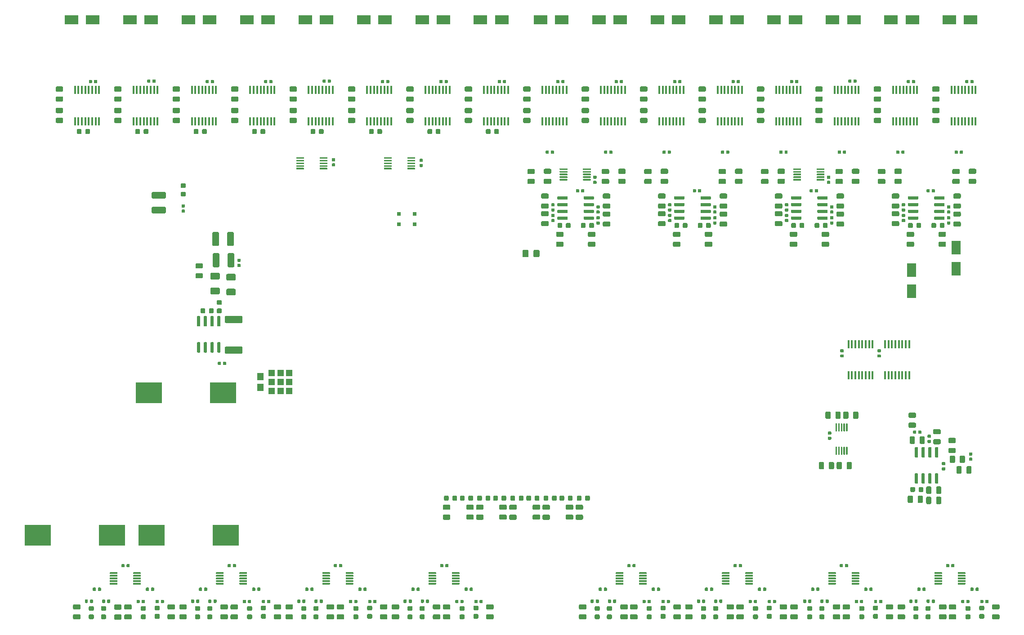
<source format=gbr>
G04 #@! TF.GenerationSoftware,KiCad,Pcbnew,(5.1.5)-3*
G04 #@! TF.CreationDate,2020-07-20T19:45:50-04:00*
G04 #@! TF.ProjectId,PCB,5043422e-6b69-4636-9164-5f7063625858,0*
G04 #@! TF.SameCoordinates,Original*
G04 #@! TF.FileFunction,Paste,Top*
G04 #@! TF.FilePolarity,Positive*
%FSLAX46Y46*%
G04 Gerber Fmt 4.6, Leading zero omitted, Abs format (unit mm)*
G04 Created by KiCad (PCBNEW (5.1.5)-3) date 2020-07-20 19:45:50*
%MOMM*%
%LPD*%
G04 APERTURE LIST*
%ADD10R,1.200000X1.250000*%
%ADD11R,1.270000X1.400000*%
%ADD12C,0.100000*%
%ADD13R,2.500000X1.800000*%
%ADD14R,1.800000X2.500000*%
%ADD15R,5.000000X4.000000*%
%ADD16R,0.700000X0.700000*%
%ADD17R,0.450000X1.500000*%
G04 APERTURE END LIST*
D10*
X179465000Y-158010000D03*
X179465000Y-161410000D03*
X179465000Y-159710000D03*
X177805000Y-158010000D03*
X177805000Y-159710000D03*
X177805000Y-161410000D03*
X176115000Y-158010000D03*
X176115000Y-159710000D03*
X176115000Y-161410000D03*
D11*
X174000000Y-158670000D03*
X174000000Y-160750000D03*
D12*
G36*
X166369703Y-152200722D02*
G01*
X166384264Y-152202882D01*
X166398543Y-152206459D01*
X166412403Y-152211418D01*
X166425710Y-152217712D01*
X166438336Y-152225280D01*
X166450159Y-152234048D01*
X166461066Y-152243934D01*
X166470952Y-152254841D01*
X166479720Y-152266664D01*
X166487288Y-152279290D01*
X166493582Y-152292597D01*
X166498541Y-152306457D01*
X166502118Y-152320736D01*
X166504278Y-152335297D01*
X166505000Y-152350000D01*
X166505000Y-154000000D01*
X166504278Y-154014703D01*
X166502118Y-154029264D01*
X166498541Y-154043543D01*
X166493582Y-154057403D01*
X166487288Y-154070710D01*
X166479720Y-154083336D01*
X166470952Y-154095159D01*
X166461066Y-154106066D01*
X166450159Y-154115952D01*
X166438336Y-154124720D01*
X166425710Y-154132288D01*
X166412403Y-154138582D01*
X166398543Y-154143541D01*
X166384264Y-154147118D01*
X166369703Y-154149278D01*
X166355000Y-154150000D01*
X166055000Y-154150000D01*
X166040297Y-154149278D01*
X166025736Y-154147118D01*
X166011457Y-154143541D01*
X165997597Y-154138582D01*
X165984290Y-154132288D01*
X165971664Y-154124720D01*
X165959841Y-154115952D01*
X165948934Y-154106066D01*
X165939048Y-154095159D01*
X165930280Y-154083336D01*
X165922712Y-154070710D01*
X165916418Y-154057403D01*
X165911459Y-154043543D01*
X165907882Y-154029264D01*
X165905722Y-154014703D01*
X165905000Y-154000000D01*
X165905000Y-152350000D01*
X165905722Y-152335297D01*
X165907882Y-152320736D01*
X165911459Y-152306457D01*
X165916418Y-152292597D01*
X165922712Y-152279290D01*
X165930280Y-152266664D01*
X165939048Y-152254841D01*
X165948934Y-152243934D01*
X165959841Y-152234048D01*
X165971664Y-152225280D01*
X165984290Y-152217712D01*
X165997597Y-152211418D01*
X166011457Y-152206459D01*
X166025736Y-152202882D01*
X166040297Y-152200722D01*
X166055000Y-152200000D01*
X166355000Y-152200000D01*
X166369703Y-152200722D01*
G37*
G36*
X165099703Y-152200722D02*
G01*
X165114264Y-152202882D01*
X165128543Y-152206459D01*
X165142403Y-152211418D01*
X165155710Y-152217712D01*
X165168336Y-152225280D01*
X165180159Y-152234048D01*
X165191066Y-152243934D01*
X165200952Y-152254841D01*
X165209720Y-152266664D01*
X165217288Y-152279290D01*
X165223582Y-152292597D01*
X165228541Y-152306457D01*
X165232118Y-152320736D01*
X165234278Y-152335297D01*
X165235000Y-152350000D01*
X165235000Y-154000000D01*
X165234278Y-154014703D01*
X165232118Y-154029264D01*
X165228541Y-154043543D01*
X165223582Y-154057403D01*
X165217288Y-154070710D01*
X165209720Y-154083336D01*
X165200952Y-154095159D01*
X165191066Y-154106066D01*
X165180159Y-154115952D01*
X165168336Y-154124720D01*
X165155710Y-154132288D01*
X165142403Y-154138582D01*
X165128543Y-154143541D01*
X165114264Y-154147118D01*
X165099703Y-154149278D01*
X165085000Y-154150000D01*
X164785000Y-154150000D01*
X164770297Y-154149278D01*
X164755736Y-154147118D01*
X164741457Y-154143541D01*
X164727597Y-154138582D01*
X164714290Y-154132288D01*
X164701664Y-154124720D01*
X164689841Y-154115952D01*
X164678934Y-154106066D01*
X164669048Y-154095159D01*
X164660280Y-154083336D01*
X164652712Y-154070710D01*
X164646418Y-154057403D01*
X164641459Y-154043543D01*
X164637882Y-154029264D01*
X164635722Y-154014703D01*
X164635000Y-154000000D01*
X164635000Y-152350000D01*
X164635722Y-152335297D01*
X164637882Y-152320736D01*
X164641459Y-152306457D01*
X164646418Y-152292597D01*
X164652712Y-152279290D01*
X164660280Y-152266664D01*
X164669048Y-152254841D01*
X164678934Y-152243934D01*
X164689841Y-152234048D01*
X164701664Y-152225280D01*
X164714290Y-152217712D01*
X164727597Y-152211418D01*
X164741457Y-152206459D01*
X164755736Y-152202882D01*
X164770297Y-152200722D01*
X164785000Y-152200000D01*
X165085000Y-152200000D01*
X165099703Y-152200722D01*
G37*
G36*
X163829703Y-152200722D02*
G01*
X163844264Y-152202882D01*
X163858543Y-152206459D01*
X163872403Y-152211418D01*
X163885710Y-152217712D01*
X163898336Y-152225280D01*
X163910159Y-152234048D01*
X163921066Y-152243934D01*
X163930952Y-152254841D01*
X163939720Y-152266664D01*
X163947288Y-152279290D01*
X163953582Y-152292597D01*
X163958541Y-152306457D01*
X163962118Y-152320736D01*
X163964278Y-152335297D01*
X163965000Y-152350000D01*
X163965000Y-154000000D01*
X163964278Y-154014703D01*
X163962118Y-154029264D01*
X163958541Y-154043543D01*
X163953582Y-154057403D01*
X163947288Y-154070710D01*
X163939720Y-154083336D01*
X163930952Y-154095159D01*
X163921066Y-154106066D01*
X163910159Y-154115952D01*
X163898336Y-154124720D01*
X163885710Y-154132288D01*
X163872403Y-154138582D01*
X163858543Y-154143541D01*
X163844264Y-154147118D01*
X163829703Y-154149278D01*
X163815000Y-154150000D01*
X163515000Y-154150000D01*
X163500297Y-154149278D01*
X163485736Y-154147118D01*
X163471457Y-154143541D01*
X163457597Y-154138582D01*
X163444290Y-154132288D01*
X163431664Y-154124720D01*
X163419841Y-154115952D01*
X163408934Y-154106066D01*
X163399048Y-154095159D01*
X163390280Y-154083336D01*
X163382712Y-154070710D01*
X163376418Y-154057403D01*
X163371459Y-154043543D01*
X163367882Y-154029264D01*
X163365722Y-154014703D01*
X163365000Y-154000000D01*
X163365000Y-152350000D01*
X163365722Y-152335297D01*
X163367882Y-152320736D01*
X163371459Y-152306457D01*
X163376418Y-152292597D01*
X163382712Y-152279290D01*
X163390280Y-152266664D01*
X163399048Y-152254841D01*
X163408934Y-152243934D01*
X163419841Y-152234048D01*
X163431664Y-152225280D01*
X163444290Y-152217712D01*
X163457597Y-152211418D01*
X163471457Y-152206459D01*
X163485736Y-152202882D01*
X163500297Y-152200722D01*
X163515000Y-152200000D01*
X163815000Y-152200000D01*
X163829703Y-152200722D01*
G37*
G36*
X162559703Y-152200722D02*
G01*
X162574264Y-152202882D01*
X162588543Y-152206459D01*
X162602403Y-152211418D01*
X162615710Y-152217712D01*
X162628336Y-152225280D01*
X162640159Y-152234048D01*
X162651066Y-152243934D01*
X162660952Y-152254841D01*
X162669720Y-152266664D01*
X162677288Y-152279290D01*
X162683582Y-152292597D01*
X162688541Y-152306457D01*
X162692118Y-152320736D01*
X162694278Y-152335297D01*
X162695000Y-152350000D01*
X162695000Y-154000000D01*
X162694278Y-154014703D01*
X162692118Y-154029264D01*
X162688541Y-154043543D01*
X162683582Y-154057403D01*
X162677288Y-154070710D01*
X162669720Y-154083336D01*
X162660952Y-154095159D01*
X162651066Y-154106066D01*
X162640159Y-154115952D01*
X162628336Y-154124720D01*
X162615710Y-154132288D01*
X162602403Y-154138582D01*
X162588543Y-154143541D01*
X162574264Y-154147118D01*
X162559703Y-154149278D01*
X162545000Y-154150000D01*
X162245000Y-154150000D01*
X162230297Y-154149278D01*
X162215736Y-154147118D01*
X162201457Y-154143541D01*
X162187597Y-154138582D01*
X162174290Y-154132288D01*
X162161664Y-154124720D01*
X162149841Y-154115952D01*
X162138934Y-154106066D01*
X162129048Y-154095159D01*
X162120280Y-154083336D01*
X162112712Y-154070710D01*
X162106418Y-154057403D01*
X162101459Y-154043543D01*
X162097882Y-154029264D01*
X162095722Y-154014703D01*
X162095000Y-154000000D01*
X162095000Y-152350000D01*
X162095722Y-152335297D01*
X162097882Y-152320736D01*
X162101459Y-152306457D01*
X162106418Y-152292597D01*
X162112712Y-152279290D01*
X162120280Y-152266664D01*
X162129048Y-152254841D01*
X162138934Y-152243934D01*
X162149841Y-152234048D01*
X162161664Y-152225280D01*
X162174290Y-152217712D01*
X162187597Y-152211418D01*
X162201457Y-152206459D01*
X162215736Y-152202882D01*
X162230297Y-152200722D01*
X162245000Y-152200000D01*
X162545000Y-152200000D01*
X162559703Y-152200722D01*
G37*
G36*
X162559703Y-147250722D02*
G01*
X162574264Y-147252882D01*
X162588543Y-147256459D01*
X162602403Y-147261418D01*
X162615710Y-147267712D01*
X162628336Y-147275280D01*
X162640159Y-147284048D01*
X162651066Y-147293934D01*
X162660952Y-147304841D01*
X162669720Y-147316664D01*
X162677288Y-147329290D01*
X162683582Y-147342597D01*
X162688541Y-147356457D01*
X162692118Y-147370736D01*
X162694278Y-147385297D01*
X162695000Y-147400000D01*
X162695000Y-149050000D01*
X162694278Y-149064703D01*
X162692118Y-149079264D01*
X162688541Y-149093543D01*
X162683582Y-149107403D01*
X162677288Y-149120710D01*
X162669720Y-149133336D01*
X162660952Y-149145159D01*
X162651066Y-149156066D01*
X162640159Y-149165952D01*
X162628336Y-149174720D01*
X162615710Y-149182288D01*
X162602403Y-149188582D01*
X162588543Y-149193541D01*
X162574264Y-149197118D01*
X162559703Y-149199278D01*
X162545000Y-149200000D01*
X162245000Y-149200000D01*
X162230297Y-149199278D01*
X162215736Y-149197118D01*
X162201457Y-149193541D01*
X162187597Y-149188582D01*
X162174290Y-149182288D01*
X162161664Y-149174720D01*
X162149841Y-149165952D01*
X162138934Y-149156066D01*
X162129048Y-149145159D01*
X162120280Y-149133336D01*
X162112712Y-149120710D01*
X162106418Y-149107403D01*
X162101459Y-149093543D01*
X162097882Y-149079264D01*
X162095722Y-149064703D01*
X162095000Y-149050000D01*
X162095000Y-147400000D01*
X162095722Y-147385297D01*
X162097882Y-147370736D01*
X162101459Y-147356457D01*
X162106418Y-147342597D01*
X162112712Y-147329290D01*
X162120280Y-147316664D01*
X162129048Y-147304841D01*
X162138934Y-147293934D01*
X162149841Y-147284048D01*
X162161664Y-147275280D01*
X162174290Y-147267712D01*
X162187597Y-147261418D01*
X162201457Y-147256459D01*
X162215736Y-147252882D01*
X162230297Y-147250722D01*
X162245000Y-147250000D01*
X162545000Y-147250000D01*
X162559703Y-147250722D01*
G37*
G36*
X163829703Y-147250722D02*
G01*
X163844264Y-147252882D01*
X163858543Y-147256459D01*
X163872403Y-147261418D01*
X163885710Y-147267712D01*
X163898336Y-147275280D01*
X163910159Y-147284048D01*
X163921066Y-147293934D01*
X163930952Y-147304841D01*
X163939720Y-147316664D01*
X163947288Y-147329290D01*
X163953582Y-147342597D01*
X163958541Y-147356457D01*
X163962118Y-147370736D01*
X163964278Y-147385297D01*
X163965000Y-147400000D01*
X163965000Y-149050000D01*
X163964278Y-149064703D01*
X163962118Y-149079264D01*
X163958541Y-149093543D01*
X163953582Y-149107403D01*
X163947288Y-149120710D01*
X163939720Y-149133336D01*
X163930952Y-149145159D01*
X163921066Y-149156066D01*
X163910159Y-149165952D01*
X163898336Y-149174720D01*
X163885710Y-149182288D01*
X163872403Y-149188582D01*
X163858543Y-149193541D01*
X163844264Y-149197118D01*
X163829703Y-149199278D01*
X163815000Y-149200000D01*
X163515000Y-149200000D01*
X163500297Y-149199278D01*
X163485736Y-149197118D01*
X163471457Y-149193541D01*
X163457597Y-149188582D01*
X163444290Y-149182288D01*
X163431664Y-149174720D01*
X163419841Y-149165952D01*
X163408934Y-149156066D01*
X163399048Y-149145159D01*
X163390280Y-149133336D01*
X163382712Y-149120710D01*
X163376418Y-149107403D01*
X163371459Y-149093543D01*
X163367882Y-149079264D01*
X163365722Y-149064703D01*
X163365000Y-149050000D01*
X163365000Y-147400000D01*
X163365722Y-147385297D01*
X163367882Y-147370736D01*
X163371459Y-147356457D01*
X163376418Y-147342597D01*
X163382712Y-147329290D01*
X163390280Y-147316664D01*
X163399048Y-147304841D01*
X163408934Y-147293934D01*
X163419841Y-147284048D01*
X163431664Y-147275280D01*
X163444290Y-147267712D01*
X163457597Y-147261418D01*
X163471457Y-147256459D01*
X163485736Y-147252882D01*
X163500297Y-147250722D01*
X163515000Y-147250000D01*
X163815000Y-147250000D01*
X163829703Y-147250722D01*
G37*
G36*
X165099703Y-147250722D02*
G01*
X165114264Y-147252882D01*
X165128543Y-147256459D01*
X165142403Y-147261418D01*
X165155710Y-147267712D01*
X165168336Y-147275280D01*
X165180159Y-147284048D01*
X165191066Y-147293934D01*
X165200952Y-147304841D01*
X165209720Y-147316664D01*
X165217288Y-147329290D01*
X165223582Y-147342597D01*
X165228541Y-147356457D01*
X165232118Y-147370736D01*
X165234278Y-147385297D01*
X165235000Y-147400000D01*
X165235000Y-149050000D01*
X165234278Y-149064703D01*
X165232118Y-149079264D01*
X165228541Y-149093543D01*
X165223582Y-149107403D01*
X165217288Y-149120710D01*
X165209720Y-149133336D01*
X165200952Y-149145159D01*
X165191066Y-149156066D01*
X165180159Y-149165952D01*
X165168336Y-149174720D01*
X165155710Y-149182288D01*
X165142403Y-149188582D01*
X165128543Y-149193541D01*
X165114264Y-149197118D01*
X165099703Y-149199278D01*
X165085000Y-149200000D01*
X164785000Y-149200000D01*
X164770297Y-149199278D01*
X164755736Y-149197118D01*
X164741457Y-149193541D01*
X164727597Y-149188582D01*
X164714290Y-149182288D01*
X164701664Y-149174720D01*
X164689841Y-149165952D01*
X164678934Y-149156066D01*
X164669048Y-149145159D01*
X164660280Y-149133336D01*
X164652712Y-149120710D01*
X164646418Y-149107403D01*
X164641459Y-149093543D01*
X164637882Y-149079264D01*
X164635722Y-149064703D01*
X164635000Y-149050000D01*
X164635000Y-147400000D01*
X164635722Y-147385297D01*
X164637882Y-147370736D01*
X164641459Y-147356457D01*
X164646418Y-147342597D01*
X164652712Y-147329290D01*
X164660280Y-147316664D01*
X164669048Y-147304841D01*
X164678934Y-147293934D01*
X164689841Y-147284048D01*
X164701664Y-147275280D01*
X164714290Y-147267712D01*
X164727597Y-147261418D01*
X164741457Y-147256459D01*
X164755736Y-147252882D01*
X164770297Y-147250722D01*
X164785000Y-147250000D01*
X165085000Y-147250000D01*
X165099703Y-147250722D01*
G37*
G36*
X166369703Y-147250722D02*
G01*
X166384264Y-147252882D01*
X166398543Y-147256459D01*
X166412403Y-147261418D01*
X166425710Y-147267712D01*
X166438336Y-147275280D01*
X166450159Y-147284048D01*
X166461066Y-147293934D01*
X166470952Y-147304841D01*
X166479720Y-147316664D01*
X166487288Y-147329290D01*
X166493582Y-147342597D01*
X166498541Y-147356457D01*
X166502118Y-147370736D01*
X166504278Y-147385297D01*
X166505000Y-147400000D01*
X166505000Y-149050000D01*
X166504278Y-149064703D01*
X166502118Y-149079264D01*
X166498541Y-149093543D01*
X166493582Y-149107403D01*
X166487288Y-149120710D01*
X166479720Y-149133336D01*
X166470952Y-149145159D01*
X166461066Y-149156066D01*
X166450159Y-149165952D01*
X166438336Y-149174720D01*
X166425710Y-149182288D01*
X166412403Y-149188582D01*
X166398543Y-149193541D01*
X166384264Y-149197118D01*
X166369703Y-149199278D01*
X166355000Y-149200000D01*
X166055000Y-149200000D01*
X166040297Y-149199278D01*
X166025736Y-149197118D01*
X166011457Y-149193541D01*
X165997597Y-149188582D01*
X165984290Y-149182288D01*
X165971664Y-149174720D01*
X165959841Y-149165952D01*
X165948934Y-149156066D01*
X165939048Y-149145159D01*
X165930280Y-149133336D01*
X165922712Y-149120710D01*
X165916418Y-149107403D01*
X165911459Y-149093543D01*
X165907882Y-149079264D01*
X165905722Y-149064703D01*
X165905000Y-149050000D01*
X165905000Y-147400000D01*
X165905722Y-147385297D01*
X165907882Y-147370736D01*
X165911459Y-147356457D01*
X165916418Y-147342597D01*
X165922712Y-147329290D01*
X165930280Y-147316664D01*
X165939048Y-147304841D01*
X165948934Y-147293934D01*
X165959841Y-147284048D01*
X165971664Y-147275280D01*
X165984290Y-147267712D01*
X165997597Y-147261418D01*
X166011457Y-147256459D01*
X166025736Y-147252882D01*
X166040297Y-147250722D01*
X166055000Y-147250000D01*
X166355000Y-147250000D01*
X166369703Y-147250722D01*
G37*
G36*
X165999504Y-131426204D02*
G01*
X166023773Y-131429804D01*
X166047571Y-131435765D01*
X166070671Y-131444030D01*
X166092849Y-131454520D01*
X166113893Y-131467133D01*
X166133598Y-131481747D01*
X166151777Y-131498223D01*
X166168253Y-131516402D01*
X166182867Y-131536107D01*
X166195480Y-131557151D01*
X166205970Y-131579329D01*
X166214235Y-131602429D01*
X166220196Y-131626227D01*
X166223796Y-131650496D01*
X166225000Y-131675000D01*
X166225000Y-133825000D01*
X166223796Y-133849504D01*
X166220196Y-133873773D01*
X166214235Y-133897571D01*
X166205970Y-133920671D01*
X166195480Y-133942849D01*
X166182867Y-133963893D01*
X166168253Y-133983598D01*
X166151777Y-134001777D01*
X166133598Y-134018253D01*
X166113893Y-134032867D01*
X166092849Y-134045480D01*
X166070671Y-134055970D01*
X166047571Y-134064235D01*
X166023773Y-134070196D01*
X165999504Y-134073796D01*
X165975000Y-134075000D01*
X165225000Y-134075000D01*
X165200496Y-134073796D01*
X165176227Y-134070196D01*
X165152429Y-134064235D01*
X165129329Y-134055970D01*
X165107151Y-134045480D01*
X165086107Y-134032867D01*
X165066402Y-134018253D01*
X165048223Y-134001777D01*
X165031747Y-133983598D01*
X165017133Y-133963893D01*
X165004520Y-133942849D01*
X164994030Y-133920671D01*
X164985765Y-133897571D01*
X164979804Y-133873773D01*
X164976204Y-133849504D01*
X164975000Y-133825000D01*
X164975000Y-131675000D01*
X164976204Y-131650496D01*
X164979804Y-131626227D01*
X164985765Y-131602429D01*
X164994030Y-131579329D01*
X165004520Y-131557151D01*
X165017133Y-131536107D01*
X165031747Y-131516402D01*
X165048223Y-131498223D01*
X165066402Y-131481747D01*
X165086107Y-131467133D01*
X165107151Y-131454520D01*
X165129329Y-131444030D01*
X165152429Y-131435765D01*
X165176227Y-131429804D01*
X165200496Y-131426204D01*
X165225000Y-131425000D01*
X165975000Y-131425000D01*
X165999504Y-131426204D01*
G37*
G36*
X168799504Y-131426204D02*
G01*
X168823773Y-131429804D01*
X168847571Y-131435765D01*
X168870671Y-131444030D01*
X168892849Y-131454520D01*
X168913893Y-131467133D01*
X168933598Y-131481747D01*
X168951777Y-131498223D01*
X168968253Y-131516402D01*
X168982867Y-131536107D01*
X168995480Y-131557151D01*
X169005970Y-131579329D01*
X169014235Y-131602429D01*
X169020196Y-131626227D01*
X169023796Y-131650496D01*
X169025000Y-131675000D01*
X169025000Y-133825000D01*
X169023796Y-133849504D01*
X169020196Y-133873773D01*
X169014235Y-133897571D01*
X169005970Y-133920671D01*
X168995480Y-133942849D01*
X168982867Y-133963893D01*
X168968253Y-133983598D01*
X168951777Y-134001777D01*
X168933598Y-134018253D01*
X168913893Y-134032867D01*
X168892849Y-134045480D01*
X168870671Y-134055970D01*
X168847571Y-134064235D01*
X168823773Y-134070196D01*
X168799504Y-134073796D01*
X168775000Y-134075000D01*
X168025000Y-134075000D01*
X168000496Y-134073796D01*
X167976227Y-134070196D01*
X167952429Y-134064235D01*
X167929329Y-134055970D01*
X167907151Y-134045480D01*
X167886107Y-134032867D01*
X167866402Y-134018253D01*
X167848223Y-134001777D01*
X167831747Y-133983598D01*
X167817133Y-133963893D01*
X167804520Y-133942849D01*
X167794030Y-133920671D01*
X167785765Y-133897571D01*
X167779804Y-133873773D01*
X167776204Y-133849504D01*
X167775000Y-133825000D01*
X167775000Y-131675000D01*
X167776204Y-131650496D01*
X167779804Y-131626227D01*
X167785765Y-131602429D01*
X167794030Y-131579329D01*
X167804520Y-131557151D01*
X167817133Y-131536107D01*
X167831747Y-131516402D01*
X167848223Y-131498223D01*
X167866402Y-131481747D01*
X167886107Y-131467133D01*
X167907151Y-131454520D01*
X167929329Y-131444030D01*
X167952429Y-131435765D01*
X167976227Y-131429804D01*
X168000496Y-131426204D01*
X168025000Y-131425000D01*
X168775000Y-131425000D01*
X168799504Y-131426204D01*
G37*
G36*
X303786958Y-128470710D02*
G01*
X303801276Y-128472834D01*
X303815317Y-128476351D01*
X303828946Y-128481228D01*
X303842031Y-128487417D01*
X303854447Y-128494858D01*
X303866073Y-128503481D01*
X303876798Y-128513202D01*
X303886519Y-128523927D01*
X303895142Y-128535553D01*
X303902583Y-128547969D01*
X303908772Y-128561054D01*
X303913649Y-128574683D01*
X303917166Y-128588724D01*
X303919290Y-128603042D01*
X303920000Y-128617500D01*
X303920000Y-128912500D01*
X303919290Y-128926958D01*
X303917166Y-128941276D01*
X303913649Y-128955317D01*
X303908772Y-128968946D01*
X303902583Y-128982031D01*
X303895142Y-128994447D01*
X303886519Y-129006073D01*
X303876798Y-129016798D01*
X303866073Y-129026519D01*
X303854447Y-129035142D01*
X303842031Y-129042583D01*
X303828946Y-129048772D01*
X303815317Y-129053649D01*
X303801276Y-129057166D01*
X303786958Y-129059290D01*
X303772500Y-129060000D01*
X303427500Y-129060000D01*
X303413042Y-129059290D01*
X303398724Y-129057166D01*
X303384683Y-129053649D01*
X303371054Y-129048772D01*
X303357969Y-129042583D01*
X303345553Y-129035142D01*
X303333927Y-129026519D01*
X303323202Y-129016798D01*
X303313481Y-129006073D01*
X303304858Y-128994447D01*
X303297417Y-128982031D01*
X303291228Y-128968946D01*
X303286351Y-128955317D01*
X303282834Y-128941276D01*
X303280710Y-128926958D01*
X303280000Y-128912500D01*
X303280000Y-128617500D01*
X303280710Y-128603042D01*
X303282834Y-128588724D01*
X303286351Y-128574683D01*
X303291228Y-128561054D01*
X303297417Y-128547969D01*
X303304858Y-128535553D01*
X303313481Y-128523927D01*
X303323202Y-128513202D01*
X303333927Y-128503481D01*
X303345553Y-128494858D01*
X303357969Y-128487417D01*
X303371054Y-128481228D01*
X303384683Y-128476351D01*
X303398724Y-128472834D01*
X303413042Y-128470710D01*
X303427500Y-128470000D01*
X303772500Y-128470000D01*
X303786958Y-128470710D01*
G37*
G36*
X303786958Y-129440710D02*
G01*
X303801276Y-129442834D01*
X303815317Y-129446351D01*
X303828946Y-129451228D01*
X303842031Y-129457417D01*
X303854447Y-129464858D01*
X303866073Y-129473481D01*
X303876798Y-129483202D01*
X303886519Y-129493927D01*
X303895142Y-129505553D01*
X303902583Y-129517969D01*
X303908772Y-129531054D01*
X303913649Y-129544683D01*
X303917166Y-129558724D01*
X303919290Y-129573042D01*
X303920000Y-129587500D01*
X303920000Y-129882500D01*
X303919290Y-129896958D01*
X303917166Y-129911276D01*
X303913649Y-129925317D01*
X303908772Y-129938946D01*
X303902583Y-129952031D01*
X303895142Y-129964447D01*
X303886519Y-129976073D01*
X303876798Y-129986798D01*
X303866073Y-129996519D01*
X303854447Y-130005142D01*
X303842031Y-130012583D01*
X303828946Y-130018772D01*
X303815317Y-130023649D01*
X303801276Y-130027166D01*
X303786958Y-130029290D01*
X303772500Y-130030000D01*
X303427500Y-130030000D01*
X303413042Y-130029290D01*
X303398724Y-130027166D01*
X303384683Y-130023649D01*
X303371054Y-130018772D01*
X303357969Y-130012583D01*
X303345553Y-130005142D01*
X303333927Y-129996519D01*
X303323202Y-129986798D01*
X303313481Y-129976073D01*
X303304858Y-129964447D01*
X303297417Y-129952031D01*
X303291228Y-129938946D01*
X303286351Y-129925317D01*
X303282834Y-129911276D01*
X303280710Y-129896958D01*
X303280000Y-129882500D01*
X303280000Y-129587500D01*
X303280710Y-129573042D01*
X303282834Y-129558724D01*
X303286351Y-129544683D01*
X303291228Y-129531054D01*
X303297417Y-129517969D01*
X303304858Y-129505553D01*
X303313481Y-129493927D01*
X303323202Y-129483202D01*
X303333927Y-129473481D01*
X303345553Y-129464858D01*
X303357969Y-129457417D01*
X303371054Y-129451228D01*
X303384683Y-129446351D01*
X303398724Y-129442834D01*
X303413042Y-129440710D01*
X303427500Y-129440000D01*
X303772500Y-129440000D01*
X303786958Y-129440710D01*
G37*
G36*
X281786958Y-128470710D02*
G01*
X281801276Y-128472834D01*
X281815317Y-128476351D01*
X281828946Y-128481228D01*
X281842031Y-128487417D01*
X281854447Y-128494858D01*
X281866073Y-128503481D01*
X281876798Y-128513202D01*
X281886519Y-128523927D01*
X281895142Y-128535553D01*
X281902583Y-128547969D01*
X281908772Y-128561054D01*
X281913649Y-128574683D01*
X281917166Y-128588724D01*
X281919290Y-128603042D01*
X281920000Y-128617500D01*
X281920000Y-128912500D01*
X281919290Y-128926958D01*
X281917166Y-128941276D01*
X281913649Y-128955317D01*
X281908772Y-128968946D01*
X281902583Y-128982031D01*
X281895142Y-128994447D01*
X281886519Y-129006073D01*
X281876798Y-129016798D01*
X281866073Y-129026519D01*
X281854447Y-129035142D01*
X281842031Y-129042583D01*
X281828946Y-129048772D01*
X281815317Y-129053649D01*
X281801276Y-129057166D01*
X281786958Y-129059290D01*
X281772500Y-129060000D01*
X281427500Y-129060000D01*
X281413042Y-129059290D01*
X281398724Y-129057166D01*
X281384683Y-129053649D01*
X281371054Y-129048772D01*
X281357969Y-129042583D01*
X281345553Y-129035142D01*
X281333927Y-129026519D01*
X281323202Y-129016798D01*
X281313481Y-129006073D01*
X281304858Y-128994447D01*
X281297417Y-128982031D01*
X281291228Y-128968946D01*
X281286351Y-128955317D01*
X281282834Y-128941276D01*
X281280710Y-128926958D01*
X281280000Y-128912500D01*
X281280000Y-128617500D01*
X281280710Y-128603042D01*
X281282834Y-128588724D01*
X281286351Y-128574683D01*
X281291228Y-128561054D01*
X281297417Y-128547969D01*
X281304858Y-128535553D01*
X281313481Y-128523927D01*
X281323202Y-128513202D01*
X281333927Y-128503481D01*
X281345553Y-128494858D01*
X281357969Y-128487417D01*
X281371054Y-128481228D01*
X281384683Y-128476351D01*
X281398724Y-128472834D01*
X281413042Y-128470710D01*
X281427500Y-128470000D01*
X281772500Y-128470000D01*
X281786958Y-128470710D01*
G37*
G36*
X281786958Y-129440710D02*
G01*
X281801276Y-129442834D01*
X281815317Y-129446351D01*
X281828946Y-129451228D01*
X281842031Y-129457417D01*
X281854447Y-129464858D01*
X281866073Y-129473481D01*
X281876798Y-129483202D01*
X281886519Y-129493927D01*
X281895142Y-129505553D01*
X281902583Y-129517969D01*
X281908772Y-129531054D01*
X281913649Y-129544683D01*
X281917166Y-129558724D01*
X281919290Y-129573042D01*
X281920000Y-129587500D01*
X281920000Y-129882500D01*
X281919290Y-129896958D01*
X281917166Y-129911276D01*
X281913649Y-129925317D01*
X281908772Y-129938946D01*
X281902583Y-129952031D01*
X281895142Y-129964447D01*
X281886519Y-129976073D01*
X281876798Y-129986798D01*
X281866073Y-129996519D01*
X281854447Y-130005142D01*
X281842031Y-130012583D01*
X281828946Y-130018772D01*
X281815317Y-130023649D01*
X281801276Y-130027166D01*
X281786958Y-130029290D01*
X281772500Y-130030000D01*
X281427500Y-130030000D01*
X281413042Y-130029290D01*
X281398724Y-130027166D01*
X281384683Y-130023649D01*
X281371054Y-130018772D01*
X281357969Y-130012583D01*
X281345553Y-130005142D01*
X281333927Y-129996519D01*
X281323202Y-129986798D01*
X281313481Y-129976073D01*
X281304858Y-129964447D01*
X281297417Y-129952031D01*
X281291228Y-129938946D01*
X281286351Y-129925317D01*
X281282834Y-129911276D01*
X281280710Y-129896958D01*
X281280000Y-129882500D01*
X281280000Y-129587500D01*
X281280710Y-129573042D01*
X281282834Y-129558724D01*
X281286351Y-129544683D01*
X281291228Y-129531054D01*
X281297417Y-129517969D01*
X281304858Y-129505553D01*
X281313481Y-129493927D01*
X281323202Y-129483202D01*
X281333927Y-129473481D01*
X281345553Y-129464858D01*
X281357969Y-129457417D01*
X281371054Y-129451228D01*
X281384683Y-129446351D01*
X281398724Y-129442834D01*
X281413042Y-129440710D01*
X281427500Y-129440000D01*
X281772500Y-129440000D01*
X281786958Y-129440710D01*
G37*
G36*
X259786958Y-128470710D02*
G01*
X259801276Y-128472834D01*
X259815317Y-128476351D01*
X259828946Y-128481228D01*
X259842031Y-128487417D01*
X259854447Y-128494858D01*
X259866073Y-128503481D01*
X259876798Y-128513202D01*
X259886519Y-128523927D01*
X259895142Y-128535553D01*
X259902583Y-128547969D01*
X259908772Y-128561054D01*
X259913649Y-128574683D01*
X259917166Y-128588724D01*
X259919290Y-128603042D01*
X259920000Y-128617500D01*
X259920000Y-128912500D01*
X259919290Y-128926958D01*
X259917166Y-128941276D01*
X259913649Y-128955317D01*
X259908772Y-128968946D01*
X259902583Y-128982031D01*
X259895142Y-128994447D01*
X259886519Y-129006073D01*
X259876798Y-129016798D01*
X259866073Y-129026519D01*
X259854447Y-129035142D01*
X259842031Y-129042583D01*
X259828946Y-129048772D01*
X259815317Y-129053649D01*
X259801276Y-129057166D01*
X259786958Y-129059290D01*
X259772500Y-129060000D01*
X259427500Y-129060000D01*
X259413042Y-129059290D01*
X259398724Y-129057166D01*
X259384683Y-129053649D01*
X259371054Y-129048772D01*
X259357969Y-129042583D01*
X259345553Y-129035142D01*
X259333927Y-129026519D01*
X259323202Y-129016798D01*
X259313481Y-129006073D01*
X259304858Y-128994447D01*
X259297417Y-128982031D01*
X259291228Y-128968946D01*
X259286351Y-128955317D01*
X259282834Y-128941276D01*
X259280710Y-128926958D01*
X259280000Y-128912500D01*
X259280000Y-128617500D01*
X259280710Y-128603042D01*
X259282834Y-128588724D01*
X259286351Y-128574683D01*
X259291228Y-128561054D01*
X259297417Y-128547969D01*
X259304858Y-128535553D01*
X259313481Y-128523927D01*
X259323202Y-128513202D01*
X259333927Y-128503481D01*
X259345553Y-128494858D01*
X259357969Y-128487417D01*
X259371054Y-128481228D01*
X259384683Y-128476351D01*
X259398724Y-128472834D01*
X259413042Y-128470710D01*
X259427500Y-128470000D01*
X259772500Y-128470000D01*
X259786958Y-128470710D01*
G37*
G36*
X259786958Y-129440710D02*
G01*
X259801276Y-129442834D01*
X259815317Y-129446351D01*
X259828946Y-129451228D01*
X259842031Y-129457417D01*
X259854447Y-129464858D01*
X259866073Y-129473481D01*
X259876798Y-129483202D01*
X259886519Y-129493927D01*
X259895142Y-129505553D01*
X259902583Y-129517969D01*
X259908772Y-129531054D01*
X259913649Y-129544683D01*
X259917166Y-129558724D01*
X259919290Y-129573042D01*
X259920000Y-129587500D01*
X259920000Y-129882500D01*
X259919290Y-129896958D01*
X259917166Y-129911276D01*
X259913649Y-129925317D01*
X259908772Y-129938946D01*
X259902583Y-129952031D01*
X259895142Y-129964447D01*
X259886519Y-129976073D01*
X259876798Y-129986798D01*
X259866073Y-129996519D01*
X259854447Y-130005142D01*
X259842031Y-130012583D01*
X259828946Y-130018772D01*
X259815317Y-130023649D01*
X259801276Y-130027166D01*
X259786958Y-130029290D01*
X259772500Y-130030000D01*
X259427500Y-130030000D01*
X259413042Y-130029290D01*
X259398724Y-130027166D01*
X259384683Y-130023649D01*
X259371054Y-130018772D01*
X259357969Y-130012583D01*
X259345553Y-130005142D01*
X259333927Y-129996519D01*
X259323202Y-129986798D01*
X259313481Y-129976073D01*
X259304858Y-129964447D01*
X259297417Y-129952031D01*
X259291228Y-129938946D01*
X259286351Y-129925317D01*
X259282834Y-129911276D01*
X259280710Y-129896958D01*
X259280000Y-129882500D01*
X259280000Y-129587500D01*
X259280710Y-129573042D01*
X259282834Y-129558724D01*
X259286351Y-129544683D01*
X259291228Y-129531054D01*
X259297417Y-129517969D01*
X259304858Y-129505553D01*
X259313481Y-129493927D01*
X259323202Y-129483202D01*
X259333927Y-129473481D01*
X259345553Y-129464858D01*
X259357969Y-129457417D01*
X259371054Y-129451228D01*
X259384683Y-129446351D01*
X259398724Y-129442834D01*
X259413042Y-129440710D01*
X259427500Y-129440000D01*
X259772500Y-129440000D01*
X259786958Y-129440710D01*
G37*
G36*
X237786958Y-128470710D02*
G01*
X237801276Y-128472834D01*
X237815317Y-128476351D01*
X237828946Y-128481228D01*
X237842031Y-128487417D01*
X237854447Y-128494858D01*
X237866073Y-128503481D01*
X237876798Y-128513202D01*
X237886519Y-128523927D01*
X237895142Y-128535553D01*
X237902583Y-128547969D01*
X237908772Y-128561054D01*
X237913649Y-128574683D01*
X237917166Y-128588724D01*
X237919290Y-128603042D01*
X237920000Y-128617500D01*
X237920000Y-128912500D01*
X237919290Y-128926958D01*
X237917166Y-128941276D01*
X237913649Y-128955317D01*
X237908772Y-128968946D01*
X237902583Y-128982031D01*
X237895142Y-128994447D01*
X237886519Y-129006073D01*
X237876798Y-129016798D01*
X237866073Y-129026519D01*
X237854447Y-129035142D01*
X237842031Y-129042583D01*
X237828946Y-129048772D01*
X237815317Y-129053649D01*
X237801276Y-129057166D01*
X237786958Y-129059290D01*
X237772500Y-129060000D01*
X237427500Y-129060000D01*
X237413042Y-129059290D01*
X237398724Y-129057166D01*
X237384683Y-129053649D01*
X237371054Y-129048772D01*
X237357969Y-129042583D01*
X237345553Y-129035142D01*
X237333927Y-129026519D01*
X237323202Y-129016798D01*
X237313481Y-129006073D01*
X237304858Y-128994447D01*
X237297417Y-128982031D01*
X237291228Y-128968946D01*
X237286351Y-128955317D01*
X237282834Y-128941276D01*
X237280710Y-128926958D01*
X237280000Y-128912500D01*
X237280000Y-128617500D01*
X237280710Y-128603042D01*
X237282834Y-128588724D01*
X237286351Y-128574683D01*
X237291228Y-128561054D01*
X237297417Y-128547969D01*
X237304858Y-128535553D01*
X237313481Y-128523927D01*
X237323202Y-128513202D01*
X237333927Y-128503481D01*
X237345553Y-128494858D01*
X237357969Y-128487417D01*
X237371054Y-128481228D01*
X237384683Y-128476351D01*
X237398724Y-128472834D01*
X237413042Y-128470710D01*
X237427500Y-128470000D01*
X237772500Y-128470000D01*
X237786958Y-128470710D01*
G37*
G36*
X237786958Y-129440710D02*
G01*
X237801276Y-129442834D01*
X237815317Y-129446351D01*
X237828946Y-129451228D01*
X237842031Y-129457417D01*
X237854447Y-129464858D01*
X237866073Y-129473481D01*
X237876798Y-129483202D01*
X237886519Y-129493927D01*
X237895142Y-129505553D01*
X237902583Y-129517969D01*
X237908772Y-129531054D01*
X237913649Y-129544683D01*
X237917166Y-129558724D01*
X237919290Y-129573042D01*
X237920000Y-129587500D01*
X237920000Y-129882500D01*
X237919290Y-129896958D01*
X237917166Y-129911276D01*
X237913649Y-129925317D01*
X237908772Y-129938946D01*
X237902583Y-129952031D01*
X237895142Y-129964447D01*
X237886519Y-129976073D01*
X237876798Y-129986798D01*
X237866073Y-129996519D01*
X237854447Y-130005142D01*
X237842031Y-130012583D01*
X237828946Y-130018772D01*
X237815317Y-130023649D01*
X237801276Y-130027166D01*
X237786958Y-130029290D01*
X237772500Y-130030000D01*
X237427500Y-130030000D01*
X237413042Y-130029290D01*
X237398724Y-130027166D01*
X237384683Y-130023649D01*
X237371054Y-130018772D01*
X237357969Y-130012583D01*
X237345553Y-130005142D01*
X237333927Y-129996519D01*
X237323202Y-129986798D01*
X237313481Y-129976073D01*
X237304858Y-129964447D01*
X237297417Y-129952031D01*
X237291228Y-129938946D01*
X237286351Y-129925317D01*
X237282834Y-129911276D01*
X237280710Y-129896958D01*
X237280000Y-129882500D01*
X237280000Y-129587500D01*
X237280710Y-129573042D01*
X237282834Y-129558724D01*
X237286351Y-129544683D01*
X237291228Y-129531054D01*
X237297417Y-129517969D01*
X237304858Y-129505553D01*
X237313481Y-129493927D01*
X237323202Y-129483202D01*
X237333927Y-129473481D01*
X237345553Y-129464858D01*
X237357969Y-129457417D01*
X237371054Y-129451228D01*
X237384683Y-129446351D01*
X237398724Y-129442834D01*
X237413042Y-129440710D01*
X237427500Y-129440000D01*
X237772500Y-129440000D01*
X237786958Y-129440710D01*
G37*
G36*
X167446958Y-155880710D02*
G01*
X167461276Y-155882834D01*
X167475317Y-155886351D01*
X167488946Y-155891228D01*
X167502031Y-155897417D01*
X167514447Y-155904858D01*
X167526073Y-155913481D01*
X167536798Y-155923202D01*
X167546519Y-155933927D01*
X167555142Y-155945553D01*
X167562583Y-155957969D01*
X167568772Y-155971054D01*
X167573649Y-155984683D01*
X167577166Y-155998724D01*
X167579290Y-156013042D01*
X167580000Y-156027500D01*
X167580000Y-156372500D01*
X167579290Y-156386958D01*
X167577166Y-156401276D01*
X167573649Y-156415317D01*
X167568772Y-156428946D01*
X167562583Y-156442031D01*
X167555142Y-156454447D01*
X167546519Y-156466073D01*
X167536798Y-156476798D01*
X167526073Y-156486519D01*
X167514447Y-156495142D01*
X167502031Y-156502583D01*
X167488946Y-156508772D01*
X167475317Y-156513649D01*
X167461276Y-156517166D01*
X167446958Y-156519290D01*
X167432500Y-156520000D01*
X167137500Y-156520000D01*
X167123042Y-156519290D01*
X167108724Y-156517166D01*
X167094683Y-156513649D01*
X167081054Y-156508772D01*
X167067969Y-156502583D01*
X167055553Y-156495142D01*
X167043927Y-156486519D01*
X167033202Y-156476798D01*
X167023481Y-156466073D01*
X167014858Y-156454447D01*
X167007417Y-156442031D01*
X167001228Y-156428946D01*
X166996351Y-156415317D01*
X166992834Y-156401276D01*
X166990710Y-156386958D01*
X166990000Y-156372500D01*
X166990000Y-156027500D01*
X166990710Y-156013042D01*
X166992834Y-155998724D01*
X166996351Y-155984683D01*
X167001228Y-155971054D01*
X167007417Y-155957969D01*
X167014858Y-155945553D01*
X167023481Y-155933927D01*
X167033202Y-155923202D01*
X167043927Y-155913481D01*
X167055553Y-155904858D01*
X167067969Y-155897417D01*
X167081054Y-155891228D01*
X167094683Y-155886351D01*
X167108724Y-155882834D01*
X167123042Y-155880710D01*
X167137500Y-155880000D01*
X167432500Y-155880000D01*
X167446958Y-155880710D01*
G37*
G36*
X166476958Y-155880710D02*
G01*
X166491276Y-155882834D01*
X166505317Y-155886351D01*
X166518946Y-155891228D01*
X166532031Y-155897417D01*
X166544447Y-155904858D01*
X166556073Y-155913481D01*
X166566798Y-155923202D01*
X166576519Y-155933927D01*
X166585142Y-155945553D01*
X166592583Y-155957969D01*
X166598772Y-155971054D01*
X166603649Y-155984683D01*
X166607166Y-155998724D01*
X166609290Y-156013042D01*
X166610000Y-156027500D01*
X166610000Y-156372500D01*
X166609290Y-156386958D01*
X166607166Y-156401276D01*
X166603649Y-156415317D01*
X166598772Y-156428946D01*
X166592583Y-156442031D01*
X166585142Y-156454447D01*
X166576519Y-156466073D01*
X166566798Y-156476798D01*
X166556073Y-156486519D01*
X166544447Y-156495142D01*
X166532031Y-156502583D01*
X166518946Y-156508772D01*
X166505317Y-156513649D01*
X166491276Y-156517166D01*
X166476958Y-156519290D01*
X166462500Y-156520000D01*
X166167500Y-156520000D01*
X166153042Y-156519290D01*
X166138724Y-156517166D01*
X166124683Y-156513649D01*
X166111054Y-156508772D01*
X166097969Y-156502583D01*
X166085553Y-156495142D01*
X166073927Y-156486519D01*
X166063202Y-156476798D01*
X166053481Y-156466073D01*
X166044858Y-156454447D01*
X166037417Y-156442031D01*
X166031228Y-156428946D01*
X166026351Y-156415317D01*
X166022834Y-156401276D01*
X166020710Y-156386958D01*
X166020000Y-156372500D01*
X166020000Y-156027500D01*
X166020710Y-156013042D01*
X166022834Y-155998724D01*
X166026351Y-155984683D01*
X166031228Y-155971054D01*
X166037417Y-155957969D01*
X166044858Y-155945553D01*
X166053481Y-155933927D01*
X166063202Y-155923202D01*
X166073927Y-155913481D01*
X166085553Y-155904858D01*
X166097969Y-155897417D01*
X166111054Y-155891228D01*
X166124683Y-155886351D01*
X166138724Y-155882834D01*
X166153042Y-155880710D01*
X166167500Y-155880000D01*
X166462500Y-155880000D01*
X166476958Y-155880710D01*
G37*
G36*
X159777691Y-122276053D02*
G01*
X159798926Y-122279203D01*
X159819750Y-122284419D01*
X159839962Y-122291651D01*
X159859368Y-122300830D01*
X159877781Y-122311866D01*
X159895024Y-122324654D01*
X159910930Y-122339070D01*
X159925346Y-122354976D01*
X159938134Y-122372219D01*
X159949170Y-122390632D01*
X159958349Y-122410038D01*
X159965581Y-122430250D01*
X159970797Y-122451074D01*
X159973947Y-122472309D01*
X159975000Y-122493750D01*
X159975000Y-122931250D01*
X159973947Y-122952691D01*
X159970797Y-122973926D01*
X159965581Y-122994750D01*
X159958349Y-123014962D01*
X159949170Y-123034368D01*
X159938134Y-123052781D01*
X159925346Y-123070024D01*
X159910930Y-123085930D01*
X159895024Y-123100346D01*
X159877781Y-123113134D01*
X159859368Y-123124170D01*
X159839962Y-123133349D01*
X159819750Y-123140581D01*
X159798926Y-123145797D01*
X159777691Y-123148947D01*
X159756250Y-123150000D01*
X159243750Y-123150000D01*
X159222309Y-123148947D01*
X159201074Y-123145797D01*
X159180250Y-123140581D01*
X159160038Y-123133349D01*
X159140632Y-123124170D01*
X159122219Y-123113134D01*
X159104976Y-123100346D01*
X159089070Y-123085930D01*
X159074654Y-123070024D01*
X159061866Y-123052781D01*
X159050830Y-123034368D01*
X159041651Y-123014962D01*
X159034419Y-122994750D01*
X159029203Y-122973926D01*
X159026053Y-122952691D01*
X159025000Y-122931250D01*
X159025000Y-122493750D01*
X159026053Y-122472309D01*
X159029203Y-122451074D01*
X159034419Y-122430250D01*
X159041651Y-122410038D01*
X159050830Y-122390632D01*
X159061866Y-122372219D01*
X159074654Y-122354976D01*
X159089070Y-122339070D01*
X159104976Y-122324654D01*
X159122219Y-122311866D01*
X159140632Y-122300830D01*
X159160038Y-122291651D01*
X159180250Y-122284419D01*
X159201074Y-122279203D01*
X159222309Y-122276053D01*
X159243750Y-122275000D01*
X159756250Y-122275000D01*
X159777691Y-122276053D01*
G37*
G36*
X159777691Y-123851053D02*
G01*
X159798926Y-123854203D01*
X159819750Y-123859419D01*
X159839962Y-123866651D01*
X159859368Y-123875830D01*
X159877781Y-123886866D01*
X159895024Y-123899654D01*
X159910930Y-123914070D01*
X159925346Y-123929976D01*
X159938134Y-123947219D01*
X159949170Y-123965632D01*
X159958349Y-123985038D01*
X159965581Y-124005250D01*
X159970797Y-124026074D01*
X159973947Y-124047309D01*
X159975000Y-124068750D01*
X159975000Y-124506250D01*
X159973947Y-124527691D01*
X159970797Y-124548926D01*
X159965581Y-124569750D01*
X159958349Y-124589962D01*
X159949170Y-124609368D01*
X159938134Y-124627781D01*
X159925346Y-124645024D01*
X159910930Y-124660930D01*
X159895024Y-124675346D01*
X159877781Y-124688134D01*
X159859368Y-124699170D01*
X159839962Y-124708349D01*
X159819750Y-124715581D01*
X159798926Y-124720797D01*
X159777691Y-124723947D01*
X159756250Y-124725000D01*
X159243750Y-124725000D01*
X159222309Y-124723947D01*
X159201074Y-124720797D01*
X159180250Y-124715581D01*
X159160038Y-124708349D01*
X159140632Y-124699170D01*
X159122219Y-124688134D01*
X159104976Y-124675346D01*
X159089070Y-124660930D01*
X159074654Y-124645024D01*
X159061866Y-124627781D01*
X159050830Y-124609368D01*
X159041651Y-124589962D01*
X159034419Y-124569750D01*
X159029203Y-124548926D01*
X159026053Y-124527691D01*
X159025000Y-124506250D01*
X159025000Y-124068750D01*
X159026053Y-124047309D01*
X159029203Y-124026074D01*
X159034419Y-124005250D01*
X159041651Y-123985038D01*
X159050830Y-123965632D01*
X159061866Y-123947219D01*
X159074654Y-123929976D01*
X159089070Y-123914070D01*
X159104976Y-123899654D01*
X159122219Y-123886866D01*
X159140632Y-123875830D01*
X159160038Y-123866651D01*
X159180250Y-123859419D01*
X159201074Y-123854203D01*
X159222309Y-123851053D01*
X159243750Y-123850000D01*
X159756250Y-123850000D01*
X159777691Y-123851053D01*
G37*
G36*
X162980142Y-139201174D02*
G01*
X163003803Y-139204684D01*
X163027007Y-139210496D01*
X163049529Y-139218554D01*
X163071153Y-139228782D01*
X163091670Y-139241079D01*
X163110883Y-139255329D01*
X163128607Y-139271393D01*
X163144671Y-139289117D01*
X163158921Y-139308330D01*
X163171218Y-139328847D01*
X163181446Y-139350471D01*
X163189504Y-139372993D01*
X163195316Y-139396197D01*
X163198826Y-139419858D01*
X163200000Y-139443750D01*
X163200000Y-139931250D01*
X163198826Y-139955142D01*
X163195316Y-139978803D01*
X163189504Y-140002007D01*
X163181446Y-140024529D01*
X163171218Y-140046153D01*
X163158921Y-140066670D01*
X163144671Y-140085883D01*
X163128607Y-140103607D01*
X163110883Y-140119671D01*
X163091670Y-140133921D01*
X163071153Y-140146218D01*
X163049529Y-140156446D01*
X163027007Y-140164504D01*
X163003803Y-140170316D01*
X162980142Y-140173826D01*
X162956250Y-140175000D01*
X162043750Y-140175000D01*
X162019858Y-140173826D01*
X161996197Y-140170316D01*
X161972993Y-140164504D01*
X161950471Y-140156446D01*
X161928847Y-140146218D01*
X161908330Y-140133921D01*
X161889117Y-140119671D01*
X161871393Y-140103607D01*
X161855329Y-140085883D01*
X161841079Y-140066670D01*
X161828782Y-140046153D01*
X161818554Y-140024529D01*
X161810496Y-140002007D01*
X161804684Y-139978803D01*
X161801174Y-139955142D01*
X161800000Y-139931250D01*
X161800000Y-139443750D01*
X161801174Y-139419858D01*
X161804684Y-139396197D01*
X161810496Y-139372993D01*
X161818554Y-139350471D01*
X161828782Y-139328847D01*
X161841079Y-139308330D01*
X161855329Y-139289117D01*
X161871393Y-139271393D01*
X161889117Y-139255329D01*
X161908330Y-139241079D01*
X161928847Y-139228782D01*
X161950471Y-139218554D01*
X161972993Y-139210496D01*
X161996197Y-139204684D01*
X162019858Y-139201174D01*
X162043750Y-139200000D01*
X162956250Y-139200000D01*
X162980142Y-139201174D01*
G37*
G36*
X162980142Y-137326174D02*
G01*
X163003803Y-137329684D01*
X163027007Y-137335496D01*
X163049529Y-137343554D01*
X163071153Y-137353782D01*
X163091670Y-137366079D01*
X163110883Y-137380329D01*
X163128607Y-137396393D01*
X163144671Y-137414117D01*
X163158921Y-137433330D01*
X163171218Y-137453847D01*
X163181446Y-137475471D01*
X163189504Y-137497993D01*
X163195316Y-137521197D01*
X163198826Y-137544858D01*
X163200000Y-137568750D01*
X163200000Y-138056250D01*
X163198826Y-138080142D01*
X163195316Y-138103803D01*
X163189504Y-138127007D01*
X163181446Y-138149529D01*
X163171218Y-138171153D01*
X163158921Y-138191670D01*
X163144671Y-138210883D01*
X163128607Y-138228607D01*
X163110883Y-138244671D01*
X163091670Y-138258921D01*
X163071153Y-138271218D01*
X163049529Y-138281446D01*
X163027007Y-138289504D01*
X163003803Y-138295316D01*
X162980142Y-138298826D01*
X162956250Y-138300000D01*
X162043750Y-138300000D01*
X162019858Y-138298826D01*
X161996197Y-138295316D01*
X161972993Y-138289504D01*
X161950471Y-138281446D01*
X161928847Y-138271218D01*
X161908330Y-138258921D01*
X161889117Y-138244671D01*
X161871393Y-138228607D01*
X161855329Y-138210883D01*
X161841079Y-138191670D01*
X161828782Y-138171153D01*
X161818554Y-138149529D01*
X161810496Y-138127007D01*
X161804684Y-138103803D01*
X161801174Y-138080142D01*
X161800000Y-138056250D01*
X161800000Y-137568750D01*
X161801174Y-137544858D01*
X161804684Y-137521197D01*
X161810496Y-137497993D01*
X161818554Y-137475471D01*
X161828782Y-137453847D01*
X161841079Y-137433330D01*
X161855329Y-137414117D01*
X161871393Y-137396393D01*
X161889117Y-137380329D01*
X161908330Y-137366079D01*
X161928847Y-137353782D01*
X161950471Y-137343554D01*
X161972993Y-137335496D01*
X161996197Y-137329684D01*
X162019858Y-137326174D01*
X162043750Y-137325000D01*
X162956250Y-137325000D01*
X162980142Y-137326174D01*
G37*
G36*
X155999504Y-123876204D02*
G01*
X156023773Y-123879804D01*
X156047571Y-123885765D01*
X156070671Y-123894030D01*
X156092849Y-123904520D01*
X156113893Y-123917133D01*
X156133598Y-123931747D01*
X156151777Y-123948223D01*
X156168253Y-123966402D01*
X156182867Y-123986107D01*
X156195480Y-124007151D01*
X156205970Y-124029329D01*
X156214235Y-124052429D01*
X156220196Y-124076227D01*
X156223796Y-124100496D01*
X156225000Y-124125000D01*
X156225000Y-124875000D01*
X156223796Y-124899504D01*
X156220196Y-124923773D01*
X156214235Y-124947571D01*
X156205970Y-124970671D01*
X156195480Y-124992849D01*
X156182867Y-125013893D01*
X156168253Y-125033598D01*
X156151777Y-125051777D01*
X156133598Y-125068253D01*
X156113893Y-125082867D01*
X156092849Y-125095480D01*
X156070671Y-125105970D01*
X156047571Y-125114235D01*
X156023773Y-125120196D01*
X155999504Y-125123796D01*
X155975000Y-125125000D01*
X153825000Y-125125000D01*
X153800496Y-125123796D01*
X153776227Y-125120196D01*
X153752429Y-125114235D01*
X153729329Y-125105970D01*
X153707151Y-125095480D01*
X153686107Y-125082867D01*
X153666402Y-125068253D01*
X153648223Y-125051777D01*
X153631747Y-125033598D01*
X153617133Y-125013893D01*
X153604520Y-124992849D01*
X153594030Y-124970671D01*
X153585765Y-124947571D01*
X153579804Y-124923773D01*
X153576204Y-124899504D01*
X153575000Y-124875000D01*
X153575000Y-124125000D01*
X153576204Y-124100496D01*
X153579804Y-124076227D01*
X153585765Y-124052429D01*
X153594030Y-124029329D01*
X153604520Y-124007151D01*
X153617133Y-123986107D01*
X153631747Y-123966402D01*
X153648223Y-123948223D01*
X153666402Y-123931747D01*
X153686107Y-123917133D01*
X153707151Y-123904520D01*
X153729329Y-123894030D01*
X153752429Y-123885765D01*
X153776227Y-123879804D01*
X153800496Y-123876204D01*
X153825000Y-123875000D01*
X155975000Y-123875000D01*
X155999504Y-123876204D01*
G37*
G36*
X155999504Y-126676204D02*
G01*
X156023773Y-126679804D01*
X156047571Y-126685765D01*
X156070671Y-126694030D01*
X156092849Y-126704520D01*
X156113893Y-126717133D01*
X156133598Y-126731747D01*
X156151777Y-126748223D01*
X156168253Y-126766402D01*
X156182867Y-126786107D01*
X156195480Y-126807151D01*
X156205970Y-126829329D01*
X156214235Y-126852429D01*
X156220196Y-126876227D01*
X156223796Y-126900496D01*
X156225000Y-126925000D01*
X156225000Y-127675000D01*
X156223796Y-127699504D01*
X156220196Y-127723773D01*
X156214235Y-127747571D01*
X156205970Y-127770671D01*
X156195480Y-127792849D01*
X156182867Y-127813893D01*
X156168253Y-127833598D01*
X156151777Y-127851777D01*
X156133598Y-127868253D01*
X156113893Y-127882867D01*
X156092849Y-127895480D01*
X156070671Y-127905970D01*
X156047571Y-127914235D01*
X156023773Y-127920196D01*
X155999504Y-127923796D01*
X155975000Y-127925000D01*
X153825000Y-127925000D01*
X153800496Y-127923796D01*
X153776227Y-127920196D01*
X153752429Y-127914235D01*
X153729329Y-127905970D01*
X153707151Y-127895480D01*
X153686107Y-127882867D01*
X153666402Y-127868253D01*
X153648223Y-127851777D01*
X153631747Y-127833598D01*
X153617133Y-127813893D01*
X153604520Y-127792849D01*
X153594030Y-127770671D01*
X153585765Y-127747571D01*
X153579804Y-127723773D01*
X153576204Y-127699504D01*
X153575000Y-127675000D01*
X153575000Y-126925000D01*
X153576204Y-126900496D01*
X153579804Y-126876227D01*
X153585765Y-126852429D01*
X153594030Y-126829329D01*
X153604520Y-126807151D01*
X153617133Y-126786107D01*
X153631747Y-126766402D01*
X153648223Y-126748223D01*
X153666402Y-126731747D01*
X153686107Y-126717133D01*
X153707151Y-126704520D01*
X153729329Y-126694030D01*
X153752429Y-126685765D01*
X153776227Y-126679804D01*
X153800496Y-126676204D01*
X153825000Y-126675000D01*
X155975000Y-126675000D01*
X155999504Y-126676204D01*
G37*
G36*
X159686958Y-126235710D02*
G01*
X159701276Y-126237834D01*
X159715317Y-126241351D01*
X159728946Y-126246228D01*
X159742031Y-126252417D01*
X159754447Y-126259858D01*
X159766073Y-126268481D01*
X159776798Y-126278202D01*
X159786519Y-126288927D01*
X159795142Y-126300553D01*
X159802583Y-126312969D01*
X159808772Y-126326054D01*
X159813649Y-126339683D01*
X159817166Y-126353724D01*
X159819290Y-126368042D01*
X159820000Y-126382500D01*
X159820000Y-126677500D01*
X159819290Y-126691958D01*
X159817166Y-126706276D01*
X159813649Y-126720317D01*
X159808772Y-126733946D01*
X159802583Y-126747031D01*
X159795142Y-126759447D01*
X159786519Y-126771073D01*
X159776798Y-126781798D01*
X159766073Y-126791519D01*
X159754447Y-126800142D01*
X159742031Y-126807583D01*
X159728946Y-126813772D01*
X159715317Y-126818649D01*
X159701276Y-126822166D01*
X159686958Y-126824290D01*
X159672500Y-126825000D01*
X159327500Y-126825000D01*
X159313042Y-126824290D01*
X159298724Y-126822166D01*
X159284683Y-126818649D01*
X159271054Y-126813772D01*
X159257969Y-126807583D01*
X159245553Y-126800142D01*
X159233927Y-126791519D01*
X159223202Y-126781798D01*
X159213481Y-126771073D01*
X159204858Y-126759447D01*
X159197417Y-126747031D01*
X159191228Y-126733946D01*
X159186351Y-126720317D01*
X159182834Y-126706276D01*
X159180710Y-126691958D01*
X159180000Y-126677500D01*
X159180000Y-126382500D01*
X159180710Y-126368042D01*
X159182834Y-126353724D01*
X159186351Y-126339683D01*
X159191228Y-126326054D01*
X159197417Y-126312969D01*
X159204858Y-126300553D01*
X159213481Y-126288927D01*
X159223202Y-126278202D01*
X159233927Y-126268481D01*
X159245553Y-126259858D01*
X159257969Y-126252417D01*
X159271054Y-126246228D01*
X159284683Y-126241351D01*
X159298724Y-126237834D01*
X159313042Y-126235710D01*
X159327500Y-126235000D01*
X159672500Y-126235000D01*
X159686958Y-126235710D01*
G37*
G36*
X159686958Y-127205710D02*
G01*
X159701276Y-127207834D01*
X159715317Y-127211351D01*
X159728946Y-127216228D01*
X159742031Y-127222417D01*
X159754447Y-127229858D01*
X159766073Y-127238481D01*
X159776798Y-127248202D01*
X159786519Y-127258927D01*
X159795142Y-127270553D01*
X159802583Y-127282969D01*
X159808772Y-127296054D01*
X159813649Y-127309683D01*
X159817166Y-127323724D01*
X159819290Y-127338042D01*
X159820000Y-127352500D01*
X159820000Y-127647500D01*
X159819290Y-127661958D01*
X159817166Y-127676276D01*
X159813649Y-127690317D01*
X159808772Y-127703946D01*
X159802583Y-127717031D01*
X159795142Y-127729447D01*
X159786519Y-127741073D01*
X159776798Y-127751798D01*
X159766073Y-127761519D01*
X159754447Y-127770142D01*
X159742031Y-127777583D01*
X159728946Y-127783772D01*
X159715317Y-127788649D01*
X159701276Y-127792166D01*
X159686958Y-127794290D01*
X159672500Y-127795000D01*
X159327500Y-127795000D01*
X159313042Y-127794290D01*
X159298724Y-127792166D01*
X159284683Y-127788649D01*
X159271054Y-127783772D01*
X159257969Y-127777583D01*
X159245553Y-127770142D01*
X159233927Y-127761519D01*
X159223202Y-127751798D01*
X159213481Y-127741073D01*
X159204858Y-127729447D01*
X159197417Y-127717031D01*
X159191228Y-127703946D01*
X159186351Y-127690317D01*
X159182834Y-127676276D01*
X159180710Y-127661958D01*
X159180000Y-127647500D01*
X159180000Y-127352500D01*
X159180710Y-127338042D01*
X159182834Y-127323724D01*
X159186351Y-127309683D01*
X159191228Y-127296054D01*
X159197417Y-127282969D01*
X159204858Y-127270553D01*
X159213481Y-127258927D01*
X159223202Y-127248202D01*
X159233927Y-127238481D01*
X159245553Y-127229858D01*
X159257969Y-127222417D01*
X159271054Y-127216228D01*
X159284683Y-127211351D01*
X159298724Y-127207834D01*
X159313042Y-127205710D01*
X159327500Y-127205000D01*
X159672500Y-127205000D01*
X159686958Y-127205710D01*
G37*
G36*
X168899504Y-135426204D02*
G01*
X168923773Y-135429804D01*
X168947571Y-135435765D01*
X168970671Y-135444030D01*
X168992849Y-135454520D01*
X169013893Y-135467133D01*
X169033598Y-135481747D01*
X169051777Y-135498223D01*
X169068253Y-135516402D01*
X169082867Y-135536107D01*
X169095480Y-135557151D01*
X169105970Y-135579329D01*
X169114235Y-135602429D01*
X169120196Y-135626227D01*
X169123796Y-135650496D01*
X169125000Y-135675000D01*
X169125000Y-137825000D01*
X169123796Y-137849504D01*
X169120196Y-137873773D01*
X169114235Y-137897571D01*
X169105970Y-137920671D01*
X169095480Y-137942849D01*
X169082867Y-137963893D01*
X169068253Y-137983598D01*
X169051777Y-138001777D01*
X169033598Y-138018253D01*
X169013893Y-138032867D01*
X168992849Y-138045480D01*
X168970671Y-138055970D01*
X168947571Y-138064235D01*
X168923773Y-138070196D01*
X168899504Y-138073796D01*
X168875000Y-138075000D01*
X168125000Y-138075000D01*
X168100496Y-138073796D01*
X168076227Y-138070196D01*
X168052429Y-138064235D01*
X168029329Y-138055970D01*
X168007151Y-138045480D01*
X167986107Y-138032867D01*
X167966402Y-138018253D01*
X167948223Y-138001777D01*
X167931747Y-137983598D01*
X167917133Y-137963893D01*
X167904520Y-137942849D01*
X167894030Y-137920671D01*
X167885765Y-137897571D01*
X167879804Y-137873773D01*
X167876204Y-137849504D01*
X167875000Y-137825000D01*
X167875000Y-135675000D01*
X167876204Y-135650496D01*
X167879804Y-135626227D01*
X167885765Y-135602429D01*
X167894030Y-135579329D01*
X167904520Y-135557151D01*
X167917133Y-135536107D01*
X167931747Y-135516402D01*
X167948223Y-135498223D01*
X167966402Y-135481747D01*
X167986107Y-135467133D01*
X168007151Y-135454520D01*
X168029329Y-135444030D01*
X168052429Y-135435765D01*
X168076227Y-135429804D01*
X168100496Y-135426204D01*
X168125000Y-135425000D01*
X168875000Y-135425000D01*
X168899504Y-135426204D01*
G37*
G36*
X166099504Y-135426204D02*
G01*
X166123773Y-135429804D01*
X166147571Y-135435765D01*
X166170671Y-135444030D01*
X166192849Y-135454520D01*
X166213893Y-135467133D01*
X166233598Y-135481747D01*
X166251777Y-135498223D01*
X166268253Y-135516402D01*
X166282867Y-135536107D01*
X166295480Y-135557151D01*
X166305970Y-135579329D01*
X166314235Y-135602429D01*
X166320196Y-135626227D01*
X166323796Y-135650496D01*
X166325000Y-135675000D01*
X166325000Y-137825000D01*
X166323796Y-137849504D01*
X166320196Y-137873773D01*
X166314235Y-137897571D01*
X166305970Y-137920671D01*
X166295480Y-137942849D01*
X166282867Y-137963893D01*
X166268253Y-137983598D01*
X166251777Y-138001777D01*
X166233598Y-138018253D01*
X166213893Y-138032867D01*
X166192849Y-138045480D01*
X166170671Y-138055970D01*
X166147571Y-138064235D01*
X166123773Y-138070196D01*
X166099504Y-138073796D01*
X166075000Y-138075000D01*
X165325000Y-138075000D01*
X165300496Y-138073796D01*
X165276227Y-138070196D01*
X165252429Y-138064235D01*
X165229329Y-138055970D01*
X165207151Y-138045480D01*
X165186107Y-138032867D01*
X165166402Y-138018253D01*
X165148223Y-138001777D01*
X165131747Y-137983598D01*
X165117133Y-137963893D01*
X165104520Y-137942849D01*
X165094030Y-137920671D01*
X165085765Y-137897571D01*
X165079804Y-137873773D01*
X165076204Y-137849504D01*
X165075000Y-137825000D01*
X165075000Y-135675000D01*
X165076204Y-135650496D01*
X165079804Y-135626227D01*
X165085765Y-135602429D01*
X165094030Y-135579329D01*
X165104520Y-135557151D01*
X165117133Y-135536107D01*
X165131747Y-135516402D01*
X165148223Y-135498223D01*
X165166402Y-135481747D01*
X165186107Y-135467133D01*
X165207151Y-135454520D01*
X165229329Y-135444030D01*
X165252429Y-135435765D01*
X165276227Y-135429804D01*
X165300496Y-135426204D01*
X165325000Y-135425000D01*
X166075000Y-135425000D01*
X166099504Y-135426204D01*
G37*
G36*
X170186958Y-136470710D02*
G01*
X170201276Y-136472834D01*
X170215317Y-136476351D01*
X170228946Y-136481228D01*
X170242031Y-136487417D01*
X170254447Y-136494858D01*
X170266073Y-136503481D01*
X170276798Y-136513202D01*
X170286519Y-136523927D01*
X170295142Y-136535553D01*
X170302583Y-136547969D01*
X170308772Y-136561054D01*
X170313649Y-136574683D01*
X170317166Y-136588724D01*
X170319290Y-136603042D01*
X170320000Y-136617500D01*
X170320000Y-136912500D01*
X170319290Y-136926958D01*
X170317166Y-136941276D01*
X170313649Y-136955317D01*
X170308772Y-136968946D01*
X170302583Y-136982031D01*
X170295142Y-136994447D01*
X170286519Y-137006073D01*
X170276798Y-137016798D01*
X170266073Y-137026519D01*
X170254447Y-137035142D01*
X170242031Y-137042583D01*
X170228946Y-137048772D01*
X170215317Y-137053649D01*
X170201276Y-137057166D01*
X170186958Y-137059290D01*
X170172500Y-137060000D01*
X169827500Y-137060000D01*
X169813042Y-137059290D01*
X169798724Y-137057166D01*
X169784683Y-137053649D01*
X169771054Y-137048772D01*
X169757969Y-137042583D01*
X169745553Y-137035142D01*
X169733927Y-137026519D01*
X169723202Y-137016798D01*
X169713481Y-137006073D01*
X169704858Y-136994447D01*
X169697417Y-136982031D01*
X169691228Y-136968946D01*
X169686351Y-136955317D01*
X169682834Y-136941276D01*
X169680710Y-136926958D01*
X169680000Y-136912500D01*
X169680000Y-136617500D01*
X169680710Y-136603042D01*
X169682834Y-136588724D01*
X169686351Y-136574683D01*
X169691228Y-136561054D01*
X169697417Y-136547969D01*
X169704858Y-136535553D01*
X169713481Y-136523927D01*
X169723202Y-136513202D01*
X169733927Y-136503481D01*
X169745553Y-136494858D01*
X169757969Y-136487417D01*
X169771054Y-136481228D01*
X169784683Y-136476351D01*
X169798724Y-136472834D01*
X169813042Y-136470710D01*
X169827500Y-136470000D01*
X170172500Y-136470000D01*
X170186958Y-136470710D01*
G37*
G36*
X170186958Y-137440710D02*
G01*
X170201276Y-137442834D01*
X170215317Y-137446351D01*
X170228946Y-137451228D01*
X170242031Y-137457417D01*
X170254447Y-137464858D01*
X170266073Y-137473481D01*
X170276798Y-137483202D01*
X170286519Y-137493927D01*
X170295142Y-137505553D01*
X170302583Y-137517969D01*
X170308772Y-137531054D01*
X170313649Y-137544683D01*
X170317166Y-137558724D01*
X170319290Y-137573042D01*
X170320000Y-137587500D01*
X170320000Y-137882500D01*
X170319290Y-137896958D01*
X170317166Y-137911276D01*
X170313649Y-137925317D01*
X170308772Y-137938946D01*
X170302583Y-137952031D01*
X170295142Y-137964447D01*
X170286519Y-137976073D01*
X170276798Y-137986798D01*
X170266073Y-137996519D01*
X170254447Y-138005142D01*
X170242031Y-138012583D01*
X170228946Y-138018772D01*
X170215317Y-138023649D01*
X170201276Y-138027166D01*
X170186958Y-138029290D01*
X170172500Y-138030000D01*
X169827500Y-138030000D01*
X169813042Y-138029290D01*
X169798724Y-138027166D01*
X169784683Y-138023649D01*
X169771054Y-138018772D01*
X169757969Y-138012583D01*
X169745553Y-138005142D01*
X169733927Y-137996519D01*
X169723202Y-137986798D01*
X169713481Y-137976073D01*
X169704858Y-137964447D01*
X169697417Y-137952031D01*
X169691228Y-137938946D01*
X169686351Y-137925317D01*
X169682834Y-137911276D01*
X169680710Y-137896958D01*
X169680000Y-137882500D01*
X169680000Y-137587500D01*
X169680710Y-137573042D01*
X169682834Y-137558724D01*
X169686351Y-137544683D01*
X169691228Y-137531054D01*
X169697417Y-137517969D01*
X169704858Y-137505553D01*
X169713481Y-137493927D01*
X169723202Y-137483202D01*
X169733927Y-137473481D01*
X169745553Y-137464858D01*
X169757969Y-137457417D01*
X169771054Y-137451228D01*
X169784683Y-137446351D01*
X169798724Y-137442834D01*
X169813042Y-137440710D01*
X169827500Y-137440000D01*
X170172500Y-137440000D01*
X170186958Y-137440710D01*
G37*
G36*
X141426958Y-200676710D02*
G01*
X141441276Y-200678834D01*
X141455317Y-200682351D01*
X141468946Y-200687228D01*
X141482031Y-200693417D01*
X141494447Y-200700858D01*
X141506073Y-200709481D01*
X141516798Y-200719202D01*
X141526519Y-200729927D01*
X141535142Y-200741553D01*
X141542583Y-200753969D01*
X141548772Y-200767054D01*
X141553649Y-200780683D01*
X141557166Y-200794724D01*
X141559290Y-200809042D01*
X141560000Y-200823500D01*
X141560000Y-201168500D01*
X141559290Y-201182958D01*
X141557166Y-201197276D01*
X141553649Y-201211317D01*
X141548772Y-201224946D01*
X141542583Y-201238031D01*
X141535142Y-201250447D01*
X141526519Y-201262073D01*
X141516798Y-201272798D01*
X141506073Y-201282519D01*
X141494447Y-201291142D01*
X141482031Y-201298583D01*
X141468946Y-201304772D01*
X141455317Y-201309649D01*
X141441276Y-201313166D01*
X141426958Y-201315290D01*
X141412500Y-201316000D01*
X141117500Y-201316000D01*
X141103042Y-201315290D01*
X141088724Y-201313166D01*
X141074683Y-201309649D01*
X141061054Y-201304772D01*
X141047969Y-201298583D01*
X141035553Y-201291142D01*
X141023927Y-201282519D01*
X141013202Y-201272798D01*
X141003481Y-201262073D01*
X140994858Y-201250447D01*
X140987417Y-201238031D01*
X140981228Y-201224946D01*
X140976351Y-201211317D01*
X140972834Y-201197276D01*
X140970710Y-201182958D01*
X140970000Y-201168500D01*
X140970000Y-200823500D01*
X140970710Y-200809042D01*
X140972834Y-200794724D01*
X140976351Y-200780683D01*
X140981228Y-200767054D01*
X140987417Y-200753969D01*
X140994858Y-200741553D01*
X141003481Y-200729927D01*
X141013202Y-200719202D01*
X141023927Y-200709481D01*
X141035553Y-200700858D01*
X141047969Y-200693417D01*
X141061054Y-200687228D01*
X141074683Y-200682351D01*
X141088724Y-200678834D01*
X141103042Y-200676710D01*
X141117500Y-200676000D01*
X141412500Y-200676000D01*
X141426958Y-200676710D01*
G37*
G36*
X142396958Y-200676710D02*
G01*
X142411276Y-200678834D01*
X142425317Y-200682351D01*
X142438946Y-200687228D01*
X142452031Y-200693417D01*
X142464447Y-200700858D01*
X142476073Y-200709481D01*
X142486798Y-200719202D01*
X142496519Y-200729927D01*
X142505142Y-200741553D01*
X142512583Y-200753969D01*
X142518772Y-200767054D01*
X142523649Y-200780683D01*
X142527166Y-200794724D01*
X142529290Y-200809042D01*
X142530000Y-200823500D01*
X142530000Y-201168500D01*
X142529290Y-201182958D01*
X142527166Y-201197276D01*
X142523649Y-201211317D01*
X142518772Y-201224946D01*
X142512583Y-201238031D01*
X142505142Y-201250447D01*
X142496519Y-201262073D01*
X142486798Y-201272798D01*
X142476073Y-201282519D01*
X142464447Y-201291142D01*
X142452031Y-201298583D01*
X142438946Y-201304772D01*
X142425317Y-201309649D01*
X142411276Y-201313166D01*
X142396958Y-201315290D01*
X142382500Y-201316000D01*
X142087500Y-201316000D01*
X142073042Y-201315290D01*
X142058724Y-201313166D01*
X142044683Y-201309649D01*
X142031054Y-201304772D01*
X142017969Y-201298583D01*
X142005553Y-201291142D01*
X141993927Y-201282519D01*
X141983202Y-201272798D01*
X141973481Y-201262073D01*
X141964858Y-201250447D01*
X141957417Y-201238031D01*
X141951228Y-201224946D01*
X141946351Y-201211317D01*
X141942834Y-201197276D01*
X141940710Y-201182958D01*
X141940000Y-201168500D01*
X141940000Y-200823500D01*
X141940710Y-200809042D01*
X141942834Y-200794724D01*
X141946351Y-200780683D01*
X141951228Y-200767054D01*
X141957417Y-200753969D01*
X141964858Y-200741553D01*
X141973481Y-200729927D01*
X141983202Y-200719202D01*
X141993927Y-200709481D01*
X142005553Y-200700858D01*
X142017969Y-200693417D01*
X142031054Y-200687228D01*
X142044683Y-200682351D01*
X142058724Y-200678834D01*
X142073042Y-200676710D01*
X142087500Y-200676000D01*
X142382500Y-200676000D01*
X142396958Y-200676710D01*
G37*
G36*
X144676958Y-200676710D02*
G01*
X144691276Y-200678834D01*
X144705317Y-200682351D01*
X144718946Y-200687228D01*
X144732031Y-200693417D01*
X144744447Y-200700858D01*
X144756073Y-200709481D01*
X144766798Y-200719202D01*
X144776519Y-200729927D01*
X144785142Y-200741553D01*
X144792583Y-200753969D01*
X144798772Y-200767054D01*
X144803649Y-200780683D01*
X144807166Y-200794724D01*
X144809290Y-200809042D01*
X144810000Y-200823500D01*
X144810000Y-201168500D01*
X144809290Y-201182958D01*
X144807166Y-201197276D01*
X144803649Y-201211317D01*
X144798772Y-201224946D01*
X144792583Y-201238031D01*
X144785142Y-201250447D01*
X144776519Y-201262073D01*
X144766798Y-201272798D01*
X144756073Y-201282519D01*
X144744447Y-201291142D01*
X144732031Y-201298583D01*
X144718946Y-201304772D01*
X144705317Y-201309649D01*
X144691276Y-201313166D01*
X144676958Y-201315290D01*
X144662500Y-201316000D01*
X144367500Y-201316000D01*
X144353042Y-201315290D01*
X144338724Y-201313166D01*
X144324683Y-201309649D01*
X144311054Y-201304772D01*
X144297969Y-201298583D01*
X144285553Y-201291142D01*
X144273927Y-201282519D01*
X144263202Y-201272798D01*
X144253481Y-201262073D01*
X144244858Y-201250447D01*
X144237417Y-201238031D01*
X144231228Y-201224946D01*
X144226351Y-201211317D01*
X144222834Y-201197276D01*
X144220710Y-201182958D01*
X144220000Y-201168500D01*
X144220000Y-200823500D01*
X144220710Y-200809042D01*
X144222834Y-200794724D01*
X144226351Y-200780683D01*
X144231228Y-200767054D01*
X144237417Y-200753969D01*
X144244858Y-200741553D01*
X144253481Y-200729927D01*
X144263202Y-200719202D01*
X144273927Y-200709481D01*
X144285553Y-200700858D01*
X144297969Y-200693417D01*
X144311054Y-200687228D01*
X144324683Y-200682351D01*
X144338724Y-200678834D01*
X144353042Y-200676710D01*
X144367500Y-200676000D01*
X144662500Y-200676000D01*
X144676958Y-200676710D01*
G37*
G36*
X145646958Y-200676710D02*
G01*
X145661276Y-200678834D01*
X145675317Y-200682351D01*
X145688946Y-200687228D01*
X145702031Y-200693417D01*
X145714447Y-200700858D01*
X145726073Y-200709481D01*
X145736798Y-200719202D01*
X145746519Y-200729927D01*
X145755142Y-200741553D01*
X145762583Y-200753969D01*
X145768772Y-200767054D01*
X145773649Y-200780683D01*
X145777166Y-200794724D01*
X145779290Y-200809042D01*
X145780000Y-200823500D01*
X145780000Y-201168500D01*
X145779290Y-201182958D01*
X145777166Y-201197276D01*
X145773649Y-201211317D01*
X145768772Y-201224946D01*
X145762583Y-201238031D01*
X145755142Y-201250447D01*
X145746519Y-201262073D01*
X145736798Y-201272798D01*
X145726073Y-201282519D01*
X145714447Y-201291142D01*
X145702031Y-201298583D01*
X145688946Y-201304772D01*
X145675317Y-201309649D01*
X145661276Y-201313166D01*
X145646958Y-201315290D01*
X145632500Y-201316000D01*
X145337500Y-201316000D01*
X145323042Y-201315290D01*
X145308724Y-201313166D01*
X145294683Y-201309649D01*
X145281054Y-201304772D01*
X145267969Y-201298583D01*
X145255553Y-201291142D01*
X145243927Y-201282519D01*
X145233202Y-201272798D01*
X145223481Y-201262073D01*
X145214858Y-201250447D01*
X145207417Y-201238031D01*
X145201228Y-201224946D01*
X145196351Y-201211317D01*
X145192834Y-201197276D01*
X145190710Y-201182958D01*
X145190000Y-201168500D01*
X145190000Y-200823500D01*
X145190710Y-200809042D01*
X145192834Y-200794724D01*
X145196351Y-200780683D01*
X145201228Y-200767054D01*
X145207417Y-200753969D01*
X145214858Y-200741553D01*
X145223481Y-200729927D01*
X145233202Y-200719202D01*
X145243927Y-200709481D01*
X145255553Y-200700858D01*
X145267969Y-200693417D01*
X145281054Y-200687228D01*
X145294683Y-200682351D01*
X145308724Y-200678834D01*
X145323042Y-200676710D01*
X145337500Y-200676000D01*
X145632500Y-200676000D01*
X145646958Y-200676710D01*
G37*
G36*
X151176958Y-200726710D02*
G01*
X151191276Y-200728834D01*
X151205317Y-200732351D01*
X151218946Y-200737228D01*
X151232031Y-200743417D01*
X151244447Y-200750858D01*
X151256073Y-200759481D01*
X151266798Y-200769202D01*
X151276519Y-200779927D01*
X151285142Y-200791553D01*
X151292583Y-200803969D01*
X151298772Y-200817054D01*
X151303649Y-200830683D01*
X151307166Y-200844724D01*
X151309290Y-200859042D01*
X151310000Y-200873500D01*
X151310000Y-201218500D01*
X151309290Y-201232958D01*
X151307166Y-201247276D01*
X151303649Y-201261317D01*
X151298772Y-201274946D01*
X151292583Y-201288031D01*
X151285142Y-201300447D01*
X151276519Y-201312073D01*
X151266798Y-201322798D01*
X151256073Y-201332519D01*
X151244447Y-201341142D01*
X151232031Y-201348583D01*
X151218946Y-201354772D01*
X151205317Y-201359649D01*
X151191276Y-201363166D01*
X151176958Y-201365290D01*
X151162500Y-201366000D01*
X150867500Y-201366000D01*
X150853042Y-201365290D01*
X150838724Y-201363166D01*
X150824683Y-201359649D01*
X150811054Y-201354772D01*
X150797969Y-201348583D01*
X150785553Y-201341142D01*
X150773927Y-201332519D01*
X150763202Y-201322798D01*
X150753481Y-201312073D01*
X150744858Y-201300447D01*
X150737417Y-201288031D01*
X150731228Y-201274946D01*
X150726351Y-201261317D01*
X150722834Y-201247276D01*
X150720710Y-201232958D01*
X150720000Y-201218500D01*
X150720000Y-200873500D01*
X150720710Y-200859042D01*
X150722834Y-200844724D01*
X150726351Y-200830683D01*
X150731228Y-200817054D01*
X150737417Y-200803969D01*
X150744858Y-200791553D01*
X150753481Y-200779927D01*
X150763202Y-200769202D01*
X150773927Y-200759481D01*
X150785553Y-200750858D01*
X150797969Y-200743417D01*
X150811054Y-200737228D01*
X150824683Y-200732351D01*
X150838724Y-200728834D01*
X150853042Y-200726710D01*
X150867500Y-200726000D01*
X151162500Y-200726000D01*
X151176958Y-200726710D01*
G37*
G36*
X152146958Y-200726710D02*
G01*
X152161276Y-200728834D01*
X152175317Y-200732351D01*
X152188946Y-200737228D01*
X152202031Y-200743417D01*
X152214447Y-200750858D01*
X152226073Y-200759481D01*
X152236798Y-200769202D01*
X152246519Y-200779927D01*
X152255142Y-200791553D01*
X152262583Y-200803969D01*
X152268772Y-200817054D01*
X152273649Y-200830683D01*
X152277166Y-200844724D01*
X152279290Y-200859042D01*
X152280000Y-200873500D01*
X152280000Y-201218500D01*
X152279290Y-201232958D01*
X152277166Y-201247276D01*
X152273649Y-201261317D01*
X152268772Y-201274946D01*
X152262583Y-201288031D01*
X152255142Y-201300447D01*
X152246519Y-201312073D01*
X152236798Y-201322798D01*
X152226073Y-201332519D01*
X152214447Y-201341142D01*
X152202031Y-201348583D01*
X152188946Y-201354772D01*
X152175317Y-201359649D01*
X152161276Y-201363166D01*
X152146958Y-201365290D01*
X152132500Y-201366000D01*
X151837500Y-201366000D01*
X151823042Y-201365290D01*
X151808724Y-201363166D01*
X151794683Y-201359649D01*
X151781054Y-201354772D01*
X151767969Y-201348583D01*
X151755553Y-201341142D01*
X151743927Y-201332519D01*
X151733202Y-201322798D01*
X151723481Y-201312073D01*
X151714858Y-201300447D01*
X151707417Y-201288031D01*
X151701228Y-201274946D01*
X151696351Y-201261317D01*
X151692834Y-201247276D01*
X151690710Y-201232958D01*
X151690000Y-201218500D01*
X151690000Y-200873500D01*
X151690710Y-200859042D01*
X151692834Y-200844724D01*
X151696351Y-200830683D01*
X151701228Y-200817054D01*
X151707417Y-200803969D01*
X151714858Y-200791553D01*
X151723481Y-200779927D01*
X151733202Y-200769202D01*
X151743927Y-200759481D01*
X151755553Y-200750858D01*
X151767969Y-200743417D01*
X151781054Y-200737228D01*
X151794683Y-200732351D01*
X151808724Y-200728834D01*
X151823042Y-200726710D01*
X151837500Y-200726000D01*
X152132500Y-200726000D01*
X152146958Y-200726710D01*
G37*
G36*
X155746958Y-200726710D02*
G01*
X155761276Y-200728834D01*
X155775317Y-200732351D01*
X155788946Y-200737228D01*
X155802031Y-200743417D01*
X155814447Y-200750858D01*
X155826073Y-200759481D01*
X155836798Y-200769202D01*
X155846519Y-200779927D01*
X155855142Y-200791553D01*
X155862583Y-200803969D01*
X155868772Y-200817054D01*
X155873649Y-200830683D01*
X155877166Y-200844724D01*
X155879290Y-200859042D01*
X155880000Y-200873500D01*
X155880000Y-201218500D01*
X155879290Y-201232958D01*
X155877166Y-201247276D01*
X155873649Y-201261317D01*
X155868772Y-201274946D01*
X155862583Y-201288031D01*
X155855142Y-201300447D01*
X155846519Y-201312073D01*
X155836798Y-201322798D01*
X155826073Y-201332519D01*
X155814447Y-201341142D01*
X155802031Y-201348583D01*
X155788946Y-201354772D01*
X155775317Y-201359649D01*
X155761276Y-201363166D01*
X155746958Y-201365290D01*
X155732500Y-201366000D01*
X155437500Y-201366000D01*
X155423042Y-201365290D01*
X155408724Y-201363166D01*
X155394683Y-201359649D01*
X155381054Y-201354772D01*
X155367969Y-201348583D01*
X155355553Y-201341142D01*
X155343927Y-201332519D01*
X155333202Y-201322798D01*
X155323481Y-201312073D01*
X155314858Y-201300447D01*
X155307417Y-201288031D01*
X155301228Y-201274946D01*
X155296351Y-201261317D01*
X155292834Y-201247276D01*
X155290710Y-201232958D01*
X155290000Y-201218500D01*
X155290000Y-200873500D01*
X155290710Y-200859042D01*
X155292834Y-200844724D01*
X155296351Y-200830683D01*
X155301228Y-200817054D01*
X155307417Y-200803969D01*
X155314858Y-200791553D01*
X155323481Y-200779927D01*
X155333202Y-200769202D01*
X155343927Y-200759481D01*
X155355553Y-200750858D01*
X155367969Y-200743417D01*
X155381054Y-200737228D01*
X155394683Y-200732351D01*
X155408724Y-200728834D01*
X155423042Y-200726710D01*
X155437500Y-200726000D01*
X155732500Y-200726000D01*
X155746958Y-200726710D01*
G37*
G36*
X154776958Y-200726710D02*
G01*
X154791276Y-200728834D01*
X154805317Y-200732351D01*
X154818946Y-200737228D01*
X154832031Y-200743417D01*
X154844447Y-200750858D01*
X154856073Y-200759481D01*
X154866798Y-200769202D01*
X154876519Y-200779927D01*
X154885142Y-200791553D01*
X154892583Y-200803969D01*
X154898772Y-200817054D01*
X154903649Y-200830683D01*
X154907166Y-200844724D01*
X154909290Y-200859042D01*
X154910000Y-200873500D01*
X154910000Y-201218500D01*
X154909290Y-201232958D01*
X154907166Y-201247276D01*
X154903649Y-201261317D01*
X154898772Y-201274946D01*
X154892583Y-201288031D01*
X154885142Y-201300447D01*
X154876519Y-201312073D01*
X154866798Y-201322798D01*
X154856073Y-201332519D01*
X154844447Y-201341142D01*
X154832031Y-201348583D01*
X154818946Y-201354772D01*
X154805317Y-201359649D01*
X154791276Y-201363166D01*
X154776958Y-201365290D01*
X154762500Y-201366000D01*
X154467500Y-201366000D01*
X154453042Y-201365290D01*
X154438724Y-201363166D01*
X154424683Y-201359649D01*
X154411054Y-201354772D01*
X154397969Y-201348583D01*
X154385553Y-201341142D01*
X154373927Y-201332519D01*
X154363202Y-201322798D01*
X154353481Y-201312073D01*
X154344858Y-201300447D01*
X154337417Y-201288031D01*
X154331228Y-201274946D01*
X154326351Y-201261317D01*
X154322834Y-201247276D01*
X154320710Y-201232958D01*
X154320000Y-201218500D01*
X154320000Y-200873500D01*
X154320710Y-200859042D01*
X154322834Y-200844724D01*
X154326351Y-200830683D01*
X154331228Y-200817054D01*
X154337417Y-200803969D01*
X154344858Y-200791553D01*
X154353481Y-200779927D01*
X154363202Y-200769202D01*
X154373927Y-200759481D01*
X154385553Y-200750858D01*
X154397969Y-200743417D01*
X154411054Y-200737228D01*
X154424683Y-200732351D01*
X154438724Y-200728834D01*
X154453042Y-200726710D01*
X154467500Y-200726000D01*
X154762500Y-200726000D01*
X154776958Y-200726710D01*
G37*
G36*
X143896958Y-198426710D02*
G01*
X143911276Y-198428834D01*
X143925317Y-198432351D01*
X143938946Y-198437228D01*
X143952031Y-198443417D01*
X143964447Y-198450858D01*
X143976073Y-198459481D01*
X143986798Y-198469202D01*
X143996519Y-198479927D01*
X144005142Y-198491553D01*
X144012583Y-198503969D01*
X144018772Y-198517054D01*
X144023649Y-198530683D01*
X144027166Y-198544724D01*
X144029290Y-198559042D01*
X144030000Y-198573500D01*
X144030000Y-198918500D01*
X144029290Y-198932958D01*
X144027166Y-198947276D01*
X144023649Y-198961317D01*
X144018772Y-198974946D01*
X144012583Y-198988031D01*
X144005142Y-199000447D01*
X143996519Y-199012073D01*
X143986798Y-199022798D01*
X143976073Y-199032519D01*
X143964447Y-199041142D01*
X143952031Y-199048583D01*
X143938946Y-199054772D01*
X143925317Y-199059649D01*
X143911276Y-199063166D01*
X143896958Y-199065290D01*
X143882500Y-199066000D01*
X143587500Y-199066000D01*
X143573042Y-199065290D01*
X143558724Y-199063166D01*
X143544683Y-199059649D01*
X143531054Y-199054772D01*
X143517969Y-199048583D01*
X143505553Y-199041142D01*
X143493927Y-199032519D01*
X143483202Y-199022798D01*
X143473481Y-199012073D01*
X143464858Y-199000447D01*
X143457417Y-198988031D01*
X143451228Y-198974946D01*
X143446351Y-198961317D01*
X143442834Y-198947276D01*
X143440710Y-198932958D01*
X143440000Y-198918500D01*
X143440000Y-198573500D01*
X143440710Y-198559042D01*
X143442834Y-198544724D01*
X143446351Y-198530683D01*
X143451228Y-198517054D01*
X143457417Y-198503969D01*
X143464858Y-198491553D01*
X143473481Y-198479927D01*
X143483202Y-198469202D01*
X143493927Y-198459481D01*
X143505553Y-198450858D01*
X143517969Y-198443417D01*
X143531054Y-198437228D01*
X143544683Y-198432351D01*
X143558724Y-198428834D01*
X143573042Y-198426710D01*
X143587500Y-198426000D01*
X143882500Y-198426000D01*
X143896958Y-198426710D01*
G37*
G36*
X142926958Y-198426710D02*
G01*
X142941276Y-198428834D01*
X142955317Y-198432351D01*
X142968946Y-198437228D01*
X142982031Y-198443417D01*
X142994447Y-198450858D01*
X143006073Y-198459481D01*
X143016798Y-198469202D01*
X143026519Y-198479927D01*
X143035142Y-198491553D01*
X143042583Y-198503969D01*
X143048772Y-198517054D01*
X143053649Y-198530683D01*
X143057166Y-198544724D01*
X143059290Y-198559042D01*
X143060000Y-198573500D01*
X143060000Y-198918500D01*
X143059290Y-198932958D01*
X143057166Y-198947276D01*
X143053649Y-198961317D01*
X143048772Y-198974946D01*
X143042583Y-198988031D01*
X143035142Y-199000447D01*
X143026519Y-199012073D01*
X143016798Y-199022798D01*
X143006073Y-199032519D01*
X142994447Y-199041142D01*
X142982031Y-199048583D01*
X142968946Y-199054772D01*
X142955317Y-199059649D01*
X142941276Y-199063166D01*
X142926958Y-199065290D01*
X142912500Y-199066000D01*
X142617500Y-199066000D01*
X142603042Y-199065290D01*
X142588724Y-199063166D01*
X142574683Y-199059649D01*
X142561054Y-199054772D01*
X142547969Y-199048583D01*
X142535553Y-199041142D01*
X142523927Y-199032519D01*
X142513202Y-199022798D01*
X142503481Y-199012073D01*
X142494858Y-199000447D01*
X142487417Y-198988031D01*
X142481228Y-198974946D01*
X142476351Y-198961317D01*
X142472834Y-198947276D01*
X142470710Y-198932958D01*
X142470000Y-198918500D01*
X142470000Y-198573500D01*
X142470710Y-198559042D01*
X142472834Y-198544724D01*
X142476351Y-198530683D01*
X142481228Y-198517054D01*
X142487417Y-198503969D01*
X142494858Y-198491553D01*
X142503481Y-198479927D01*
X142513202Y-198469202D01*
X142523927Y-198459481D01*
X142535553Y-198450858D01*
X142547969Y-198443417D01*
X142561054Y-198437228D01*
X142574683Y-198432351D01*
X142588724Y-198428834D01*
X142603042Y-198426710D01*
X142617500Y-198426000D01*
X142912500Y-198426000D01*
X142926958Y-198426710D01*
G37*
G36*
X152926958Y-198426710D02*
G01*
X152941276Y-198428834D01*
X152955317Y-198432351D01*
X152968946Y-198437228D01*
X152982031Y-198443417D01*
X152994447Y-198450858D01*
X153006073Y-198459481D01*
X153016798Y-198469202D01*
X153026519Y-198479927D01*
X153035142Y-198491553D01*
X153042583Y-198503969D01*
X153048772Y-198517054D01*
X153053649Y-198530683D01*
X153057166Y-198544724D01*
X153059290Y-198559042D01*
X153060000Y-198573500D01*
X153060000Y-198918500D01*
X153059290Y-198932958D01*
X153057166Y-198947276D01*
X153053649Y-198961317D01*
X153048772Y-198974946D01*
X153042583Y-198988031D01*
X153035142Y-199000447D01*
X153026519Y-199012073D01*
X153016798Y-199022798D01*
X153006073Y-199032519D01*
X152994447Y-199041142D01*
X152982031Y-199048583D01*
X152968946Y-199054772D01*
X152955317Y-199059649D01*
X152941276Y-199063166D01*
X152926958Y-199065290D01*
X152912500Y-199066000D01*
X152617500Y-199066000D01*
X152603042Y-199065290D01*
X152588724Y-199063166D01*
X152574683Y-199059649D01*
X152561054Y-199054772D01*
X152547969Y-199048583D01*
X152535553Y-199041142D01*
X152523927Y-199032519D01*
X152513202Y-199022798D01*
X152503481Y-199012073D01*
X152494858Y-199000447D01*
X152487417Y-198988031D01*
X152481228Y-198974946D01*
X152476351Y-198961317D01*
X152472834Y-198947276D01*
X152470710Y-198932958D01*
X152470000Y-198918500D01*
X152470000Y-198573500D01*
X152470710Y-198559042D01*
X152472834Y-198544724D01*
X152476351Y-198530683D01*
X152481228Y-198517054D01*
X152487417Y-198503969D01*
X152494858Y-198491553D01*
X152503481Y-198479927D01*
X152513202Y-198469202D01*
X152523927Y-198459481D01*
X152535553Y-198450858D01*
X152547969Y-198443417D01*
X152561054Y-198437228D01*
X152574683Y-198432351D01*
X152588724Y-198428834D01*
X152603042Y-198426710D01*
X152617500Y-198426000D01*
X152912500Y-198426000D01*
X152926958Y-198426710D01*
G37*
G36*
X153896958Y-198426710D02*
G01*
X153911276Y-198428834D01*
X153925317Y-198432351D01*
X153938946Y-198437228D01*
X153952031Y-198443417D01*
X153964447Y-198450858D01*
X153976073Y-198459481D01*
X153986798Y-198469202D01*
X153996519Y-198479927D01*
X154005142Y-198491553D01*
X154012583Y-198503969D01*
X154018772Y-198517054D01*
X154023649Y-198530683D01*
X154027166Y-198544724D01*
X154029290Y-198559042D01*
X154030000Y-198573500D01*
X154030000Y-198918500D01*
X154029290Y-198932958D01*
X154027166Y-198947276D01*
X154023649Y-198961317D01*
X154018772Y-198974946D01*
X154012583Y-198988031D01*
X154005142Y-199000447D01*
X153996519Y-199012073D01*
X153986798Y-199022798D01*
X153976073Y-199032519D01*
X153964447Y-199041142D01*
X153952031Y-199048583D01*
X153938946Y-199054772D01*
X153925317Y-199059649D01*
X153911276Y-199063166D01*
X153896958Y-199065290D01*
X153882500Y-199066000D01*
X153587500Y-199066000D01*
X153573042Y-199065290D01*
X153558724Y-199063166D01*
X153544683Y-199059649D01*
X153531054Y-199054772D01*
X153517969Y-199048583D01*
X153505553Y-199041142D01*
X153493927Y-199032519D01*
X153483202Y-199022798D01*
X153473481Y-199012073D01*
X153464858Y-199000447D01*
X153457417Y-198988031D01*
X153451228Y-198974946D01*
X153446351Y-198961317D01*
X153442834Y-198947276D01*
X153440710Y-198932958D01*
X153440000Y-198918500D01*
X153440000Y-198573500D01*
X153440710Y-198559042D01*
X153442834Y-198544724D01*
X153446351Y-198530683D01*
X153451228Y-198517054D01*
X153457417Y-198503969D01*
X153464858Y-198491553D01*
X153473481Y-198479927D01*
X153483202Y-198469202D01*
X153493927Y-198459481D01*
X153505553Y-198450858D01*
X153517969Y-198443417D01*
X153531054Y-198437228D01*
X153544683Y-198432351D01*
X153558724Y-198428834D01*
X153573042Y-198426710D01*
X153587500Y-198426000D01*
X153882500Y-198426000D01*
X153896958Y-198426710D01*
G37*
G36*
X148326958Y-193980710D02*
G01*
X148341276Y-193982834D01*
X148355317Y-193986351D01*
X148368946Y-193991228D01*
X148382031Y-193997417D01*
X148394447Y-194004858D01*
X148406073Y-194013481D01*
X148416798Y-194023202D01*
X148426519Y-194033927D01*
X148435142Y-194045553D01*
X148442583Y-194057969D01*
X148448772Y-194071054D01*
X148453649Y-194084683D01*
X148457166Y-194098724D01*
X148459290Y-194113042D01*
X148460000Y-194127500D01*
X148460000Y-194472500D01*
X148459290Y-194486958D01*
X148457166Y-194501276D01*
X148453649Y-194515317D01*
X148448772Y-194528946D01*
X148442583Y-194542031D01*
X148435142Y-194554447D01*
X148426519Y-194566073D01*
X148416798Y-194576798D01*
X148406073Y-194586519D01*
X148394447Y-194595142D01*
X148382031Y-194602583D01*
X148368946Y-194608772D01*
X148355317Y-194613649D01*
X148341276Y-194617166D01*
X148326958Y-194619290D01*
X148312500Y-194620000D01*
X148017500Y-194620000D01*
X148003042Y-194619290D01*
X147988724Y-194617166D01*
X147974683Y-194613649D01*
X147961054Y-194608772D01*
X147947969Y-194602583D01*
X147935553Y-194595142D01*
X147923927Y-194586519D01*
X147913202Y-194576798D01*
X147903481Y-194566073D01*
X147894858Y-194554447D01*
X147887417Y-194542031D01*
X147881228Y-194528946D01*
X147876351Y-194515317D01*
X147872834Y-194501276D01*
X147870710Y-194486958D01*
X147870000Y-194472500D01*
X147870000Y-194127500D01*
X147870710Y-194113042D01*
X147872834Y-194098724D01*
X147876351Y-194084683D01*
X147881228Y-194071054D01*
X147887417Y-194057969D01*
X147894858Y-194045553D01*
X147903481Y-194033927D01*
X147913202Y-194023202D01*
X147923927Y-194013481D01*
X147935553Y-194004858D01*
X147947969Y-193997417D01*
X147961054Y-193991228D01*
X147974683Y-193986351D01*
X147988724Y-193982834D01*
X148003042Y-193980710D01*
X148017500Y-193980000D01*
X148312500Y-193980000D01*
X148326958Y-193980710D01*
G37*
G36*
X149296958Y-193980710D02*
G01*
X149311276Y-193982834D01*
X149325317Y-193986351D01*
X149338946Y-193991228D01*
X149352031Y-193997417D01*
X149364447Y-194004858D01*
X149376073Y-194013481D01*
X149386798Y-194023202D01*
X149396519Y-194033927D01*
X149405142Y-194045553D01*
X149412583Y-194057969D01*
X149418772Y-194071054D01*
X149423649Y-194084683D01*
X149427166Y-194098724D01*
X149429290Y-194113042D01*
X149430000Y-194127500D01*
X149430000Y-194472500D01*
X149429290Y-194486958D01*
X149427166Y-194501276D01*
X149423649Y-194515317D01*
X149418772Y-194528946D01*
X149412583Y-194542031D01*
X149405142Y-194554447D01*
X149396519Y-194566073D01*
X149386798Y-194576798D01*
X149376073Y-194586519D01*
X149364447Y-194595142D01*
X149352031Y-194602583D01*
X149338946Y-194608772D01*
X149325317Y-194613649D01*
X149311276Y-194617166D01*
X149296958Y-194619290D01*
X149282500Y-194620000D01*
X148987500Y-194620000D01*
X148973042Y-194619290D01*
X148958724Y-194617166D01*
X148944683Y-194613649D01*
X148931054Y-194608772D01*
X148917969Y-194602583D01*
X148905553Y-194595142D01*
X148893927Y-194586519D01*
X148883202Y-194576798D01*
X148873481Y-194566073D01*
X148864858Y-194554447D01*
X148857417Y-194542031D01*
X148851228Y-194528946D01*
X148846351Y-194515317D01*
X148842834Y-194501276D01*
X148840710Y-194486958D01*
X148840000Y-194472500D01*
X148840000Y-194127500D01*
X148840710Y-194113042D01*
X148842834Y-194098724D01*
X148846351Y-194084683D01*
X148851228Y-194071054D01*
X148857417Y-194057969D01*
X148864858Y-194045553D01*
X148873481Y-194033927D01*
X148883202Y-194023202D01*
X148893927Y-194013481D01*
X148905553Y-194004858D01*
X148917969Y-193997417D01*
X148931054Y-193991228D01*
X148944683Y-193986351D01*
X148958724Y-193982834D01*
X148973042Y-193980710D01*
X148987500Y-193980000D01*
X149282500Y-193980000D01*
X149296958Y-193980710D01*
G37*
G36*
X162396958Y-200676710D02*
G01*
X162411276Y-200678834D01*
X162425317Y-200682351D01*
X162438946Y-200687228D01*
X162452031Y-200693417D01*
X162464447Y-200700858D01*
X162476073Y-200709481D01*
X162486798Y-200719202D01*
X162496519Y-200729927D01*
X162505142Y-200741553D01*
X162512583Y-200753969D01*
X162518772Y-200767054D01*
X162523649Y-200780683D01*
X162527166Y-200794724D01*
X162529290Y-200809042D01*
X162530000Y-200823500D01*
X162530000Y-201168500D01*
X162529290Y-201182958D01*
X162527166Y-201197276D01*
X162523649Y-201211317D01*
X162518772Y-201224946D01*
X162512583Y-201238031D01*
X162505142Y-201250447D01*
X162496519Y-201262073D01*
X162486798Y-201272798D01*
X162476073Y-201282519D01*
X162464447Y-201291142D01*
X162452031Y-201298583D01*
X162438946Y-201304772D01*
X162425317Y-201309649D01*
X162411276Y-201313166D01*
X162396958Y-201315290D01*
X162382500Y-201316000D01*
X162087500Y-201316000D01*
X162073042Y-201315290D01*
X162058724Y-201313166D01*
X162044683Y-201309649D01*
X162031054Y-201304772D01*
X162017969Y-201298583D01*
X162005553Y-201291142D01*
X161993927Y-201282519D01*
X161983202Y-201272798D01*
X161973481Y-201262073D01*
X161964858Y-201250447D01*
X161957417Y-201238031D01*
X161951228Y-201224946D01*
X161946351Y-201211317D01*
X161942834Y-201197276D01*
X161940710Y-201182958D01*
X161940000Y-201168500D01*
X161940000Y-200823500D01*
X161940710Y-200809042D01*
X161942834Y-200794724D01*
X161946351Y-200780683D01*
X161951228Y-200767054D01*
X161957417Y-200753969D01*
X161964858Y-200741553D01*
X161973481Y-200729927D01*
X161983202Y-200719202D01*
X161993927Y-200709481D01*
X162005553Y-200700858D01*
X162017969Y-200693417D01*
X162031054Y-200687228D01*
X162044683Y-200682351D01*
X162058724Y-200678834D01*
X162073042Y-200676710D01*
X162087500Y-200676000D01*
X162382500Y-200676000D01*
X162396958Y-200676710D01*
G37*
G36*
X161426958Y-200676710D02*
G01*
X161441276Y-200678834D01*
X161455317Y-200682351D01*
X161468946Y-200687228D01*
X161482031Y-200693417D01*
X161494447Y-200700858D01*
X161506073Y-200709481D01*
X161516798Y-200719202D01*
X161526519Y-200729927D01*
X161535142Y-200741553D01*
X161542583Y-200753969D01*
X161548772Y-200767054D01*
X161553649Y-200780683D01*
X161557166Y-200794724D01*
X161559290Y-200809042D01*
X161560000Y-200823500D01*
X161560000Y-201168500D01*
X161559290Y-201182958D01*
X161557166Y-201197276D01*
X161553649Y-201211317D01*
X161548772Y-201224946D01*
X161542583Y-201238031D01*
X161535142Y-201250447D01*
X161526519Y-201262073D01*
X161516798Y-201272798D01*
X161506073Y-201282519D01*
X161494447Y-201291142D01*
X161482031Y-201298583D01*
X161468946Y-201304772D01*
X161455317Y-201309649D01*
X161441276Y-201313166D01*
X161426958Y-201315290D01*
X161412500Y-201316000D01*
X161117500Y-201316000D01*
X161103042Y-201315290D01*
X161088724Y-201313166D01*
X161074683Y-201309649D01*
X161061054Y-201304772D01*
X161047969Y-201298583D01*
X161035553Y-201291142D01*
X161023927Y-201282519D01*
X161013202Y-201272798D01*
X161003481Y-201262073D01*
X160994858Y-201250447D01*
X160987417Y-201238031D01*
X160981228Y-201224946D01*
X160976351Y-201211317D01*
X160972834Y-201197276D01*
X160970710Y-201182958D01*
X160970000Y-201168500D01*
X160970000Y-200823500D01*
X160970710Y-200809042D01*
X160972834Y-200794724D01*
X160976351Y-200780683D01*
X160981228Y-200767054D01*
X160987417Y-200753969D01*
X160994858Y-200741553D01*
X161003481Y-200729927D01*
X161013202Y-200719202D01*
X161023927Y-200709481D01*
X161035553Y-200700858D01*
X161047969Y-200693417D01*
X161061054Y-200687228D01*
X161074683Y-200682351D01*
X161088724Y-200678834D01*
X161103042Y-200676710D01*
X161117500Y-200676000D01*
X161412500Y-200676000D01*
X161426958Y-200676710D01*
G37*
G36*
X165646958Y-200676710D02*
G01*
X165661276Y-200678834D01*
X165675317Y-200682351D01*
X165688946Y-200687228D01*
X165702031Y-200693417D01*
X165714447Y-200700858D01*
X165726073Y-200709481D01*
X165736798Y-200719202D01*
X165746519Y-200729927D01*
X165755142Y-200741553D01*
X165762583Y-200753969D01*
X165768772Y-200767054D01*
X165773649Y-200780683D01*
X165777166Y-200794724D01*
X165779290Y-200809042D01*
X165780000Y-200823500D01*
X165780000Y-201168500D01*
X165779290Y-201182958D01*
X165777166Y-201197276D01*
X165773649Y-201211317D01*
X165768772Y-201224946D01*
X165762583Y-201238031D01*
X165755142Y-201250447D01*
X165746519Y-201262073D01*
X165736798Y-201272798D01*
X165726073Y-201282519D01*
X165714447Y-201291142D01*
X165702031Y-201298583D01*
X165688946Y-201304772D01*
X165675317Y-201309649D01*
X165661276Y-201313166D01*
X165646958Y-201315290D01*
X165632500Y-201316000D01*
X165337500Y-201316000D01*
X165323042Y-201315290D01*
X165308724Y-201313166D01*
X165294683Y-201309649D01*
X165281054Y-201304772D01*
X165267969Y-201298583D01*
X165255553Y-201291142D01*
X165243927Y-201282519D01*
X165233202Y-201272798D01*
X165223481Y-201262073D01*
X165214858Y-201250447D01*
X165207417Y-201238031D01*
X165201228Y-201224946D01*
X165196351Y-201211317D01*
X165192834Y-201197276D01*
X165190710Y-201182958D01*
X165190000Y-201168500D01*
X165190000Y-200823500D01*
X165190710Y-200809042D01*
X165192834Y-200794724D01*
X165196351Y-200780683D01*
X165201228Y-200767054D01*
X165207417Y-200753969D01*
X165214858Y-200741553D01*
X165223481Y-200729927D01*
X165233202Y-200719202D01*
X165243927Y-200709481D01*
X165255553Y-200700858D01*
X165267969Y-200693417D01*
X165281054Y-200687228D01*
X165294683Y-200682351D01*
X165308724Y-200678834D01*
X165323042Y-200676710D01*
X165337500Y-200676000D01*
X165632500Y-200676000D01*
X165646958Y-200676710D01*
G37*
G36*
X164676958Y-200676710D02*
G01*
X164691276Y-200678834D01*
X164705317Y-200682351D01*
X164718946Y-200687228D01*
X164732031Y-200693417D01*
X164744447Y-200700858D01*
X164756073Y-200709481D01*
X164766798Y-200719202D01*
X164776519Y-200729927D01*
X164785142Y-200741553D01*
X164792583Y-200753969D01*
X164798772Y-200767054D01*
X164803649Y-200780683D01*
X164807166Y-200794724D01*
X164809290Y-200809042D01*
X164810000Y-200823500D01*
X164810000Y-201168500D01*
X164809290Y-201182958D01*
X164807166Y-201197276D01*
X164803649Y-201211317D01*
X164798772Y-201224946D01*
X164792583Y-201238031D01*
X164785142Y-201250447D01*
X164776519Y-201262073D01*
X164766798Y-201272798D01*
X164756073Y-201282519D01*
X164744447Y-201291142D01*
X164732031Y-201298583D01*
X164718946Y-201304772D01*
X164705317Y-201309649D01*
X164691276Y-201313166D01*
X164676958Y-201315290D01*
X164662500Y-201316000D01*
X164367500Y-201316000D01*
X164353042Y-201315290D01*
X164338724Y-201313166D01*
X164324683Y-201309649D01*
X164311054Y-201304772D01*
X164297969Y-201298583D01*
X164285553Y-201291142D01*
X164273927Y-201282519D01*
X164263202Y-201272798D01*
X164253481Y-201262073D01*
X164244858Y-201250447D01*
X164237417Y-201238031D01*
X164231228Y-201224946D01*
X164226351Y-201211317D01*
X164222834Y-201197276D01*
X164220710Y-201182958D01*
X164220000Y-201168500D01*
X164220000Y-200823500D01*
X164220710Y-200809042D01*
X164222834Y-200794724D01*
X164226351Y-200780683D01*
X164231228Y-200767054D01*
X164237417Y-200753969D01*
X164244858Y-200741553D01*
X164253481Y-200729927D01*
X164263202Y-200719202D01*
X164273927Y-200709481D01*
X164285553Y-200700858D01*
X164297969Y-200693417D01*
X164311054Y-200687228D01*
X164324683Y-200682351D01*
X164338724Y-200678834D01*
X164353042Y-200676710D01*
X164367500Y-200676000D01*
X164662500Y-200676000D01*
X164676958Y-200676710D01*
G37*
G36*
X171176958Y-200726710D02*
G01*
X171191276Y-200728834D01*
X171205317Y-200732351D01*
X171218946Y-200737228D01*
X171232031Y-200743417D01*
X171244447Y-200750858D01*
X171256073Y-200759481D01*
X171266798Y-200769202D01*
X171276519Y-200779927D01*
X171285142Y-200791553D01*
X171292583Y-200803969D01*
X171298772Y-200817054D01*
X171303649Y-200830683D01*
X171307166Y-200844724D01*
X171309290Y-200859042D01*
X171310000Y-200873500D01*
X171310000Y-201218500D01*
X171309290Y-201232958D01*
X171307166Y-201247276D01*
X171303649Y-201261317D01*
X171298772Y-201274946D01*
X171292583Y-201288031D01*
X171285142Y-201300447D01*
X171276519Y-201312073D01*
X171266798Y-201322798D01*
X171256073Y-201332519D01*
X171244447Y-201341142D01*
X171232031Y-201348583D01*
X171218946Y-201354772D01*
X171205317Y-201359649D01*
X171191276Y-201363166D01*
X171176958Y-201365290D01*
X171162500Y-201366000D01*
X170867500Y-201366000D01*
X170853042Y-201365290D01*
X170838724Y-201363166D01*
X170824683Y-201359649D01*
X170811054Y-201354772D01*
X170797969Y-201348583D01*
X170785553Y-201341142D01*
X170773927Y-201332519D01*
X170763202Y-201322798D01*
X170753481Y-201312073D01*
X170744858Y-201300447D01*
X170737417Y-201288031D01*
X170731228Y-201274946D01*
X170726351Y-201261317D01*
X170722834Y-201247276D01*
X170720710Y-201232958D01*
X170720000Y-201218500D01*
X170720000Y-200873500D01*
X170720710Y-200859042D01*
X170722834Y-200844724D01*
X170726351Y-200830683D01*
X170731228Y-200817054D01*
X170737417Y-200803969D01*
X170744858Y-200791553D01*
X170753481Y-200779927D01*
X170763202Y-200769202D01*
X170773927Y-200759481D01*
X170785553Y-200750858D01*
X170797969Y-200743417D01*
X170811054Y-200737228D01*
X170824683Y-200732351D01*
X170838724Y-200728834D01*
X170853042Y-200726710D01*
X170867500Y-200726000D01*
X171162500Y-200726000D01*
X171176958Y-200726710D01*
G37*
G36*
X172146958Y-200726710D02*
G01*
X172161276Y-200728834D01*
X172175317Y-200732351D01*
X172188946Y-200737228D01*
X172202031Y-200743417D01*
X172214447Y-200750858D01*
X172226073Y-200759481D01*
X172236798Y-200769202D01*
X172246519Y-200779927D01*
X172255142Y-200791553D01*
X172262583Y-200803969D01*
X172268772Y-200817054D01*
X172273649Y-200830683D01*
X172277166Y-200844724D01*
X172279290Y-200859042D01*
X172280000Y-200873500D01*
X172280000Y-201218500D01*
X172279290Y-201232958D01*
X172277166Y-201247276D01*
X172273649Y-201261317D01*
X172268772Y-201274946D01*
X172262583Y-201288031D01*
X172255142Y-201300447D01*
X172246519Y-201312073D01*
X172236798Y-201322798D01*
X172226073Y-201332519D01*
X172214447Y-201341142D01*
X172202031Y-201348583D01*
X172188946Y-201354772D01*
X172175317Y-201359649D01*
X172161276Y-201363166D01*
X172146958Y-201365290D01*
X172132500Y-201366000D01*
X171837500Y-201366000D01*
X171823042Y-201365290D01*
X171808724Y-201363166D01*
X171794683Y-201359649D01*
X171781054Y-201354772D01*
X171767969Y-201348583D01*
X171755553Y-201341142D01*
X171743927Y-201332519D01*
X171733202Y-201322798D01*
X171723481Y-201312073D01*
X171714858Y-201300447D01*
X171707417Y-201288031D01*
X171701228Y-201274946D01*
X171696351Y-201261317D01*
X171692834Y-201247276D01*
X171690710Y-201232958D01*
X171690000Y-201218500D01*
X171690000Y-200873500D01*
X171690710Y-200859042D01*
X171692834Y-200844724D01*
X171696351Y-200830683D01*
X171701228Y-200817054D01*
X171707417Y-200803969D01*
X171714858Y-200791553D01*
X171723481Y-200779927D01*
X171733202Y-200769202D01*
X171743927Y-200759481D01*
X171755553Y-200750858D01*
X171767969Y-200743417D01*
X171781054Y-200737228D01*
X171794683Y-200732351D01*
X171808724Y-200728834D01*
X171823042Y-200726710D01*
X171837500Y-200726000D01*
X172132500Y-200726000D01*
X172146958Y-200726710D01*
G37*
G36*
X174776958Y-200726710D02*
G01*
X174791276Y-200728834D01*
X174805317Y-200732351D01*
X174818946Y-200737228D01*
X174832031Y-200743417D01*
X174844447Y-200750858D01*
X174856073Y-200759481D01*
X174866798Y-200769202D01*
X174876519Y-200779927D01*
X174885142Y-200791553D01*
X174892583Y-200803969D01*
X174898772Y-200817054D01*
X174903649Y-200830683D01*
X174907166Y-200844724D01*
X174909290Y-200859042D01*
X174910000Y-200873500D01*
X174910000Y-201218500D01*
X174909290Y-201232958D01*
X174907166Y-201247276D01*
X174903649Y-201261317D01*
X174898772Y-201274946D01*
X174892583Y-201288031D01*
X174885142Y-201300447D01*
X174876519Y-201312073D01*
X174866798Y-201322798D01*
X174856073Y-201332519D01*
X174844447Y-201341142D01*
X174832031Y-201348583D01*
X174818946Y-201354772D01*
X174805317Y-201359649D01*
X174791276Y-201363166D01*
X174776958Y-201365290D01*
X174762500Y-201366000D01*
X174467500Y-201366000D01*
X174453042Y-201365290D01*
X174438724Y-201363166D01*
X174424683Y-201359649D01*
X174411054Y-201354772D01*
X174397969Y-201348583D01*
X174385553Y-201341142D01*
X174373927Y-201332519D01*
X174363202Y-201322798D01*
X174353481Y-201312073D01*
X174344858Y-201300447D01*
X174337417Y-201288031D01*
X174331228Y-201274946D01*
X174326351Y-201261317D01*
X174322834Y-201247276D01*
X174320710Y-201232958D01*
X174320000Y-201218500D01*
X174320000Y-200873500D01*
X174320710Y-200859042D01*
X174322834Y-200844724D01*
X174326351Y-200830683D01*
X174331228Y-200817054D01*
X174337417Y-200803969D01*
X174344858Y-200791553D01*
X174353481Y-200779927D01*
X174363202Y-200769202D01*
X174373927Y-200759481D01*
X174385553Y-200750858D01*
X174397969Y-200743417D01*
X174411054Y-200737228D01*
X174424683Y-200732351D01*
X174438724Y-200728834D01*
X174453042Y-200726710D01*
X174467500Y-200726000D01*
X174762500Y-200726000D01*
X174776958Y-200726710D01*
G37*
G36*
X175746958Y-200726710D02*
G01*
X175761276Y-200728834D01*
X175775317Y-200732351D01*
X175788946Y-200737228D01*
X175802031Y-200743417D01*
X175814447Y-200750858D01*
X175826073Y-200759481D01*
X175836798Y-200769202D01*
X175846519Y-200779927D01*
X175855142Y-200791553D01*
X175862583Y-200803969D01*
X175868772Y-200817054D01*
X175873649Y-200830683D01*
X175877166Y-200844724D01*
X175879290Y-200859042D01*
X175880000Y-200873500D01*
X175880000Y-201218500D01*
X175879290Y-201232958D01*
X175877166Y-201247276D01*
X175873649Y-201261317D01*
X175868772Y-201274946D01*
X175862583Y-201288031D01*
X175855142Y-201300447D01*
X175846519Y-201312073D01*
X175836798Y-201322798D01*
X175826073Y-201332519D01*
X175814447Y-201341142D01*
X175802031Y-201348583D01*
X175788946Y-201354772D01*
X175775317Y-201359649D01*
X175761276Y-201363166D01*
X175746958Y-201365290D01*
X175732500Y-201366000D01*
X175437500Y-201366000D01*
X175423042Y-201365290D01*
X175408724Y-201363166D01*
X175394683Y-201359649D01*
X175381054Y-201354772D01*
X175367969Y-201348583D01*
X175355553Y-201341142D01*
X175343927Y-201332519D01*
X175333202Y-201322798D01*
X175323481Y-201312073D01*
X175314858Y-201300447D01*
X175307417Y-201288031D01*
X175301228Y-201274946D01*
X175296351Y-201261317D01*
X175292834Y-201247276D01*
X175290710Y-201232958D01*
X175290000Y-201218500D01*
X175290000Y-200873500D01*
X175290710Y-200859042D01*
X175292834Y-200844724D01*
X175296351Y-200830683D01*
X175301228Y-200817054D01*
X175307417Y-200803969D01*
X175314858Y-200791553D01*
X175323481Y-200779927D01*
X175333202Y-200769202D01*
X175343927Y-200759481D01*
X175355553Y-200750858D01*
X175367969Y-200743417D01*
X175381054Y-200737228D01*
X175394683Y-200732351D01*
X175408724Y-200728834D01*
X175423042Y-200726710D01*
X175437500Y-200726000D01*
X175732500Y-200726000D01*
X175746958Y-200726710D01*
G37*
G36*
X162926958Y-198426710D02*
G01*
X162941276Y-198428834D01*
X162955317Y-198432351D01*
X162968946Y-198437228D01*
X162982031Y-198443417D01*
X162994447Y-198450858D01*
X163006073Y-198459481D01*
X163016798Y-198469202D01*
X163026519Y-198479927D01*
X163035142Y-198491553D01*
X163042583Y-198503969D01*
X163048772Y-198517054D01*
X163053649Y-198530683D01*
X163057166Y-198544724D01*
X163059290Y-198559042D01*
X163060000Y-198573500D01*
X163060000Y-198918500D01*
X163059290Y-198932958D01*
X163057166Y-198947276D01*
X163053649Y-198961317D01*
X163048772Y-198974946D01*
X163042583Y-198988031D01*
X163035142Y-199000447D01*
X163026519Y-199012073D01*
X163016798Y-199022798D01*
X163006073Y-199032519D01*
X162994447Y-199041142D01*
X162982031Y-199048583D01*
X162968946Y-199054772D01*
X162955317Y-199059649D01*
X162941276Y-199063166D01*
X162926958Y-199065290D01*
X162912500Y-199066000D01*
X162617500Y-199066000D01*
X162603042Y-199065290D01*
X162588724Y-199063166D01*
X162574683Y-199059649D01*
X162561054Y-199054772D01*
X162547969Y-199048583D01*
X162535553Y-199041142D01*
X162523927Y-199032519D01*
X162513202Y-199022798D01*
X162503481Y-199012073D01*
X162494858Y-199000447D01*
X162487417Y-198988031D01*
X162481228Y-198974946D01*
X162476351Y-198961317D01*
X162472834Y-198947276D01*
X162470710Y-198932958D01*
X162470000Y-198918500D01*
X162470000Y-198573500D01*
X162470710Y-198559042D01*
X162472834Y-198544724D01*
X162476351Y-198530683D01*
X162481228Y-198517054D01*
X162487417Y-198503969D01*
X162494858Y-198491553D01*
X162503481Y-198479927D01*
X162513202Y-198469202D01*
X162523927Y-198459481D01*
X162535553Y-198450858D01*
X162547969Y-198443417D01*
X162561054Y-198437228D01*
X162574683Y-198432351D01*
X162588724Y-198428834D01*
X162603042Y-198426710D01*
X162617500Y-198426000D01*
X162912500Y-198426000D01*
X162926958Y-198426710D01*
G37*
G36*
X163896958Y-198426710D02*
G01*
X163911276Y-198428834D01*
X163925317Y-198432351D01*
X163938946Y-198437228D01*
X163952031Y-198443417D01*
X163964447Y-198450858D01*
X163976073Y-198459481D01*
X163986798Y-198469202D01*
X163996519Y-198479927D01*
X164005142Y-198491553D01*
X164012583Y-198503969D01*
X164018772Y-198517054D01*
X164023649Y-198530683D01*
X164027166Y-198544724D01*
X164029290Y-198559042D01*
X164030000Y-198573500D01*
X164030000Y-198918500D01*
X164029290Y-198932958D01*
X164027166Y-198947276D01*
X164023649Y-198961317D01*
X164018772Y-198974946D01*
X164012583Y-198988031D01*
X164005142Y-199000447D01*
X163996519Y-199012073D01*
X163986798Y-199022798D01*
X163976073Y-199032519D01*
X163964447Y-199041142D01*
X163952031Y-199048583D01*
X163938946Y-199054772D01*
X163925317Y-199059649D01*
X163911276Y-199063166D01*
X163896958Y-199065290D01*
X163882500Y-199066000D01*
X163587500Y-199066000D01*
X163573042Y-199065290D01*
X163558724Y-199063166D01*
X163544683Y-199059649D01*
X163531054Y-199054772D01*
X163517969Y-199048583D01*
X163505553Y-199041142D01*
X163493927Y-199032519D01*
X163483202Y-199022798D01*
X163473481Y-199012073D01*
X163464858Y-199000447D01*
X163457417Y-198988031D01*
X163451228Y-198974946D01*
X163446351Y-198961317D01*
X163442834Y-198947276D01*
X163440710Y-198932958D01*
X163440000Y-198918500D01*
X163440000Y-198573500D01*
X163440710Y-198559042D01*
X163442834Y-198544724D01*
X163446351Y-198530683D01*
X163451228Y-198517054D01*
X163457417Y-198503969D01*
X163464858Y-198491553D01*
X163473481Y-198479927D01*
X163483202Y-198469202D01*
X163493927Y-198459481D01*
X163505553Y-198450858D01*
X163517969Y-198443417D01*
X163531054Y-198437228D01*
X163544683Y-198432351D01*
X163558724Y-198428834D01*
X163573042Y-198426710D01*
X163587500Y-198426000D01*
X163882500Y-198426000D01*
X163896958Y-198426710D01*
G37*
G36*
X172926958Y-198426710D02*
G01*
X172941276Y-198428834D01*
X172955317Y-198432351D01*
X172968946Y-198437228D01*
X172982031Y-198443417D01*
X172994447Y-198450858D01*
X173006073Y-198459481D01*
X173016798Y-198469202D01*
X173026519Y-198479927D01*
X173035142Y-198491553D01*
X173042583Y-198503969D01*
X173048772Y-198517054D01*
X173053649Y-198530683D01*
X173057166Y-198544724D01*
X173059290Y-198559042D01*
X173060000Y-198573500D01*
X173060000Y-198918500D01*
X173059290Y-198932958D01*
X173057166Y-198947276D01*
X173053649Y-198961317D01*
X173048772Y-198974946D01*
X173042583Y-198988031D01*
X173035142Y-199000447D01*
X173026519Y-199012073D01*
X173016798Y-199022798D01*
X173006073Y-199032519D01*
X172994447Y-199041142D01*
X172982031Y-199048583D01*
X172968946Y-199054772D01*
X172955317Y-199059649D01*
X172941276Y-199063166D01*
X172926958Y-199065290D01*
X172912500Y-199066000D01*
X172617500Y-199066000D01*
X172603042Y-199065290D01*
X172588724Y-199063166D01*
X172574683Y-199059649D01*
X172561054Y-199054772D01*
X172547969Y-199048583D01*
X172535553Y-199041142D01*
X172523927Y-199032519D01*
X172513202Y-199022798D01*
X172503481Y-199012073D01*
X172494858Y-199000447D01*
X172487417Y-198988031D01*
X172481228Y-198974946D01*
X172476351Y-198961317D01*
X172472834Y-198947276D01*
X172470710Y-198932958D01*
X172470000Y-198918500D01*
X172470000Y-198573500D01*
X172470710Y-198559042D01*
X172472834Y-198544724D01*
X172476351Y-198530683D01*
X172481228Y-198517054D01*
X172487417Y-198503969D01*
X172494858Y-198491553D01*
X172503481Y-198479927D01*
X172513202Y-198469202D01*
X172523927Y-198459481D01*
X172535553Y-198450858D01*
X172547969Y-198443417D01*
X172561054Y-198437228D01*
X172574683Y-198432351D01*
X172588724Y-198428834D01*
X172603042Y-198426710D01*
X172617500Y-198426000D01*
X172912500Y-198426000D01*
X172926958Y-198426710D01*
G37*
G36*
X173896958Y-198426710D02*
G01*
X173911276Y-198428834D01*
X173925317Y-198432351D01*
X173938946Y-198437228D01*
X173952031Y-198443417D01*
X173964447Y-198450858D01*
X173976073Y-198459481D01*
X173986798Y-198469202D01*
X173996519Y-198479927D01*
X174005142Y-198491553D01*
X174012583Y-198503969D01*
X174018772Y-198517054D01*
X174023649Y-198530683D01*
X174027166Y-198544724D01*
X174029290Y-198559042D01*
X174030000Y-198573500D01*
X174030000Y-198918500D01*
X174029290Y-198932958D01*
X174027166Y-198947276D01*
X174023649Y-198961317D01*
X174018772Y-198974946D01*
X174012583Y-198988031D01*
X174005142Y-199000447D01*
X173996519Y-199012073D01*
X173986798Y-199022798D01*
X173976073Y-199032519D01*
X173964447Y-199041142D01*
X173952031Y-199048583D01*
X173938946Y-199054772D01*
X173925317Y-199059649D01*
X173911276Y-199063166D01*
X173896958Y-199065290D01*
X173882500Y-199066000D01*
X173587500Y-199066000D01*
X173573042Y-199065290D01*
X173558724Y-199063166D01*
X173544683Y-199059649D01*
X173531054Y-199054772D01*
X173517969Y-199048583D01*
X173505553Y-199041142D01*
X173493927Y-199032519D01*
X173483202Y-199022798D01*
X173473481Y-199012073D01*
X173464858Y-199000447D01*
X173457417Y-198988031D01*
X173451228Y-198974946D01*
X173446351Y-198961317D01*
X173442834Y-198947276D01*
X173440710Y-198932958D01*
X173440000Y-198918500D01*
X173440000Y-198573500D01*
X173440710Y-198559042D01*
X173442834Y-198544724D01*
X173446351Y-198530683D01*
X173451228Y-198517054D01*
X173457417Y-198503969D01*
X173464858Y-198491553D01*
X173473481Y-198479927D01*
X173483202Y-198469202D01*
X173493927Y-198459481D01*
X173505553Y-198450858D01*
X173517969Y-198443417D01*
X173531054Y-198437228D01*
X173544683Y-198432351D01*
X173558724Y-198428834D01*
X173573042Y-198426710D01*
X173587500Y-198426000D01*
X173882500Y-198426000D01*
X173896958Y-198426710D01*
G37*
G36*
X169296958Y-193980710D02*
G01*
X169311276Y-193982834D01*
X169325317Y-193986351D01*
X169338946Y-193991228D01*
X169352031Y-193997417D01*
X169364447Y-194004858D01*
X169376073Y-194013481D01*
X169386798Y-194023202D01*
X169396519Y-194033927D01*
X169405142Y-194045553D01*
X169412583Y-194057969D01*
X169418772Y-194071054D01*
X169423649Y-194084683D01*
X169427166Y-194098724D01*
X169429290Y-194113042D01*
X169430000Y-194127500D01*
X169430000Y-194472500D01*
X169429290Y-194486958D01*
X169427166Y-194501276D01*
X169423649Y-194515317D01*
X169418772Y-194528946D01*
X169412583Y-194542031D01*
X169405142Y-194554447D01*
X169396519Y-194566073D01*
X169386798Y-194576798D01*
X169376073Y-194586519D01*
X169364447Y-194595142D01*
X169352031Y-194602583D01*
X169338946Y-194608772D01*
X169325317Y-194613649D01*
X169311276Y-194617166D01*
X169296958Y-194619290D01*
X169282500Y-194620000D01*
X168987500Y-194620000D01*
X168973042Y-194619290D01*
X168958724Y-194617166D01*
X168944683Y-194613649D01*
X168931054Y-194608772D01*
X168917969Y-194602583D01*
X168905553Y-194595142D01*
X168893927Y-194586519D01*
X168883202Y-194576798D01*
X168873481Y-194566073D01*
X168864858Y-194554447D01*
X168857417Y-194542031D01*
X168851228Y-194528946D01*
X168846351Y-194515317D01*
X168842834Y-194501276D01*
X168840710Y-194486958D01*
X168840000Y-194472500D01*
X168840000Y-194127500D01*
X168840710Y-194113042D01*
X168842834Y-194098724D01*
X168846351Y-194084683D01*
X168851228Y-194071054D01*
X168857417Y-194057969D01*
X168864858Y-194045553D01*
X168873481Y-194033927D01*
X168883202Y-194023202D01*
X168893927Y-194013481D01*
X168905553Y-194004858D01*
X168917969Y-193997417D01*
X168931054Y-193991228D01*
X168944683Y-193986351D01*
X168958724Y-193982834D01*
X168973042Y-193980710D01*
X168987500Y-193980000D01*
X169282500Y-193980000D01*
X169296958Y-193980710D01*
G37*
G36*
X168326958Y-193980710D02*
G01*
X168341276Y-193982834D01*
X168355317Y-193986351D01*
X168368946Y-193991228D01*
X168382031Y-193997417D01*
X168394447Y-194004858D01*
X168406073Y-194013481D01*
X168416798Y-194023202D01*
X168426519Y-194033927D01*
X168435142Y-194045553D01*
X168442583Y-194057969D01*
X168448772Y-194071054D01*
X168453649Y-194084683D01*
X168457166Y-194098724D01*
X168459290Y-194113042D01*
X168460000Y-194127500D01*
X168460000Y-194472500D01*
X168459290Y-194486958D01*
X168457166Y-194501276D01*
X168453649Y-194515317D01*
X168448772Y-194528946D01*
X168442583Y-194542031D01*
X168435142Y-194554447D01*
X168426519Y-194566073D01*
X168416798Y-194576798D01*
X168406073Y-194586519D01*
X168394447Y-194595142D01*
X168382031Y-194602583D01*
X168368946Y-194608772D01*
X168355317Y-194613649D01*
X168341276Y-194617166D01*
X168326958Y-194619290D01*
X168312500Y-194620000D01*
X168017500Y-194620000D01*
X168003042Y-194619290D01*
X167988724Y-194617166D01*
X167974683Y-194613649D01*
X167961054Y-194608772D01*
X167947969Y-194602583D01*
X167935553Y-194595142D01*
X167923927Y-194586519D01*
X167913202Y-194576798D01*
X167903481Y-194566073D01*
X167894858Y-194554447D01*
X167887417Y-194542031D01*
X167881228Y-194528946D01*
X167876351Y-194515317D01*
X167872834Y-194501276D01*
X167870710Y-194486958D01*
X167870000Y-194472500D01*
X167870000Y-194127500D01*
X167870710Y-194113042D01*
X167872834Y-194098724D01*
X167876351Y-194084683D01*
X167881228Y-194071054D01*
X167887417Y-194057969D01*
X167894858Y-194045553D01*
X167903481Y-194033927D01*
X167913202Y-194023202D01*
X167923927Y-194013481D01*
X167935553Y-194004858D01*
X167947969Y-193997417D01*
X167961054Y-193991228D01*
X167974683Y-193986351D01*
X167988724Y-193982834D01*
X168003042Y-193980710D01*
X168017500Y-193980000D01*
X168312500Y-193980000D01*
X168326958Y-193980710D01*
G37*
G36*
X182396958Y-200676710D02*
G01*
X182411276Y-200678834D01*
X182425317Y-200682351D01*
X182438946Y-200687228D01*
X182452031Y-200693417D01*
X182464447Y-200700858D01*
X182476073Y-200709481D01*
X182486798Y-200719202D01*
X182496519Y-200729927D01*
X182505142Y-200741553D01*
X182512583Y-200753969D01*
X182518772Y-200767054D01*
X182523649Y-200780683D01*
X182527166Y-200794724D01*
X182529290Y-200809042D01*
X182530000Y-200823500D01*
X182530000Y-201168500D01*
X182529290Y-201182958D01*
X182527166Y-201197276D01*
X182523649Y-201211317D01*
X182518772Y-201224946D01*
X182512583Y-201238031D01*
X182505142Y-201250447D01*
X182496519Y-201262073D01*
X182486798Y-201272798D01*
X182476073Y-201282519D01*
X182464447Y-201291142D01*
X182452031Y-201298583D01*
X182438946Y-201304772D01*
X182425317Y-201309649D01*
X182411276Y-201313166D01*
X182396958Y-201315290D01*
X182382500Y-201316000D01*
X182087500Y-201316000D01*
X182073042Y-201315290D01*
X182058724Y-201313166D01*
X182044683Y-201309649D01*
X182031054Y-201304772D01*
X182017969Y-201298583D01*
X182005553Y-201291142D01*
X181993927Y-201282519D01*
X181983202Y-201272798D01*
X181973481Y-201262073D01*
X181964858Y-201250447D01*
X181957417Y-201238031D01*
X181951228Y-201224946D01*
X181946351Y-201211317D01*
X181942834Y-201197276D01*
X181940710Y-201182958D01*
X181940000Y-201168500D01*
X181940000Y-200823500D01*
X181940710Y-200809042D01*
X181942834Y-200794724D01*
X181946351Y-200780683D01*
X181951228Y-200767054D01*
X181957417Y-200753969D01*
X181964858Y-200741553D01*
X181973481Y-200729927D01*
X181983202Y-200719202D01*
X181993927Y-200709481D01*
X182005553Y-200700858D01*
X182017969Y-200693417D01*
X182031054Y-200687228D01*
X182044683Y-200682351D01*
X182058724Y-200678834D01*
X182073042Y-200676710D01*
X182087500Y-200676000D01*
X182382500Y-200676000D01*
X182396958Y-200676710D01*
G37*
G36*
X181426958Y-200676710D02*
G01*
X181441276Y-200678834D01*
X181455317Y-200682351D01*
X181468946Y-200687228D01*
X181482031Y-200693417D01*
X181494447Y-200700858D01*
X181506073Y-200709481D01*
X181516798Y-200719202D01*
X181526519Y-200729927D01*
X181535142Y-200741553D01*
X181542583Y-200753969D01*
X181548772Y-200767054D01*
X181553649Y-200780683D01*
X181557166Y-200794724D01*
X181559290Y-200809042D01*
X181560000Y-200823500D01*
X181560000Y-201168500D01*
X181559290Y-201182958D01*
X181557166Y-201197276D01*
X181553649Y-201211317D01*
X181548772Y-201224946D01*
X181542583Y-201238031D01*
X181535142Y-201250447D01*
X181526519Y-201262073D01*
X181516798Y-201272798D01*
X181506073Y-201282519D01*
X181494447Y-201291142D01*
X181482031Y-201298583D01*
X181468946Y-201304772D01*
X181455317Y-201309649D01*
X181441276Y-201313166D01*
X181426958Y-201315290D01*
X181412500Y-201316000D01*
X181117500Y-201316000D01*
X181103042Y-201315290D01*
X181088724Y-201313166D01*
X181074683Y-201309649D01*
X181061054Y-201304772D01*
X181047969Y-201298583D01*
X181035553Y-201291142D01*
X181023927Y-201282519D01*
X181013202Y-201272798D01*
X181003481Y-201262073D01*
X180994858Y-201250447D01*
X180987417Y-201238031D01*
X180981228Y-201224946D01*
X180976351Y-201211317D01*
X180972834Y-201197276D01*
X180970710Y-201182958D01*
X180970000Y-201168500D01*
X180970000Y-200823500D01*
X180970710Y-200809042D01*
X180972834Y-200794724D01*
X180976351Y-200780683D01*
X180981228Y-200767054D01*
X180987417Y-200753969D01*
X180994858Y-200741553D01*
X181003481Y-200729927D01*
X181013202Y-200719202D01*
X181023927Y-200709481D01*
X181035553Y-200700858D01*
X181047969Y-200693417D01*
X181061054Y-200687228D01*
X181074683Y-200682351D01*
X181088724Y-200678834D01*
X181103042Y-200676710D01*
X181117500Y-200676000D01*
X181412500Y-200676000D01*
X181426958Y-200676710D01*
G37*
G36*
X185646958Y-200676710D02*
G01*
X185661276Y-200678834D01*
X185675317Y-200682351D01*
X185688946Y-200687228D01*
X185702031Y-200693417D01*
X185714447Y-200700858D01*
X185726073Y-200709481D01*
X185736798Y-200719202D01*
X185746519Y-200729927D01*
X185755142Y-200741553D01*
X185762583Y-200753969D01*
X185768772Y-200767054D01*
X185773649Y-200780683D01*
X185777166Y-200794724D01*
X185779290Y-200809042D01*
X185780000Y-200823500D01*
X185780000Y-201168500D01*
X185779290Y-201182958D01*
X185777166Y-201197276D01*
X185773649Y-201211317D01*
X185768772Y-201224946D01*
X185762583Y-201238031D01*
X185755142Y-201250447D01*
X185746519Y-201262073D01*
X185736798Y-201272798D01*
X185726073Y-201282519D01*
X185714447Y-201291142D01*
X185702031Y-201298583D01*
X185688946Y-201304772D01*
X185675317Y-201309649D01*
X185661276Y-201313166D01*
X185646958Y-201315290D01*
X185632500Y-201316000D01*
X185337500Y-201316000D01*
X185323042Y-201315290D01*
X185308724Y-201313166D01*
X185294683Y-201309649D01*
X185281054Y-201304772D01*
X185267969Y-201298583D01*
X185255553Y-201291142D01*
X185243927Y-201282519D01*
X185233202Y-201272798D01*
X185223481Y-201262073D01*
X185214858Y-201250447D01*
X185207417Y-201238031D01*
X185201228Y-201224946D01*
X185196351Y-201211317D01*
X185192834Y-201197276D01*
X185190710Y-201182958D01*
X185190000Y-201168500D01*
X185190000Y-200823500D01*
X185190710Y-200809042D01*
X185192834Y-200794724D01*
X185196351Y-200780683D01*
X185201228Y-200767054D01*
X185207417Y-200753969D01*
X185214858Y-200741553D01*
X185223481Y-200729927D01*
X185233202Y-200719202D01*
X185243927Y-200709481D01*
X185255553Y-200700858D01*
X185267969Y-200693417D01*
X185281054Y-200687228D01*
X185294683Y-200682351D01*
X185308724Y-200678834D01*
X185323042Y-200676710D01*
X185337500Y-200676000D01*
X185632500Y-200676000D01*
X185646958Y-200676710D01*
G37*
G36*
X184676958Y-200676710D02*
G01*
X184691276Y-200678834D01*
X184705317Y-200682351D01*
X184718946Y-200687228D01*
X184732031Y-200693417D01*
X184744447Y-200700858D01*
X184756073Y-200709481D01*
X184766798Y-200719202D01*
X184776519Y-200729927D01*
X184785142Y-200741553D01*
X184792583Y-200753969D01*
X184798772Y-200767054D01*
X184803649Y-200780683D01*
X184807166Y-200794724D01*
X184809290Y-200809042D01*
X184810000Y-200823500D01*
X184810000Y-201168500D01*
X184809290Y-201182958D01*
X184807166Y-201197276D01*
X184803649Y-201211317D01*
X184798772Y-201224946D01*
X184792583Y-201238031D01*
X184785142Y-201250447D01*
X184776519Y-201262073D01*
X184766798Y-201272798D01*
X184756073Y-201282519D01*
X184744447Y-201291142D01*
X184732031Y-201298583D01*
X184718946Y-201304772D01*
X184705317Y-201309649D01*
X184691276Y-201313166D01*
X184676958Y-201315290D01*
X184662500Y-201316000D01*
X184367500Y-201316000D01*
X184353042Y-201315290D01*
X184338724Y-201313166D01*
X184324683Y-201309649D01*
X184311054Y-201304772D01*
X184297969Y-201298583D01*
X184285553Y-201291142D01*
X184273927Y-201282519D01*
X184263202Y-201272798D01*
X184253481Y-201262073D01*
X184244858Y-201250447D01*
X184237417Y-201238031D01*
X184231228Y-201224946D01*
X184226351Y-201211317D01*
X184222834Y-201197276D01*
X184220710Y-201182958D01*
X184220000Y-201168500D01*
X184220000Y-200823500D01*
X184220710Y-200809042D01*
X184222834Y-200794724D01*
X184226351Y-200780683D01*
X184231228Y-200767054D01*
X184237417Y-200753969D01*
X184244858Y-200741553D01*
X184253481Y-200729927D01*
X184263202Y-200719202D01*
X184273927Y-200709481D01*
X184285553Y-200700858D01*
X184297969Y-200693417D01*
X184311054Y-200687228D01*
X184324683Y-200682351D01*
X184338724Y-200678834D01*
X184353042Y-200676710D01*
X184367500Y-200676000D01*
X184662500Y-200676000D01*
X184676958Y-200676710D01*
G37*
G36*
X192146958Y-200726710D02*
G01*
X192161276Y-200728834D01*
X192175317Y-200732351D01*
X192188946Y-200737228D01*
X192202031Y-200743417D01*
X192214447Y-200750858D01*
X192226073Y-200759481D01*
X192236798Y-200769202D01*
X192246519Y-200779927D01*
X192255142Y-200791553D01*
X192262583Y-200803969D01*
X192268772Y-200817054D01*
X192273649Y-200830683D01*
X192277166Y-200844724D01*
X192279290Y-200859042D01*
X192280000Y-200873500D01*
X192280000Y-201218500D01*
X192279290Y-201232958D01*
X192277166Y-201247276D01*
X192273649Y-201261317D01*
X192268772Y-201274946D01*
X192262583Y-201288031D01*
X192255142Y-201300447D01*
X192246519Y-201312073D01*
X192236798Y-201322798D01*
X192226073Y-201332519D01*
X192214447Y-201341142D01*
X192202031Y-201348583D01*
X192188946Y-201354772D01*
X192175317Y-201359649D01*
X192161276Y-201363166D01*
X192146958Y-201365290D01*
X192132500Y-201366000D01*
X191837500Y-201366000D01*
X191823042Y-201365290D01*
X191808724Y-201363166D01*
X191794683Y-201359649D01*
X191781054Y-201354772D01*
X191767969Y-201348583D01*
X191755553Y-201341142D01*
X191743927Y-201332519D01*
X191733202Y-201322798D01*
X191723481Y-201312073D01*
X191714858Y-201300447D01*
X191707417Y-201288031D01*
X191701228Y-201274946D01*
X191696351Y-201261317D01*
X191692834Y-201247276D01*
X191690710Y-201232958D01*
X191690000Y-201218500D01*
X191690000Y-200873500D01*
X191690710Y-200859042D01*
X191692834Y-200844724D01*
X191696351Y-200830683D01*
X191701228Y-200817054D01*
X191707417Y-200803969D01*
X191714858Y-200791553D01*
X191723481Y-200779927D01*
X191733202Y-200769202D01*
X191743927Y-200759481D01*
X191755553Y-200750858D01*
X191767969Y-200743417D01*
X191781054Y-200737228D01*
X191794683Y-200732351D01*
X191808724Y-200728834D01*
X191823042Y-200726710D01*
X191837500Y-200726000D01*
X192132500Y-200726000D01*
X192146958Y-200726710D01*
G37*
G36*
X191176958Y-200726710D02*
G01*
X191191276Y-200728834D01*
X191205317Y-200732351D01*
X191218946Y-200737228D01*
X191232031Y-200743417D01*
X191244447Y-200750858D01*
X191256073Y-200759481D01*
X191266798Y-200769202D01*
X191276519Y-200779927D01*
X191285142Y-200791553D01*
X191292583Y-200803969D01*
X191298772Y-200817054D01*
X191303649Y-200830683D01*
X191307166Y-200844724D01*
X191309290Y-200859042D01*
X191310000Y-200873500D01*
X191310000Y-201218500D01*
X191309290Y-201232958D01*
X191307166Y-201247276D01*
X191303649Y-201261317D01*
X191298772Y-201274946D01*
X191292583Y-201288031D01*
X191285142Y-201300447D01*
X191276519Y-201312073D01*
X191266798Y-201322798D01*
X191256073Y-201332519D01*
X191244447Y-201341142D01*
X191232031Y-201348583D01*
X191218946Y-201354772D01*
X191205317Y-201359649D01*
X191191276Y-201363166D01*
X191176958Y-201365290D01*
X191162500Y-201366000D01*
X190867500Y-201366000D01*
X190853042Y-201365290D01*
X190838724Y-201363166D01*
X190824683Y-201359649D01*
X190811054Y-201354772D01*
X190797969Y-201348583D01*
X190785553Y-201341142D01*
X190773927Y-201332519D01*
X190763202Y-201322798D01*
X190753481Y-201312073D01*
X190744858Y-201300447D01*
X190737417Y-201288031D01*
X190731228Y-201274946D01*
X190726351Y-201261317D01*
X190722834Y-201247276D01*
X190720710Y-201232958D01*
X190720000Y-201218500D01*
X190720000Y-200873500D01*
X190720710Y-200859042D01*
X190722834Y-200844724D01*
X190726351Y-200830683D01*
X190731228Y-200817054D01*
X190737417Y-200803969D01*
X190744858Y-200791553D01*
X190753481Y-200779927D01*
X190763202Y-200769202D01*
X190773927Y-200759481D01*
X190785553Y-200750858D01*
X190797969Y-200743417D01*
X190811054Y-200737228D01*
X190824683Y-200732351D01*
X190838724Y-200728834D01*
X190853042Y-200726710D01*
X190867500Y-200726000D01*
X191162500Y-200726000D01*
X191176958Y-200726710D01*
G37*
G36*
X195746958Y-200726710D02*
G01*
X195761276Y-200728834D01*
X195775317Y-200732351D01*
X195788946Y-200737228D01*
X195802031Y-200743417D01*
X195814447Y-200750858D01*
X195826073Y-200759481D01*
X195836798Y-200769202D01*
X195846519Y-200779927D01*
X195855142Y-200791553D01*
X195862583Y-200803969D01*
X195868772Y-200817054D01*
X195873649Y-200830683D01*
X195877166Y-200844724D01*
X195879290Y-200859042D01*
X195880000Y-200873500D01*
X195880000Y-201218500D01*
X195879290Y-201232958D01*
X195877166Y-201247276D01*
X195873649Y-201261317D01*
X195868772Y-201274946D01*
X195862583Y-201288031D01*
X195855142Y-201300447D01*
X195846519Y-201312073D01*
X195836798Y-201322798D01*
X195826073Y-201332519D01*
X195814447Y-201341142D01*
X195802031Y-201348583D01*
X195788946Y-201354772D01*
X195775317Y-201359649D01*
X195761276Y-201363166D01*
X195746958Y-201365290D01*
X195732500Y-201366000D01*
X195437500Y-201366000D01*
X195423042Y-201365290D01*
X195408724Y-201363166D01*
X195394683Y-201359649D01*
X195381054Y-201354772D01*
X195367969Y-201348583D01*
X195355553Y-201341142D01*
X195343927Y-201332519D01*
X195333202Y-201322798D01*
X195323481Y-201312073D01*
X195314858Y-201300447D01*
X195307417Y-201288031D01*
X195301228Y-201274946D01*
X195296351Y-201261317D01*
X195292834Y-201247276D01*
X195290710Y-201232958D01*
X195290000Y-201218500D01*
X195290000Y-200873500D01*
X195290710Y-200859042D01*
X195292834Y-200844724D01*
X195296351Y-200830683D01*
X195301228Y-200817054D01*
X195307417Y-200803969D01*
X195314858Y-200791553D01*
X195323481Y-200779927D01*
X195333202Y-200769202D01*
X195343927Y-200759481D01*
X195355553Y-200750858D01*
X195367969Y-200743417D01*
X195381054Y-200737228D01*
X195394683Y-200732351D01*
X195408724Y-200728834D01*
X195423042Y-200726710D01*
X195437500Y-200726000D01*
X195732500Y-200726000D01*
X195746958Y-200726710D01*
G37*
G36*
X194776958Y-200726710D02*
G01*
X194791276Y-200728834D01*
X194805317Y-200732351D01*
X194818946Y-200737228D01*
X194832031Y-200743417D01*
X194844447Y-200750858D01*
X194856073Y-200759481D01*
X194866798Y-200769202D01*
X194876519Y-200779927D01*
X194885142Y-200791553D01*
X194892583Y-200803969D01*
X194898772Y-200817054D01*
X194903649Y-200830683D01*
X194907166Y-200844724D01*
X194909290Y-200859042D01*
X194910000Y-200873500D01*
X194910000Y-201218500D01*
X194909290Y-201232958D01*
X194907166Y-201247276D01*
X194903649Y-201261317D01*
X194898772Y-201274946D01*
X194892583Y-201288031D01*
X194885142Y-201300447D01*
X194876519Y-201312073D01*
X194866798Y-201322798D01*
X194856073Y-201332519D01*
X194844447Y-201341142D01*
X194832031Y-201348583D01*
X194818946Y-201354772D01*
X194805317Y-201359649D01*
X194791276Y-201363166D01*
X194776958Y-201365290D01*
X194762500Y-201366000D01*
X194467500Y-201366000D01*
X194453042Y-201365290D01*
X194438724Y-201363166D01*
X194424683Y-201359649D01*
X194411054Y-201354772D01*
X194397969Y-201348583D01*
X194385553Y-201341142D01*
X194373927Y-201332519D01*
X194363202Y-201322798D01*
X194353481Y-201312073D01*
X194344858Y-201300447D01*
X194337417Y-201288031D01*
X194331228Y-201274946D01*
X194326351Y-201261317D01*
X194322834Y-201247276D01*
X194320710Y-201232958D01*
X194320000Y-201218500D01*
X194320000Y-200873500D01*
X194320710Y-200859042D01*
X194322834Y-200844724D01*
X194326351Y-200830683D01*
X194331228Y-200817054D01*
X194337417Y-200803969D01*
X194344858Y-200791553D01*
X194353481Y-200779927D01*
X194363202Y-200769202D01*
X194373927Y-200759481D01*
X194385553Y-200750858D01*
X194397969Y-200743417D01*
X194411054Y-200737228D01*
X194424683Y-200732351D01*
X194438724Y-200728834D01*
X194453042Y-200726710D01*
X194467500Y-200726000D01*
X194762500Y-200726000D01*
X194776958Y-200726710D01*
G37*
G36*
X183896958Y-198426710D02*
G01*
X183911276Y-198428834D01*
X183925317Y-198432351D01*
X183938946Y-198437228D01*
X183952031Y-198443417D01*
X183964447Y-198450858D01*
X183976073Y-198459481D01*
X183986798Y-198469202D01*
X183996519Y-198479927D01*
X184005142Y-198491553D01*
X184012583Y-198503969D01*
X184018772Y-198517054D01*
X184023649Y-198530683D01*
X184027166Y-198544724D01*
X184029290Y-198559042D01*
X184030000Y-198573500D01*
X184030000Y-198918500D01*
X184029290Y-198932958D01*
X184027166Y-198947276D01*
X184023649Y-198961317D01*
X184018772Y-198974946D01*
X184012583Y-198988031D01*
X184005142Y-199000447D01*
X183996519Y-199012073D01*
X183986798Y-199022798D01*
X183976073Y-199032519D01*
X183964447Y-199041142D01*
X183952031Y-199048583D01*
X183938946Y-199054772D01*
X183925317Y-199059649D01*
X183911276Y-199063166D01*
X183896958Y-199065290D01*
X183882500Y-199066000D01*
X183587500Y-199066000D01*
X183573042Y-199065290D01*
X183558724Y-199063166D01*
X183544683Y-199059649D01*
X183531054Y-199054772D01*
X183517969Y-199048583D01*
X183505553Y-199041142D01*
X183493927Y-199032519D01*
X183483202Y-199022798D01*
X183473481Y-199012073D01*
X183464858Y-199000447D01*
X183457417Y-198988031D01*
X183451228Y-198974946D01*
X183446351Y-198961317D01*
X183442834Y-198947276D01*
X183440710Y-198932958D01*
X183440000Y-198918500D01*
X183440000Y-198573500D01*
X183440710Y-198559042D01*
X183442834Y-198544724D01*
X183446351Y-198530683D01*
X183451228Y-198517054D01*
X183457417Y-198503969D01*
X183464858Y-198491553D01*
X183473481Y-198479927D01*
X183483202Y-198469202D01*
X183493927Y-198459481D01*
X183505553Y-198450858D01*
X183517969Y-198443417D01*
X183531054Y-198437228D01*
X183544683Y-198432351D01*
X183558724Y-198428834D01*
X183573042Y-198426710D01*
X183587500Y-198426000D01*
X183882500Y-198426000D01*
X183896958Y-198426710D01*
G37*
G36*
X182926958Y-198426710D02*
G01*
X182941276Y-198428834D01*
X182955317Y-198432351D01*
X182968946Y-198437228D01*
X182982031Y-198443417D01*
X182994447Y-198450858D01*
X183006073Y-198459481D01*
X183016798Y-198469202D01*
X183026519Y-198479927D01*
X183035142Y-198491553D01*
X183042583Y-198503969D01*
X183048772Y-198517054D01*
X183053649Y-198530683D01*
X183057166Y-198544724D01*
X183059290Y-198559042D01*
X183060000Y-198573500D01*
X183060000Y-198918500D01*
X183059290Y-198932958D01*
X183057166Y-198947276D01*
X183053649Y-198961317D01*
X183048772Y-198974946D01*
X183042583Y-198988031D01*
X183035142Y-199000447D01*
X183026519Y-199012073D01*
X183016798Y-199022798D01*
X183006073Y-199032519D01*
X182994447Y-199041142D01*
X182982031Y-199048583D01*
X182968946Y-199054772D01*
X182955317Y-199059649D01*
X182941276Y-199063166D01*
X182926958Y-199065290D01*
X182912500Y-199066000D01*
X182617500Y-199066000D01*
X182603042Y-199065290D01*
X182588724Y-199063166D01*
X182574683Y-199059649D01*
X182561054Y-199054772D01*
X182547969Y-199048583D01*
X182535553Y-199041142D01*
X182523927Y-199032519D01*
X182513202Y-199022798D01*
X182503481Y-199012073D01*
X182494858Y-199000447D01*
X182487417Y-198988031D01*
X182481228Y-198974946D01*
X182476351Y-198961317D01*
X182472834Y-198947276D01*
X182470710Y-198932958D01*
X182470000Y-198918500D01*
X182470000Y-198573500D01*
X182470710Y-198559042D01*
X182472834Y-198544724D01*
X182476351Y-198530683D01*
X182481228Y-198517054D01*
X182487417Y-198503969D01*
X182494858Y-198491553D01*
X182503481Y-198479927D01*
X182513202Y-198469202D01*
X182523927Y-198459481D01*
X182535553Y-198450858D01*
X182547969Y-198443417D01*
X182561054Y-198437228D01*
X182574683Y-198432351D01*
X182588724Y-198428834D01*
X182603042Y-198426710D01*
X182617500Y-198426000D01*
X182912500Y-198426000D01*
X182926958Y-198426710D01*
G37*
G36*
X193896958Y-198426710D02*
G01*
X193911276Y-198428834D01*
X193925317Y-198432351D01*
X193938946Y-198437228D01*
X193952031Y-198443417D01*
X193964447Y-198450858D01*
X193976073Y-198459481D01*
X193986798Y-198469202D01*
X193996519Y-198479927D01*
X194005142Y-198491553D01*
X194012583Y-198503969D01*
X194018772Y-198517054D01*
X194023649Y-198530683D01*
X194027166Y-198544724D01*
X194029290Y-198559042D01*
X194030000Y-198573500D01*
X194030000Y-198918500D01*
X194029290Y-198932958D01*
X194027166Y-198947276D01*
X194023649Y-198961317D01*
X194018772Y-198974946D01*
X194012583Y-198988031D01*
X194005142Y-199000447D01*
X193996519Y-199012073D01*
X193986798Y-199022798D01*
X193976073Y-199032519D01*
X193964447Y-199041142D01*
X193952031Y-199048583D01*
X193938946Y-199054772D01*
X193925317Y-199059649D01*
X193911276Y-199063166D01*
X193896958Y-199065290D01*
X193882500Y-199066000D01*
X193587500Y-199066000D01*
X193573042Y-199065290D01*
X193558724Y-199063166D01*
X193544683Y-199059649D01*
X193531054Y-199054772D01*
X193517969Y-199048583D01*
X193505553Y-199041142D01*
X193493927Y-199032519D01*
X193483202Y-199022798D01*
X193473481Y-199012073D01*
X193464858Y-199000447D01*
X193457417Y-198988031D01*
X193451228Y-198974946D01*
X193446351Y-198961317D01*
X193442834Y-198947276D01*
X193440710Y-198932958D01*
X193440000Y-198918500D01*
X193440000Y-198573500D01*
X193440710Y-198559042D01*
X193442834Y-198544724D01*
X193446351Y-198530683D01*
X193451228Y-198517054D01*
X193457417Y-198503969D01*
X193464858Y-198491553D01*
X193473481Y-198479927D01*
X193483202Y-198469202D01*
X193493927Y-198459481D01*
X193505553Y-198450858D01*
X193517969Y-198443417D01*
X193531054Y-198437228D01*
X193544683Y-198432351D01*
X193558724Y-198428834D01*
X193573042Y-198426710D01*
X193587500Y-198426000D01*
X193882500Y-198426000D01*
X193896958Y-198426710D01*
G37*
G36*
X192926958Y-198426710D02*
G01*
X192941276Y-198428834D01*
X192955317Y-198432351D01*
X192968946Y-198437228D01*
X192982031Y-198443417D01*
X192994447Y-198450858D01*
X193006073Y-198459481D01*
X193016798Y-198469202D01*
X193026519Y-198479927D01*
X193035142Y-198491553D01*
X193042583Y-198503969D01*
X193048772Y-198517054D01*
X193053649Y-198530683D01*
X193057166Y-198544724D01*
X193059290Y-198559042D01*
X193060000Y-198573500D01*
X193060000Y-198918500D01*
X193059290Y-198932958D01*
X193057166Y-198947276D01*
X193053649Y-198961317D01*
X193048772Y-198974946D01*
X193042583Y-198988031D01*
X193035142Y-199000447D01*
X193026519Y-199012073D01*
X193016798Y-199022798D01*
X193006073Y-199032519D01*
X192994447Y-199041142D01*
X192982031Y-199048583D01*
X192968946Y-199054772D01*
X192955317Y-199059649D01*
X192941276Y-199063166D01*
X192926958Y-199065290D01*
X192912500Y-199066000D01*
X192617500Y-199066000D01*
X192603042Y-199065290D01*
X192588724Y-199063166D01*
X192574683Y-199059649D01*
X192561054Y-199054772D01*
X192547969Y-199048583D01*
X192535553Y-199041142D01*
X192523927Y-199032519D01*
X192513202Y-199022798D01*
X192503481Y-199012073D01*
X192494858Y-199000447D01*
X192487417Y-198988031D01*
X192481228Y-198974946D01*
X192476351Y-198961317D01*
X192472834Y-198947276D01*
X192470710Y-198932958D01*
X192470000Y-198918500D01*
X192470000Y-198573500D01*
X192470710Y-198559042D01*
X192472834Y-198544724D01*
X192476351Y-198530683D01*
X192481228Y-198517054D01*
X192487417Y-198503969D01*
X192494858Y-198491553D01*
X192503481Y-198479927D01*
X192513202Y-198469202D01*
X192523927Y-198459481D01*
X192535553Y-198450858D01*
X192547969Y-198443417D01*
X192561054Y-198437228D01*
X192574683Y-198432351D01*
X192588724Y-198428834D01*
X192603042Y-198426710D01*
X192617500Y-198426000D01*
X192912500Y-198426000D01*
X192926958Y-198426710D01*
G37*
G36*
X189296958Y-193980710D02*
G01*
X189311276Y-193982834D01*
X189325317Y-193986351D01*
X189338946Y-193991228D01*
X189352031Y-193997417D01*
X189364447Y-194004858D01*
X189376073Y-194013481D01*
X189386798Y-194023202D01*
X189396519Y-194033927D01*
X189405142Y-194045553D01*
X189412583Y-194057969D01*
X189418772Y-194071054D01*
X189423649Y-194084683D01*
X189427166Y-194098724D01*
X189429290Y-194113042D01*
X189430000Y-194127500D01*
X189430000Y-194472500D01*
X189429290Y-194486958D01*
X189427166Y-194501276D01*
X189423649Y-194515317D01*
X189418772Y-194528946D01*
X189412583Y-194542031D01*
X189405142Y-194554447D01*
X189396519Y-194566073D01*
X189386798Y-194576798D01*
X189376073Y-194586519D01*
X189364447Y-194595142D01*
X189352031Y-194602583D01*
X189338946Y-194608772D01*
X189325317Y-194613649D01*
X189311276Y-194617166D01*
X189296958Y-194619290D01*
X189282500Y-194620000D01*
X188987500Y-194620000D01*
X188973042Y-194619290D01*
X188958724Y-194617166D01*
X188944683Y-194613649D01*
X188931054Y-194608772D01*
X188917969Y-194602583D01*
X188905553Y-194595142D01*
X188893927Y-194586519D01*
X188883202Y-194576798D01*
X188873481Y-194566073D01*
X188864858Y-194554447D01*
X188857417Y-194542031D01*
X188851228Y-194528946D01*
X188846351Y-194515317D01*
X188842834Y-194501276D01*
X188840710Y-194486958D01*
X188840000Y-194472500D01*
X188840000Y-194127500D01*
X188840710Y-194113042D01*
X188842834Y-194098724D01*
X188846351Y-194084683D01*
X188851228Y-194071054D01*
X188857417Y-194057969D01*
X188864858Y-194045553D01*
X188873481Y-194033927D01*
X188883202Y-194023202D01*
X188893927Y-194013481D01*
X188905553Y-194004858D01*
X188917969Y-193997417D01*
X188931054Y-193991228D01*
X188944683Y-193986351D01*
X188958724Y-193982834D01*
X188973042Y-193980710D01*
X188987500Y-193980000D01*
X189282500Y-193980000D01*
X189296958Y-193980710D01*
G37*
G36*
X188326958Y-193980710D02*
G01*
X188341276Y-193982834D01*
X188355317Y-193986351D01*
X188368946Y-193991228D01*
X188382031Y-193997417D01*
X188394447Y-194004858D01*
X188406073Y-194013481D01*
X188416798Y-194023202D01*
X188426519Y-194033927D01*
X188435142Y-194045553D01*
X188442583Y-194057969D01*
X188448772Y-194071054D01*
X188453649Y-194084683D01*
X188457166Y-194098724D01*
X188459290Y-194113042D01*
X188460000Y-194127500D01*
X188460000Y-194472500D01*
X188459290Y-194486958D01*
X188457166Y-194501276D01*
X188453649Y-194515317D01*
X188448772Y-194528946D01*
X188442583Y-194542031D01*
X188435142Y-194554447D01*
X188426519Y-194566073D01*
X188416798Y-194576798D01*
X188406073Y-194586519D01*
X188394447Y-194595142D01*
X188382031Y-194602583D01*
X188368946Y-194608772D01*
X188355317Y-194613649D01*
X188341276Y-194617166D01*
X188326958Y-194619290D01*
X188312500Y-194620000D01*
X188017500Y-194620000D01*
X188003042Y-194619290D01*
X187988724Y-194617166D01*
X187974683Y-194613649D01*
X187961054Y-194608772D01*
X187947969Y-194602583D01*
X187935553Y-194595142D01*
X187923927Y-194586519D01*
X187913202Y-194576798D01*
X187903481Y-194566073D01*
X187894858Y-194554447D01*
X187887417Y-194542031D01*
X187881228Y-194528946D01*
X187876351Y-194515317D01*
X187872834Y-194501276D01*
X187870710Y-194486958D01*
X187870000Y-194472500D01*
X187870000Y-194127500D01*
X187870710Y-194113042D01*
X187872834Y-194098724D01*
X187876351Y-194084683D01*
X187881228Y-194071054D01*
X187887417Y-194057969D01*
X187894858Y-194045553D01*
X187903481Y-194033927D01*
X187913202Y-194023202D01*
X187923927Y-194013481D01*
X187935553Y-194004858D01*
X187947969Y-193997417D01*
X187961054Y-193991228D01*
X187974683Y-193986351D01*
X187988724Y-193982834D01*
X188003042Y-193980710D01*
X188017500Y-193980000D01*
X188312500Y-193980000D01*
X188326958Y-193980710D01*
G37*
G36*
X201426958Y-200676710D02*
G01*
X201441276Y-200678834D01*
X201455317Y-200682351D01*
X201468946Y-200687228D01*
X201482031Y-200693417D01*
X201494447Y-200700858D01*
X201506073Y-200709481D01*
X201516798Y-200719202D01*
X201526519Y-200729927D01*
X201535142Y-200741553D01*
X201542583Y-200753969D01*
X201548772Y-200767054D01*
X201553649Y-200780683D01*
X201557166Y-200794724D01*
X201559290Y-200809042D01*
X201560000Y-200823500D01*
X201560000Y-201168500D01*
X201559290Y-201182958D01*
X201557166Y-201197276D01*
X201553649Y-201211317D01*
X201548772Y-201224946D01*
X201542583Y-201238031D01*
X201535142Y-201250447D01*
X201526519Y-201262073D01*
X201516798Y-201272798D01*
X201506073Y-201282519D01*
X201494447Y-201291142D01*
X201482031Y-201298583D01*
X201468946Y-201304772D01*
X201455317Y-201309649D01*
X201441276Y-201313166D01*
X201426958Y-201315290D01*
X201412500Y-201316000D01*
X201117500Y-201316000D01*
X201103042Y-201315290D01*
X201088724Y-201313166D01*
X201074683Y-201309649D01*
X201061054Y-201304772D01*
X201047969Y-201298583D01*
X201035553Y-201291142D01*
X201023927Y-201282519D01*
X201013202Y-201272798D01*
X201003481Y-201262073D01*
X200994858Y-201250447D01*
X200987417Y-201238031D01*
X200981228Y-201224946D01*
X200976351Y-201211317D01*
X200972834Y-201197276D01*
X200970710Y-201182958D01*
X200970000Y-201168500D01*
X200970000Y-200823500D01*
X200970710Y-200809042D01*
X200972834Y-200794724D01*
X200976351Y-200780683D01*
X200981228Y-200767054D01*
X200987417Y-200753969D01*
X200994858Y-200741553D01*
X201003481Y-200729927D01*
X201013202Y-200719202D01*
X201023927Y-200709481D01*
X201035553Y-200700858D01*
X201047969Y-200693417D01*
X201061054Y-200687228D01*
X201074683Y-200682351D01*
X201088724Y-200678834D01*
X201103042Y-200676710D01*
X201117500Y-200676000D01*
X201412500Y-200676000D01*
X201426958Y-200676710D01*
G37*
G36*
X202396958Y-200676710D02*
G01*
X202411276Y-200678834D01*
X202425317Y-200682351D01*
X202438946Y-200687228D01*
X202452031Y-200693417D01*
X202464447Y-200700858D01*
X202476073Y-200709481D01*
X202486798Y-200719202D01*
X202496519Y-200729927D01*
X202505142Y-200741553D01*
X202512583Y-200753969D01*
X202518772Y-200767054D01*
X202523649Y-200780683D01*
X202527166Y-200794724D01*
X202529290Y-200809042D01*
X202530000Y-200823500D01*
X202530000Y-201168500D01*
X202529290Y-201182958D01*
X202527166Y-201197276D01*
X202523649Y-201211317D01*
X202518772Y-201224946D01*
X202512583Y-201238031D01*
X202505142Y-201250447D01*
X202496519Y-201262073D01*
X202486798Y-201272798D01*
X202476073Y-201282519D01*
X202464447Y-201291142D01*
X202452031Y-201298583D01*
X202438946Y-201304772D01*
X202425317Y-201309649D01*
X202411276Y-201313166D01*
X202396958Y-201315290D01*
X202382500Y-201316000D01*
X202087500Y-201316000D01*
X202073042Y-201315290D01*
X202058724Y-201313166D01*
X202044683Y-201309649D01*
X202031054Y-201304772D01*
X202017969Y-201298583D01*
X202005553Y-201291142D01*
X201993927Y-201282519D01*
X201983202Y-201272798D01*
X201973481Y-201262073D01*
X201964858Y-201250447D01*
X201957417Y-201238031D01*
X201951228Y-201224946D01*
X201946351Y-201211317D01*
X201942834Y-201197276D01*
X201940710Y-201182958D01*
X201940000Y-201168500D01*
X201940000Y-200823500D01*
X201940710Y-200809042D01*
X201942834Y-200794724D01*
X201946351Y-200780683D01*
X201951228Y-200767054D01*
X201957417Y-200753969D01*
X201964858Y-200741553D01*
X201973481Y-200729927D01*
X201983202Y-200719202D01*
X201993927Y-200709481D01*
X202005553Y-200700858D01*
X202017969Y-200693417D01*
X202031054Y-200687228D01*
X202044683Y-200682351D01*
X202058724Y-200678834D01*
X202073042Y-200676710D01*
X202087500Y-200676000D01*
X202382500Y-200676000D01*
X202396958Y-200676710D01*
G37*
G36*
X204676958Y-200676710D02*
G01*
X204691276Y-200678834D01*
X204705317Y-200682351D01*
X204718946Y-200687228D01*
X204732031Y-200693417D01*
X204744447Y-200700858D01*
X204756073Y-200709481D01*
X204766798Y-200719202D01*
X204776519Y-200729927D01*
X204785142Y-200741553D01*
X204792583Y-200753969D01*
X204798772Y-200767054D01*
X204803649Y-200780683D01*
X204807166Y-200794724D01*
X204809290Y-200809042D01*
X204810000Y-200823500D01*
X204810000Y-201168500D01*
X204809290Y-201182958D01*
X204807166Y-201197276D01*
X204803649Y-201211317D01*
X204798772Y-201224946D01*
X204792583Y-201238031D01*
X204785142Y-201250447D01*
X204776519Y-201262073D01*
X204766798Y-201272798D01*
X204756073Y-201282519D01*
X204744447Y-201291142D01*
X204732031Y-201298583D01*
X204718946Y-201304772D01*
X204705317Y-201309649D01*
X204691276Y-201313166D01*
X204676958Y-201315290D01*
X204662500Y-201316000D01*
X204367500Y-201316000D01*
X204353042Y-201315290D01*
X204338724Y-201313166D01*
X204324683Y-201309649D01*
X204311054Y-201304772D01*
X204297969Y-201298583D01*
X204285553Y-201291142D01*
X204273927Y-201282519D01*
X204263202Y-201272798D01*
X204253481Y-201262073D01*
X204244858Y-201250447D01*
X204237417Y-201238031D01*
X204231228Y-201224946D01*
X204226351Y-201211317D01*
X204222834Y-201197276D01*
X204220710Y-201182958D01*
X204220000Y-201168500D01*
X204220000Y-200823500D01*
X204220710Y-200809042D01*
X204222834Y-200794724D01*
X204226351Y-200780683D01*
X204231228Y-200767054D01*
X204237417Y-200753969D01*
X204244858Y-200741553D01*
X204253481Y-200729927D01*
X204263202Y-200719202D01*
X204273927Y-200709481D01*
X204285553Y-200700858D01*
X204297969Y-200693417D01*
X204311054Y-200687228D01*
X204324683Y-200682351D01*
X204338724Y-200678834D01*
X204353042Y-200676710D01*
X204367500Y-200676000D01*
X204662500Y-200676000D01*
X204676958Y-200676710D01*
G37*
G36*
X205646958Y-200676710D02*
G01*
X205661276Y-200678834D01*
X205675317Y-200682351D01*
X205688946Y-200687228D01*
X205702031Y-200693417D01*
X205714447Y-200700858D01*
X205726073Y-200709481D01*
X205736798Y-200719202D01*
X205746519Y-200729927D01*
X205755142Y-200741553D01*
X205762583Y-200753969D01*
X205768772Y-200767054D01*
X205773649Y-200780683D01*
X205777166Y-200794724D01*
X205779290Y-200809042D01*
X205780000Y-200823500D01*
X205780000Y-201168500D01*
X205779290Y-201182958D01*
X205777166Y-201197276D01*
X205773649Y-201211317D01*
X205768772Y-201224946D01*
X205762583Y-201238031D01*
X205755142Y-201250447D01*
X205746519Y-201262073D01*
X205736798Y-201272798D01*
X205726073Y-201282519D01*
X205714447Y-201291142D01*
X205702031Y-201298583D01*
X205688946Y-201304772D01*
X205675317Y-201309649D01*
X205661276Y-201313166D01*
X205646958Y-201315290D01*
X205632500Y-201316000D01*
X205337500Y-201316000D01*
X205323042Y-201315290D01*
X205308724Y-201313166D01*
X205294683Y-201309649D01*
X205281054Y-201304772D01*
X205267969Y-201298583D01*
X205255553Y-201291142D01*
X205243927Y-201282519D01*
X205233202Y-201272798D01*
X205223481Y-201262073D01*
X205214858Y-201250447D01*
X205207417Y-201238031D01*
X205201228Y-201224946D01*
X205196351Y-201211317D01*
X205192834Y-201197276D01*
X205190710Y-201182958D01*
X205190000Y-201168500D01*
X205190000Y-200823500D01*
X205190710Y-200809042D01*
X205192834Y-200794724D01*
X205196351Y-200780683D01*
X205201228Y-200767054D01*
X205207417Y-200753969D01*
X205214858Y-200741553D01*
X205223481Y-200729927D01*
X205233202Y-200719202D01*
X205243927Y-200709481D01*
X205255553Y-200700858D01*
X205267969Y-200693417D01*
X205281054Y-200687228D01*
X205294683Y-200682351D01*
X205308724Y-200678834D01*
X205323042Y-200676710D01*
X205337500Y-200676000D01*
X205632500Y-200676000D01*
X205646958Y-200676710D01*
G37*
G36*
X211176958Y-200726710D02*
G01*
X211191276Y-200728834D01*
X211205317Y-200732351D01*
X211218946Y-200737228D01*
X211232031Y-200743417D01*
X211244447Y-200750858D01*
X211256073Y-200759481D01*
X211266798Y-200769202D01*
X211276519Y-200779927D01*
X211285142Y-200791553D01*
X211292583Y-200803969D01*
X211298772Y-200817054D01*
X211303649Y-200830683D01*
X211307166Y-200844724D01*
X211309290Y-200859042D01*
X211310000Y-200873500D01*
X211310000Y-201218500D01*
X211309290Y-201232958D01*
X211307166Y-201247276D01*
X211303649Y-201261317D01*
X211298772Y-201274946D01*
X211292583Y-201288031D01*
X211285142Y-201300447D01*
X211276519Y-201312073D01*
X211266798Y-201322798D01*
X211256073Y-201332519D01*
X211244447Y-201341142D01*
X211232031Y-201348583D01*
X211218946Y-201354772D01*
X211205317Y-201359649D01*
X211191276Y-201363166D01*
X211176958Y-201365290D01*
X211162500Y-201366000D01*
X210867500Y-201366000D01*
X210853042Y-201365290D01*
X210838724Y-201363166D01*
X210824683Y-201359649D01*
X210811054Y-201354772D01*
X210797969Y-201348583D01*
X210785553Y-201341142D01*
X210773927Y-201332519D01*
X210763202Y-201322798D01*
X210753481Y-201312073D01*
X210744858Y-201300447D01*
X210737417Y-201288031D01*
X210731228Y-201274946D01*
X210726351Y-201261317D01*
X210722834Y-201247276D01*
X210720710Y-201232958D01*
X210720000Y-201218500D01*
X210720000Y-200873500D01*
X210720710Y-200859042D01*
X210722834Y-200844724D01*
X210726351Y-200830683D01*
X210731228Y-200817054D01*
X210737417Y-200803969D01*
X210744858Y-200791553D01*
X210753481Y-200779927D01*
X210763202Y-200769202D01*
X210773927Y-200759481D01*
X210785553Y-200750858D01*
X210797969Y-200743417D01*
X210811054Y-200737228D01*
X210824683Y-200732351D01*
X210838724Y-200728834D01*
X210853042Y-200726710D01*
X210867500Y-200726000D01*
X211162500Y-200726000D01*
X211176958Y-200726710D01*
G37*
G36*
X212146958Y-200726710D02*
G01*
X212161276Y-200728834D01*
X212175317Y-200732351D01*
X212188946Y-200737228D01*
X212202031Y-200743417D01*
X212214447Y-200750858D01*
X212226073Y-200759481D01*
X212236798Y-200769202D01*
X212246519Y-200779927D01*
X212255142Y-200791553D01*
X212262583Y-200803969D01*
X212268772Y-200817054D01*
X212273649Y-200830683D01*
X212277166Y-200844724D01*
X212279290Y-200859042D01*
X212280000Y-200873500D01*
X212280000Y-201218500D01*
X212279290Y-201232958D01*
X212277166Y-201247276D01*
X212273649Y-201261317D01*
X212268772Y-201274946D01*
X212262583Y-201288031D01*
X212255142Y-201300447D01*
X212246519Y-201312073D01*
X212236798Y-201322798D01*
X212226073Y-201332519D01*
X212214447Y-201341142D01*
X212202031Y-201348583D01*
X212188946Y-201354772D01*
X212175317Y-201359649D01*
X212161276Y-201363166D01*
X212146958Y-201365290D01*
X212132500Y-201366000D01*
X211837500Y-201366000D01*
X211823042Y-201365290D01*
X211808724Y-201363166D01*
X211794683Y-201359649D01*
X211781054Y-201354772D01*
X211767969Y-201348583D01*
X211755553Y-201341142D01*
X211743927Y-201332519D01*
X211733202Y-201322798D01*
X211723481Y-201312073D01*
X211714858Y-201300447D01*
X211707417Y-201288031D01*
X211701228Y-201274946D01*
X211696351Y-201261317D01*
X211692834Y-201247276D01*
X211690710Y-201232958D01*
X211690000Y-201218500D01*
X211690000Y-200873500D01*
X211690710Y-200859042D01*
X211692834Y-200844724D01*
X211696351Y-200830683D01*
X211701228Y-200817054D01*
X211707417Y-200803969D01*
X211714858Y-200791553D01*
X211723481Y-200779927D01*
X211733202Y-200769202D01*
X211743927Y-200759481D01*
X211755553Y-200750858D01*
X211767969Y-200743417D01*
X211781054Y-200737228D01*
X211794683Y-200732351D01*
X211808724Y-200728834D01*
X211823042Y-200726710D01*
X211837500Y-200726000D01*
X212132500Y-200726000D01*
X212146958Y-200726710D01*
G37*
G36*
X214776958Y-200726710D02*
G01*
X214791276Y-200728834D01*
X214805317Y-200732351D01*
X214818946Y-200737228D01*
X214832031Y-200743417D01*
X214844447Y-200750858D01*
X214856073Y-200759481D01*
X214866798Y-200769202D01*
X214876519Y-200779927D01*
X214885142Y-200791553D01*
X214892583Y-200803969D01*
X214898772Y-200817054D01*
X214903649Y-200830683D01*
X214907166Y-200844724D01*
X214909290Y-200859042D01*
X214910000Y-200873500D01*
X214910000Y-201218500D01*
X214909290Y-201232958D01*
X214907166Y-201247276D01*
X214903649Y-201261317D01*
X214898772Y-201274946D01*
X214892583Y-201288031D01*
X214885142Y-201300447D01*
X214876519Y-201312073D01*
X214866798Y-201322798D01*
X214856073Y-201332519D01*
X214844447Y-201341142D01*
X214832031Y-201348583D01*
X214818946Y-201354772D01*
X214805317Y-201359649D01*
X214791276Y-201363166D01*
X214776958Y-201365290D01*
X214762500Y-201366000D01*
X214467500Y-201366000D01*
X214453042Y-201365290D01*
X214438724Y-201363166D01*
X214424683Y-201359649D01*
X214411054Y-201354772D01*
X214397969Y-201348583D01*
X214385553Y-201341142D01*
X214373927Y-201332519D01*
X214363202Y-201322798D01*
X214353481Y-201312073D01*
X214344858Y-201300447D01*
X214337417Y-201288031D01*
X214331228Y-201274946D01*
X214326351Y-201261317D01*
X214322834Y-201247276D01*
X214320710Y-201232958D01*
X214320000Y-201218500D01*
X214320000Y-200873500D01*
X214320710Y-200859042D01*
X214322834Y-200844724D01*
X214326351Y-200830683D01*
X214331228Y-200817054D01*
X214337417Y-200803969D01*
X214344858Y-200791553D01*
X214353481Y-200779927D01*
X214363202Y-200769202D01*
X214373927Y-200759481D01*
X214385553Y-200750858D01*
X214397969Y-200743417D01*
X214411054Y-200737228D01*
X214424683Y-200732351D01*
X214438724Y-200728834D01*
X214453042Y-200726710D01*
X214467500Y-200726000D01*
X214762500Y-200726000D01*
X214776958Y-200726710D01*
G37*
G36*
X215746958Y-200726710D02*
G01*
X215761276Y-200728834D01*
X215775317Y-200732351D01*
X215788946Y-200737228D01*
X215802031Y-200743417D01*
X215814447Y-200750858D01*
X215826073Y-200759481D01*
X215836798Y-200769202D01*
X215846519Y-200779927D01*
X215855142Y-200791553D01*
X215862583Y-200803969D01*
X215868772Y-200817054D01*
X215873649Y-200830683D01*
X215877166Y-200844724D01*
X215879290Y-200859042D01*
X215880000Y-200873500D01*
X215880000Y-201218500D01*
X215879290Y-201232958D01*
X215877166Y-201247276D01*
X215873649Y-201261317D01*
X215868772Y-201274946D01*
X215862583Y-201288031D01*
X215855142Y-201300447D01*
X215846519Y-201312073D01*
X215836798Y-201322798D01*
X215826073Y-201332519D01*
X215814447Y-201341142D01*
X215802031Y-201348583D01*
X215788946Y-201354772D01*
X215775317Y-201359649D01*
X215761276Y-201363166D01*
X215746958Y-201365290D01*
X215732500Y-201366000D01*
X215437500Y-201366000D01*
X215423042Y-201365290D01*
X215408724Y-201363166D01*
X215394683Y-201359649D01*
X215381054Y-201354772D01*
X215367969Y-201348583D01*
X215355553Y-201341142D01*
X215343927Y-201332519D01*
X215333202Y-201322798D01*
X215323481Y-201312073D01*
X215314858Y-201300447D01*
X215307417Y-201288031D01*
X215301228Y-201274946D01*
X215296351Y-201261317D01*
X215292834Y-201247276D01*
X215290710Y-201232958D01*
X215290000Y-201218500D01*
X215290000Y-200873500D01*
X215290710Y-200859042D01*
X215292834Y-200844724D01*
X215296351Y-200830683D01*
X215301228Y-200817054D01*
X215307417Y-200803969D01*
X215314858Y-200791553D01*
X215323481Y-200779927D01*
X215333202Y-200769202D01*
X215343927Y-200759481D01*
X215355553Y-200750858D01*
X215367969Y-200743417D01*
X215381054Y-200737228D01*
X215394683Y-200732351D01*
X215408724Y-200728834D01*
X215423042Y-200726710D01*
X215437500Y-200726000D01*
X215732500Y-200726000D01*
X215746958Y-200726710D01*
G37*
G36*
X203896958Y-198426710D02*
G01*
X203911276Y-198428834D01*
X203925317Y-198432351D01*
X203938946Y-198437228D01*
X203952031Y-198443417D01*
X203964447Y-198450858D01*
X203976073Y-198459481D01*
X203986798Y-198469202D01*
X203996519Y-198479927D01*
X204005142Y-198491553D01*
X204012583Y-198503969D01*
X204018772Y-198517054D01*
X204023649Y-198530683D01*
X204027166Y-198544724D01*
X204029290Y-198559042D01*
X204030000Y-198573500D01*
X204030000Y-198918500D01*
X204029290Y-198932958D01*
X204027166Y-198947276D01*
X204023649Y-198961317D01*
X204018772Y-198974946D01*
X204012583Y-198988031D01*
X204005142Y-199000447D01*
X203996519Y-199012073D01*
X203986798Y-199022798D01*
X203976073Y-199032519D01*
X203964447Y-199041142D01*
X203952031Y-199048583D01*
X203938946Y-199054772D01*
X203925317Y-199059649D01*
X203911276Y-199063166D01*
X203896958Y-199065290D01*
X203882500Y-199066000D01*
X203587500Y-199066000D01*
X203573042Y-199065290D01*
X203558724Y-199063166D01*
X203544683Y-199059649D01*
X203531054Y-199054772D01*
X203517969Y-199048583D01*
X203505553Y-199041142D01*
X203493927Y-199032519D01*
X203483202Y-199022798D01*
X203473481Y-199012073D01*
X203464858Y-199000447D01*
X203457417Y-198988031D01*
X203451228Y-198974946D01*
X203446351Y-198961317D01*
X203442834Y-198947276D01*
X203440710Y-198932958D01*
X203440000Y-198918500D01*
X203440000Y-198573500D01*
X203440710Y-198559042D01*
X203442834Y-198544724D01*
X203446351Y-198530683D01*
X203451228Y-198517054D01*
X203457417Y-198503969D01*
X203464858Y-198491553D01*
X203473481Y-198479927D01*
X203483202Y-198469202D01*
X203493927Y-198459481D01*
X203505553Y-198450858D01*
X203517969Y-198443417D01*
X203531054Y-198437228D01*
X203544683Y-198432351D01*
X203558724Y-198428834D01*
X203573042Y-198426710D01*
X203587500Y-198426000D01*
X203882500Y-198426000D01*
X203896958Y-198426710D01*
G37*
G36*
X202926958Y-198426710D02*
G01*
X202941276Y-198428834D01*
X202955317Y-198432351D01*
X202968946Y-198437228D01*
X202982031Y-198443417D01*
X202994447Y-198450858D01*
X203006073Y-198459481D01*
X203016798Y-198469202D01*
X203026519Y-198479927D01*
X203035142Y-198491553D01*
X203042583Y-198503969D01*
X203048772Y-198517054D01*
X203053649Y-198530683D01*
X203057166Y-198544724D01*
X203059290Y-198559042D01*
X203060000Y-198573500D01*
X203060000Y-198918500D01*
X203059290Y-198932958D01*
X203057166Y-198947276D01*
X203053649Y-198961317D01*
X203048772Y-198974946D01*
X203042583Y-198988031D01*
X203035142Y-199000447D01*
X203026519Y-199012073D01*
X203016798Y-199022798D01*
X203006073Y-199032519D01*
X202994447Y-199041142D01*
X202982031Y-199048583D01*
X202968946Y-199054772D01*
X202955317Y-199059649D01*
X202941276Y-199063166D01*
X202926958Y-199065290D01*
X202912500Y-199066000D01*
X202617500Y-199066000D01*
X202603042Y-199065290D01*
X202588724Y-199063166D01*
X202574683Y-199059649D01*
X202561054Y-199054772D01*
X202547969Y-199048583D01*
X202535553Y-199041142D01*
X202523927Y-199032519D01*
X202513202Y-199022798D01*
X202503481Y-199012073D01*
X202494858Y-199000447D01*
X202487417Y-198988031D01*
X202481228Y-198974946D01*
X202476351Y-198961317D01*
X202472834Y-198947276D01*
X202470710Y-198932958D01*
X202470000Y-198918500D01*
X202470000Y-198573500D01*
X202470710Y-198559042D01*
X202472834Y-198544724D01*
X202476351Y-198530683D01*
X202481228Y-198517054D01*
X202487417Y-198503969D01*
X202494858Y-198491553D01*
X202503481Y-198479927D01*
X202513202Y-198469202D01*
X202523927Y-198459481D01*
X202535553Y-198450858D01*
X202547969Y-198443417D01*
X202561054Y-198437228D01*
X202574683Y-198432351D01*
X202588724Y-198428834D01*
X202603042Y-198426710D01*
X202617500Y-198426000D01*
X202912500Y-198426000D01*
X202926958Y-198426710D01*
G37*
G36*
X212926958Y-198426710D02*
G01*
X212941276Y-198428834D01*
X212955317Y-198432351D01*
X212968946Y-198437228D01*
X212982031Y-198443417D01*
X212994447Y-198450858D01*
X213006073Y-198459481D01*
X213016798Y-198469202D01*
X213026519Y-198479927D01*
X213035142Y-198491553D01*
X213042583Y-198503969D01*
X213048772Y-198517054D01*
X213053649Y-198530683D01*
X213057166Y-198544724D01*
X213059290Y-198559042D01*
X213060000Y-198573500D01*
X213060000Y-198918500D01*
X213059290Y-198932958D01*
X213057166Y-198947276D01*
X213053649Y-198961317D01*
X213048772Y-198974946D01*
X213042583Y-198988031D01*
X213035142Y-199000447D01*
X213026519Y-199012073D01*
X213016798Y-199022798D01*
X213006073Y-199032519D01*
X212994447Y-199041142D01*
X212982031Y-199048583D01*
X212968946Y-199054772D01*
X212955317Y-199059649D01*
X212941276Y-199063166D01*
X212926958Y-199065290D01*
X212912500Y-199066000D01*
X212617500Y-199066000D01*
X212603042Y-199065290D01*
X212588724Y-199063166D01*
X212574683Y-199059649D01*
X212561054Y-199054772D01*
X212547969Y-199048583D01*
X212535553Y-199041142D01*
X212523927Y-199032519D01*
X212513202Y-199022798D01*
X212503481Y-199012073D01*
X212494858Y-199000447D01*
X212487417Y-198988031D01*
X212481228Y-198974946D01*
X212476351Y-198961317D01*
X212472834Y-198947276D01*
X212470710Y-198932958D01*
X212470000Y-198918500D01*
X212470000Y-198573500D01*
X212470710Y-198559042D01*
X212472834Y-198544724D01*
X212476351Y-198530683D01*
X212481228Y-198517054D01*
X212487417Y-198503969D01*
X212494858Y-198491553D01*
X212503481Y-198479927D01*
X212513202Y-198469202D01*
X212523927Y-198459481D01*
X212535553Y-198450858D01*
X212547969Y-198443417D01*
X212561054Y-198437228D01*
X212574683Y-198432351D01*
X212588724Y-198428834D01*
X212603042Y-198426710D01*
X212617500Y-198426000D01*
X212912500Y-198426000D01*
X212926958Y-198426710D01*
G37*
G36*
X213896958Y-198426710D02*
G01*
X213911276Y-198428834D01*
X213925317Y-198432351D01*
X213938946Y-198437228D01*
X213952031Y-198443417D01*
X213964447Y-198450858D01*
X213976073Y-198459481D01*
X213986798Y-198469202D01*
X213996519Y-198479927D01*
X214005142Y-198491553D01*
X214012583Y-198503969D01*
X214018772Y-198517054D01*
X214023649Y-198530683D01*
X214027166Y-198544724D01*
X214029290Y-198559042D01*
X214030000Y-198573500D01*
X214030000Y-198918500D01*
X214029290Y-198932958D01*
X214027166Y-198947276D01*
X214023649Y-198961317D01*
X214018772Y-198974946D01*
X214012583Y-198988031D01*
X214005142Y-199000447D01*
X213996519Y-199012073D01*
X213986798Y-199022798D01*
X213976073Y-199032519D01*
X213964447Y-199041142D01*
X213952031Y-199048583D01*
X213938946Y-199054772D01*
X213925317Y-199059649D01*
X213911276Y-199063166D01*
X213896958Y-199065290D01*
X213882500Y-199066000D01*
X213587500Y-199066000D01*
X213573042Y-199065290D01*
X213558724Y-199063166D01*
X213544683Y-199059649D01*
X213531054Y-199054772D01*
X213517969Y-199048583D01*
X213505553Y-199041142D01*
X213493927Y-199032519D01*
X213483202Y-199022798D01*
X213473481Y-199012073D01*
X213464858Y-199000447D01*
X213457417Y-198988031D01*
X213451228Y-198974946D01*
X213446351Y-198961317D01*
X213442834Y-198947276D01*
X213440710Y-198932958D01*
X213440000Y-198918500D01*
X213440000Y-198573500D01*
X213440710Y-198559042D01*
X213442834Y-198544724D01*
X213446351Y-198530683D01*
X213451228Y-198517054D01*
X213457417Y-198503969D01*
X213464858Y-198491553D01*
X213473481Y-198479927D01*
X213483202Y-198469202D01*
X213493927Y-198459481D01*
X213505553Y-198450858D01*
X213517969Y-198443417D01*
X213531054Y-198437228D01*
X213544683Y-198432351D01*
X213558724Y-198428834D01*
X213573042Y-198426710D01*
X213587500Y-198426000D01*
X213882500Y-198426000D01*
X213896958Y-198426710D01*
G37*
G36*
X209296958Y-193980710D02*
G01*
X209311276Y-193982834D01*
X209325317Y-193986351D01*
X209338946Y-193991228D01*
X209352031Y-193997417D01*
X209364447Y-194004858D01*
X209376073Y-194013481D01*
X209386798Y-194023202D01*
X209396519Y-194033927D01*
X209405142Y-194045553D01*
X209412583Y-194057969D01*
X209418772Y-194071054D01*
X209423649Y-194084683D01*
X209427166Y-194098724D01*
X209429290Y-194113042D01*
X209430000Y-194127500D01*
X209430000Y-194472500D01*
X209429290Y-194486958D01*
X209427166Y-194501276D01*
X209423649Y-194515317D01*
X209418772Y-194528946D01*
X209412583Y-194542031D01*
X209405142Y-194554447D01*
X209396519Y-194566073D01*
X209386798Y-194576798D01*
X209376073Y-194586519D01*
X209364447Y-194595142D01*
X209352031Y-194602583D01*
X209338946Y-194608772D01*
X209325317Y-194613649D01*
X209311276Y-194617166D01*
X209296958Y-194619290D01*
X209282500Y-194620000D01*
X208987500Y-194620000D01*
X208973042Y-194619290D01*
X208958724Y-194617166D01*
X208944683Y-194613649D01*
X208931054Y-194608772D01*
X208917969Y-194602583D01*
X208905553Y-194595142D01*
X208893927Y-194586519D01*
X208883202Y-194576798D01*
X208873481Y-194566073D01*
X208864858Y-194554447D01*
X208857417Y-194542031D01*
X208851228Y-194528946D01*
X208846351Y-194515317D01*
X208842834Y-194501276D01*
X208840710Y-194486958D01*
X208840000Y-194472500D01*
X208840000Y-194127500D01*
X208840710Y-194113042D01*
X208842834Y-194098724D01*
X208846351Y-194084683D01*
X208851228Y-194071054D01*
X208857417Y-194057969D01*
X208864858Y-194045553D01*
X208873481Y-194033927D01*
X208883202Y-194023202D01*
X208893927Y-194013481D01*
X208905553Y-194004858D01*
X208917969Y-193997417D01*
X208931054Y-193991228D01*
X208944683Y-193986351D01*
X208958724Y-193982834D01*
X208973042Y-193980710D01*
X208987500Y-193980000D01*
X209282500Y-193980000D01*
X209296958Y-193980710D01*
G37*
G36*
X208326958Y-193980710D02*
G01*
X208341276Y-193982834D01*
X208355317Y-193986351D01*
X208368946Y-193991228D01*
X208382031Y-193997417D01*
X208394447Y-194004858D01*
X208406073Y-194013481D01*
X208416798Y-194023202D01*
X208426519Y-194033927D01*
X208435142Y-194045553D01*
X208442583Y-194057969D01*
X208448772Y-194071054D01*
X208453649Y-194084683D01*
X208457166Y-194098724D01*
X208459290Y-194113042D01*
X208460000Y-194127500D01*
X208460000Y-194472500D01*
X208459290Y-194486958D01*
X208457166Y-194501276D01*
X208453649Y-194515317D01*
X208448772Y-194528946D01*
X208442583Y-194542031D01*
X208435142Y-194554447D01*
X208426519Y-194566073D01*
X208416798Y-194576798D01*
X208406073Y-194586519D01*
X208394447Y-194595142D01*
X208382031Y-194602583D01*
X208368946Y-194608772D01*
X208355317Y-194613649D01*
X208341276Y-194617166D01*
X208326958Y-194619290D01*
X208312500Y-194620000D01*
X208017500Y-194620000D01*
X208003042Y-194619290D01*
X207988724Y-194617166D01*
X207974683Y-194613649D01*
X207961054Y-194608772D01*
X207947969Y-194602583D01*
X207935553Y-194595142D01*
X207923927Y-194586519D01*
X207913202Y-194576798D01*
X207903481Y-194566073D01*
X207894858Y-194554447D01*
X207887417Y-194542031D01*
X207881228Y-194528946D01*
X207876351Y-194515317D01*
X207872834Y-194501276D01*
X207870710Y-194486958D01*
X207870000Y-194472500D01*
X207870000Y-194127500D01*
X207870710Y-194113042D01*
X207872834Y-194098724D01*
X207876351Y-194084683D01*
X207881228Y-194071054D01*
X207887417Y-194057969D01*
X207894858Y-194045553D01*
X207903481Y-194033927D01*
X207913202Y-194023202D01*
X207923927Y-194013481D01*
X207935553Y-194004858D01*
X207947969Y-193997417D01*
X207961054Y-193991228D01*
X207974683Y-193986351D01*
X207988724Y-193982834D01*
X208003042Y-193980710D01*
X208017500Y-193980000D01*
X208312500Y-193980000D01*
X208326958Y-193980710D01*
G37*
G36*
X204486958Y-118605710D02*
G01*
X204501276Y-118607834D01*
X204515317Y-118611351D01*
X204528946Y-118616228D01*
X204542031Y-118622417D01*
X204554447Y-118629858D01*
X204566073Y-118638481D01*
X204576798Y-118648202D01*
X204586519Y-118658927D01*
X204595142Y-118670553D01*
X204602583Y-118682969D01*
X204608772Y-118696054D01*
X204613649Y-118709683D01*
X204617166Y-118723724D01*
X204619290Y-118738042D01*
X204620000Y-118752500D01*
X204620000Y-119047500D01*
X204619290Y-119061958D01*
X204617166Y-119076276D01*
X204613649Y-119090317D01*
X204608772Y-119103946D01*
X204602583Y-119117031D01*
X204595142Y-119129447D01*
X204586519Y-119141073D01*
X204576798Y-119151798D01*
X204566073Y-119161519D01*
X204554447Y-119170142D01*
X204542031Y-119177583D01*
X204528946Y-119183772D01*
X204515317Y-119188649D01*
X204501276Y-119192166D01*
X204486958Y-119194290D01*
X204472500Y-119195000D01*
X204127500Y-119195000D01*
X204113042Y-119194290D01*
X204098724Y-119192166D01*
X204084683Y-119188649D01*
X204071054Y-119183772D01*
X204057969Y-119177583D01*
X204045553Y-119170142D01*
X204033927Y-119161519D01*
X204023202Y-119151798D01*
X204013481Y-119141073D01*
X204004858Y-119129447D01*
X203997417Y-119117031D01*
X203991228Y-119103946D01*
X203986351Y-119090317D01*
X203982834Y-119076276D01*
X203980710Y-119061958D01*
X203980000Y-119047500D01*
X203980000Y-118752500D01*
X203980710Y-118738042D01*
X203982834Y-118723724D01*
X203986351Y-118709683D01*
X203991228Y-118696054D01*
X203997417Y-118682969D01*
X204004858Y-118670553D01*
X204013481Y-118658927D01*
X204023202Y-118648202D01*
X204033927Y-118638481D01*
X204045553Y-118629858D01*
X204057969Y-118622417D01*
X204071054Y-118616228D01*
X204084683Y-118611351D01*
X204098724Y-118607834D01*
X204113042Y-118605710D01*
X204127500Y-118605000D01*
X204472500Y-118605000D01*
X204486958Y-118605710D01*
G37*
G36*
X204486958Y-117635710D02*
G01*
X204501276Y-117637834D01*
X204515317Y-117641351D01*
X204528946Y-117646228D01*
X204542031Y-117652417D01*
X204554447Y-117659858D01*
X204566073Y-117668481D01*
X204576798Y-117678202D01*
X204586519Y-117688927D01*
X204595142Y-117700553D01*
X204602583Y-117712969D01*
X204608772Y-117726054D01*
X204613649Y-117739683D01*
X204617166Y-117753724D01*
X204619290Y-117768042D01*
X204620000Y-117782500D01*
X204620000Y-118077500D01*
X204619290Y-118091958D01*
X204617166Y-118106276D01*
X204613649Y-118120317D01*
X204608772Y-118133946D01*
X204602583Y-118147031D01*
X204595142Y-118159447D01*
X204586519Y-118171073D01*
X204576798Y-118181798D01*
X204566073Y-118191519D01*
X204554447Y-118200142D01*
X204542031Y-118207583D01*
X204528946Y-118213772D01*
X204515317Y-118218649D01*
X204501276Y-118222166D01*
X204486958Y-118224290D01*
X204472500Y-118225000D01*
X204127500Y-118225000D01*
X204113042Y-118224290D01*
X204098724Y-118222166D01*
X204084683Y-118218649D01*
X204071054Y-118213772D01*
X204057969Y-118207583D01*
X204045553Y-118200142D01*
X204033927Y-118191519D01*
X204023202Y-118181798D01*
X204013481Y-118171073D01*
X204004858Y-118159447D01*
X203997417Y-118147031D01*
X203991228Y-118133946D01*
X203986351Y-118120317D01*
X203982834Y-118106276D01*
X203980710Y-118091958D01*
X203980000Y-118077500D01*
X203980000Y-117782500D01*
X203980710Y-117768042D01*
X203982834Y-117753724D01*
X203986351Y-117739683D01*
X203991228Y-117726054D01*
X203997417Y-117712969D01*
X204004858Y-117700553D01*
X204013481Y-117688927D01*
X204023202Y-117678202D01*
X204033927Y-117668481D01*
X204045553Y-117659858D01*
X204057969Y-117652417D01*
X204071054Y-117646228D01*
X204084683Y-117641351D01*
X204098724Y-117637834D01*
X204113042Y-117635710D01*
X204127500Y-117635000D01*
X204472500Y-117635000D01*
X204486958Y-117635710D01*
G37*
G36*
X186191958Y-102680710D02*
G01*
X186206276Y-102682834D01*
X186220317Y-102686351D01*
X186233946Y-102691228D01*
X186247031Y-102697417D01*
X186259447Y-102704858D01*
X186271073Y-102713481D01*
X186281798Y-102723202D01*
X186291519Y-102733927D01*
X186300142Y-102745553D01*
X186307583Y-102757969D01*
X186313772Y-102771054D01*
X186318649Y-102784683D01*
X186322166Y-102798724D01*
X186324290Y-102813042D01*
X186325000Y-102827500D01*
X186325000Y-103172500D01*
X186324290Y-103186958D01*
X186322166Y-103201276D01*
X186318649Y-103215317D01*
X186313772Y-103228946D01*
X186307583Y-103242031D01*
X186300142Y-103254447D01*
X186291519Y-103266073D01*
X186281798Y-103276798D01*
X186271073Y-103286519D01*
X186259447Y-103295142D01*
X186247031Y-103302583D01*
X186233946Y-103308772D01*
X186220317Y-103313649D01*
X186206276Y-103317166D01*
X186191958Y-103319290D01*
X186177500Y-103320000D01*
X185882500Y-103320000D01*
X185868042Y-103319290D01*
X185853724Y-103317166D01*
X185839683Y-103313649D01*
X185826054Y-103308772D01*
X185812969Y-103302583D01*
X185800553Y-103295142D01*
X185788927Y-103286519D01*
X185778202Y-103276798D01*
X185768481Y-103266073D01*
X185759858Y-103254447D01*
X185752417Y-103242031D01*
X185746228Y-103228946D01*
X185741351Y-103215317D01*
X185737834Y-103201276D01*
X185735710Y-103186958D01*
X185735000Y-103172500D01*
X185735000Y-102827500D01*
X185735710Y-102813042D01*
X185737834Y-102798724D01*
X185741351Y-102784683D01*
X185746228Y-102771054D01*
X185752417Y-102757969D01*
X185759858Y-102745553D01*
X185768481Y-102733927D01*
X185778202Y-102723202D01*
X185788927Y-102713481D01*
X185800553Y-102704858D01*
X185812969Y-102697417D01*
X185826054Y-102691228D01*
X185839683Y-102686351D01*
X185853724Y-102682834D01*
X185868042Y-102680710D01*
X185882500Y-102680000D01*
X186177500Y-102680000D01*
X186191958Y-102680710D01*
G37*
G36*
X187161958Y-102680710D02*
G01*
X187176276Y-102682834D01*
X187190317Y-102686351D01*
X187203946Y-102691228D01*
X187217031Y-102697417D01*
X187229447Y-102704858D01*
X187241073Y-102713481D01*
X187251798Y-102723202D01*
X187261519Y-102733927D01*
X187270142Y-102745553D01*
X187277583Y-102757969D01*
X187283772Y-102771054D01*
X187288649Y-102784683D01*
X187292166Y-102798724D01*
X187294290Y-102813042D01*
X187295000Y-102827500D01*
X187295000Y-103172500D01*
X187294290Y-103186958D01*
X187292166Y-103201276D01*
X187288649Y-103215317D01*
X187283772Y-103228946D01*
X187277583Y-103242031D01*
X187270142Y-103254447D01*
X187261519Y-103266073D01*
X187251798Y-103276798D01*
X187241073Y-103286519D01*
X187229447Y-103295142D01*
X187217031Y-103302583D01*
X187203946Y-103308772D01*
X187190317Y-103313649D01*
X187176276Y-103317166D01*
X187161958Y-103319290D01*
X187147500Y-103320000D01*
X186852500Y-103320000D01*
X186838042Y-103319290D01*
X186823724Y-103317166D01*
X186809683Y-103313649D01*
X186796054Y-103308772D01*
X186782969Y-103302583D01*
X186770553Y-103295142D01*
X186758927Y-103286519D01*
X186748202Y-103276798D01*
X186738481Y-103266073D01*
X186729858Y-103254447D01*
X186722417Y-103242031D01*
X186716228Y-103228946D01*
X186711351Y-103215317D01*
X186707834Y-103201276D01*
X186705710Y-103186958D01*
X186705000Y-103172500D01*
X186705000Y-102827500D01*
X186705710Y-102813042D01*
X186707834Y-102798724D01*
X186711351Y-102784683D01*
X186716228Y-102771054D01*
X186722417Y-102757969D01*
X186729858Y-102745553D01*
X186738481Y-102733927D01*
X186748202Y-102723202D01*
X186758927Y-102713481D01*
X186770553Y-102704858D01*
X186782969Y-102697417D01*
X186796054Y-102691228D01*
X186809683Y-102686351D01*
X186823724Y-102682834D01*
X186838042Y-102680710D01*
X186852500Y-102680000D01*
X187147500Y-102680000D01*
X187161958Y-102680710D01*
G37*
G36*
X198161958Y-102780710D02*
G01*
X198176276Y-102782834D01*
X198190317Y-102786351D01*
X198203946Y-102791228D01*
X198217031Y-102797417D01*
X198229447Y-102804858D01*
X198241073Y-102813481D01*
X198251798Y-102823202D01*
X198261519Y-102833927D01*
X198270142Y-102845553D01*
X198277583Y-102857969D01*
X198283772Y-102871054D01*
X198288649Y-102884683D01*
X198292166Y-102898724D01*
X198294290Y-102913042D01*
X198295000Y-102927500D01*
X198295000Y-103272500D01*
X198294290Y-103286958D01*
X198292166Y-103301276D01*
X198288649Y-103315317D01*
X198283772Y-103328946D01*
X198277583Y-103342031D01*
X198270142Y-103354447D01*
X198261519Y-103366073D01*
X198251798Y-103376798D01*
X198241073Y-103386519D01*
X198229447Y-103395142D01*
X198217031Y-103402583D01*
X198203946Y-103408772D01*
X198190317Y-103413649D01*
X198176276Y-103417166D01*
X198161958Y-103419290D01*
X198147500Y-103420000D01*
X197852500Y-103420000D01*
X197838042Y-103419290D01*
X197823724Y-103417166D01*
X197809683Y-103413649D01*
X197796054Y-103408772D01*
X197782969Y-103402583D01*
X197770553Y-103395142D01*
X197758927Y-103386519D01*
X197748202Y-103376798D01*
X197738481Y-103366073D01*
X197729858Y-103354447D01*
X197722417Y-103342031D01*
X197716228Y-103328946D01*
X197711351Y-103315317D01*
X197707834Y-103301276D01*
X197705710Y-103286958D01*
X197705000Y-103272500D01*
X197705000Y-102927500D01*
X197705710Y-102913042D01*
X197707834Y-102898724D01*
X197711351Y-102884683D01*
X197716228Y-102871054D01*
X197722417Y-102857969D01*
X197729858Y-102845553D01*
X197738481Y-102833927D01*
X197748202Y-102823202D01*
X197758927Y-102813481D01*
X197770553Y-102804858D01*
X197782969Y-102797417D01*
X197796054Y-102791228D01*
X197809683Y-102786351D01*
X197823724Y-102782834D01*
X197838042Y-102780710D01*
X197852500Y-102780000D01*
X198147500Y-102780000D01*
X198161958Y-102780710D01*
G37*
G36*
X197191958Y-102780710D02*
G01*
X197206276Y-102782834D01*
X197220317Y-102786351D01*
X197233946Y-102791228D01*
X197247031Y-102797417D01*
X197259447Y-102804858D01*
X197271073Y-102813481D01*
X197281798Y-102823202D01*
X197291519Y-102833927D01*
X197300142Y-102845553D01*
X197307583Y-102857969D01*
X197313772Y-102871054D01*
X197318649Y-102884683D01*
X197322166Y-102898724D01*
X197324290Y-102913042D01*
X197325000Y-102927500D01*
X197325000Y-103272500D01*
X197324290Y-103286958D01*
X197322166Y-103301276D01*
X197318649Y-103315317D01*
X197313772Y-103328946D01*
X197307583Y-103342031D01*
X197300142Y-103354447D01*
X197291519Y-103366073D01*
X197281798Y-103376798D01*
X197271073Y-103386519D01*
X197259447Y-103395142D01*
X197247031Y-103402583D01*
X197233946Y-103408772D01*
X197220317Y-103413649D01*
X197206276Y-103417166D01*
X197191958Y-103419290D01*
X197177500Y-103420000D01*
X196882500Y-103420000D01*
X196868042Y-103419290D01*
X196853724Y-103417166D01*
X196839683Y-103413649D01*
X196826054Y-103408772D01*
X196812969Y-103402583D01*
X196800553Y-103395142D01*
X196788927Y-103386519D01*
X196778202Y-103376798D01*
X196768481Y-103366073D01*
X196759858Y-103354447D01*
X196752417Y-103342031D01*
X196746228Y-103328946D01*
X196741351Y-103315317D01*
X196737834Y-103301276D01*
X196735710Y-103286958D01*
X196735000Y-103272500D01*
X196735000Y-102927500D01*
X196735710Y-102913042D01*
X196737834Y-102898724D01*
X196741351Y-102884683D01*
X196746228Y-102871054D01*
X196752417Y-102857969D01*
X196759858Y-102845553D01*
X196768481Y-102833927D01*
X196778202Y-102823202D01*
X196788927Y-102813481D01*
X196800553Y-102804858D01*
X196812969Y-102797417D01*
X196826054Y-102791228D01*
X196839683Y-102786351D01*
X196853724Y-102782834D01*
X196868042Y-102780710D01*
X196882500Y-102780000D01*
X197177500Y-102780000D01*
X197191958Y-102780710D01*
G37*
G36*
X209161958Y-102780710D02*
G01*
X209176276Y-102782834D01*
X209190317Y-102786351D01*
X209203946Y-102791228D01*
X209217031Y-102797417D01*
X209229447Y-102804858D01*
X209241073Y-102813481D01*
X209251798Y-102823202D01*
X209261519Y-102833927D01*
X209270142Y-102845553D01*
X209277583Y-102857969D01*
X209283772Y-102871054D01*
X209288649Y-102884683D01*
X209292166Y-102898724D01*
X209294290Y-102913042D01*
X209295000Y-102927500D01*
X209295000Y-103272500D01*
X209294290Y-103286958D01*
X209292166Y-103301276D01*
X209288649Y-103315317D01*
X209283772Y-103328946D01*
X209277583Y-103342031D01*
X209270142Y-103354447D01*
X209261519Y-103366073D01*
X209251798Y-103376798D01*
X209241073Y-103386519D01*
X209229447Y-103395142D01*
X209217031Y-103402583D01*
X209203946Y-103408772D01*
X209190317Y-103413649D01*
X209176276Y-103417166D01*
X209161958Y-103419290D01*
X209147500Y-103420000D01*
X208852500Y-103420000D01*
X208838042Y-103419290D01*
X208823724Y-103417166D01*
X208809683Y-103413649D01*
X208796054Y-103408772D01*
X208782969Y-103402583D01*
X208770553Y-103395142D01*
X208758927Y-103386519D01*
X208748202Y-103376798D01*
X208738481Y-103366073D01*
X208729858Y-103354447D01*
X208722417Y-103342031D01*
X208716228Y-103328946D01*
X208711351Y-103315317D01*
X208707834Y-103301276D01*
X208705710Y-103286958D01*
X208705000Y-103272500D01*
X208705000Y-102927500D01*
X208705710Y-102913042D01*
X208707834Y-102898724D01*
X208711351Y-102884683D01*
X208716228Y-102871054D01*
X208722417Y-102857969D01*
X208729858Y-102845553D01*
X208738481Y-102833927D01*
X208748202Y-102823202D01*
X208758927Y-102813481D01*
X208770553Y-102804858D01*
X208782969Y-102797417D01*
X208796054Y-102791228D01*
X208809683Y-102786351D01*
X208823724Y-102782834D01*
X208838042Y-102780710D01*
X208852500Y-102780000D01*
X209147500Y-102780000D01*
X209161958Y-102780710D01*
G37*
G36*
X208191958Y-102780710D02*
G01*
X208206276Y-102782834D01*
X208220317Y-102786351D01*
X208233946Y-102791228D01*
X208247031Y-102797417D01*
X208259447Y-102804858D01*
X208271073Y-102813481D01*
X208281798Y-102823202D01*
X208291519Y-102833927D01*
X208300142Y-102845553D01*
X208307583Y-102857969D01*
X208313772Y-102871054D01*
X208318649Y-102884683D01*
X208322166Y-102898724D01*
X208324290Y-102913042D01*
X208325000Y-102927500D01*
X208325000Y-103272500D01*
X208324290Y-103286958D01*
X208322166Y-103301276D01*
X208318649Y-103315317D01*
X208313772Y-103328946D01*
X208307583Y-103342031D01*
X208300142Y-103354447D01*
X208291519Y-103366073D01*
X208281798Y-103376798D01*
X208271073Y-103386519D01*
X208259447Y-103395142D01*
X208247031Y-103402583D01*
X208233946Y-103408772D01*
X208220317Y-103413649D01*
X208206276Y-103417166D01*
X208191958Y-103419290D01*
X208177500Y-103420000D01*
X207882500Y-103420000D01*
X207868042Y-103419290D01*
X207853724Y-103417166D01*
X207839683Y-103413649D01*
X207826054Y-103408772D01*
X207812969Y-103402583D01*
X207800553Y-103395142D01*
X207788927Y-103386519D01*
X207778202Y-103376798D01*
X207768481Y-103366073D01*
X207759858Y-103354447D01*
X207752417Y-103342031D01*
X207746228Y-103328946D01*
X207741351Y-103315317D01*
X207737834Y-103301276D01*
X207735710Y-103286958D01*
X207735000Y-103272500D01*
X207735000Y-102927500D01*
X207735710Y-102913042D01*
X207737834Y-102898724D01*
X207741351Y-102884683D01*
X207746228Y-102871054D01*
X207752417Y-102857969D01*
X207759858Y-102845553D01*
X207768481Y-102833927D01*
X207778202Y-102823202D01*
X207788927Y-102813481D01*
X207800553Y-102804858D01*
X207812969Y-102797417D01*
X207826054Y-102791228D01*
X207839683Y-102786351D01*
X207853724Y-102782834D01*
X207868042Y-102780710D01*
X207882500Y-102780000D01*
X208177500Y-102780000D01*
X208191958Y-102780710D01*
G37*
G36*
X219191958Y-102780710D02*
G01*
X219206276Y-102782834D01*
X219220317Y-102786351D01*
X219233946Y-102791228D01*
X219247031Y-102797417D01*
X219259447Y-102804858D01*
X219271073Y-102813481D01*
X219281798Y-102823202D01*
X219291519Y-102833927D01*
X219300142Y-102845553D01*
X219307583Y-102857969D01*
X219313772Y-102871054D01*
X219318649Y-102884683D01*
X219322166Y-102898724D01*
X219324290Y-102913042D01*
X219325000Y-102927500D01*
X219325000Y-103272500D01*
X219324290Y-103286958D01*
X219322166Y-103301276D01*
X219318649Y-103315317D01*
X219313772Y-103328946D01*
X219307583Y-103342031D01*
X219300142Y-103354447D01*
X219291519Y-103366073D01*
X219281798Y-103376798D01*
X219271073Y-103386519D01*
X219259447Y-103395142D01*
X219247031Y-103402583D01*
X219233946Y-103408772D01*
X219220317Y-103413649D01*
X219206276Y-103417166D01*
X219191958Y-103419290D01*
X219177500Y-103420000D01*
X218882500Y-103420000D01*
X218868042Y-103419290D01*
X218853724Y-103417166D01*
X218839683Y-103413649D01*
X218826054Y-103408772D01*
X218812969Y-103402583D01*
X218800553Y-103395142D01*
X218788927Y-103386519D01*
X218778202Y-103376798D01*
X218768481Y-103366073D01*
X218759858Y-103354447D01*
X218752417Y-103342031D01*
X218746228Y-103328946D01*
X218741351Y-103315317D01*
X218737834Y-103301276D01*
X218735710Y-103286958D01*
X218735000Y-103272500D01*
X218735000Y-102927500D01*
X218735710Y-102913042D01*
X218737834Y-102898724D01*
X218741351Y-102884683D01*
X218746228Y-102871054D01*
X218752417Y-102857969D01*
X218759858Y-102845553D01*
X218768481Y-102833927D01*
X218778202Y-102823202D01*
X218788927Y-102813481D01*
X218800553Y-102804858D01*
X218812969Y-102797417D01*
X218826054Y-102791228D01*
X218839683Y-102786351D01*
X218853724Y-102782834D01*
X218868042Y-102780710D01*
X218882500Y-102780000D01*
X219177500Y-102780000D01*
X219191958Y-102780710D01*
G37*
G36*
X220161958Y-102780710D02*
G01*
X220176276Y-102782834D01*
X220190317Y-102786351D01*
X220203946Y-102791228D01*
X220217031Y-102797417D01*
X220229447Y-102804858D01*
X220241073Y-102813481D01*
X220251798Y-102823202D01*
X220261519Y-102833927D01*
X220270142Y-102845553D01*
X220277583Y-102857969D01*
X220283772Y-102871054D01*
X220288649Y-102884683D01*
X220292166Y-102898724D01*
X220294290Y-102913042D01*
X220295000Y-102927500D01*
X220295000Y-103272500D01*
X220294290Y-103286958D01*
X220292166Y-103301276D01*
X220288649Y-103315317D01*
X220283772Y-103328946D01*
X220277583Y-103342031D01*
X220270142Y-103354447D01*
X220261519Y-103366073D01*
X220251798Y-103376798D01*
X220241073Y-103386519D01*
X220229447Y-103395142D01*
X220217031Y-103402583D01*
X220203946Y-103408772D01*
X220190317Y-103413649D01*
X220176276Y-103417166D01*
X220161958Y-103419290D01*
X220147500Y-103420000D01*
X219852500Y-103420000D01*
X219838042Y-103419290D01*
X219823724Y-103417166D01*
X219809683Y-103413649D01*
X219796054Y-103408772D01*
X219782969Y-103402583D01*
X219770553Y-103395142D01*
X219758927Y-103386519D01*
X219748202Y-103376798D01*
X219738481Y-103366073D01*
X219729858Y-103354447D01*
X219722417Y-103342031D01*
X219716228Y-103328946D01*
X219711351Y-103315317D01*
X219707834Y-103301276D01*
X219705710Y-103286958D01*
X219705000Y-103272500D01*
X219705000Y-102927500D01*
X219705710Y-102913042D01*
X219707834Y-102898724D01*
X219711351Y-102884683D01*
X219716228Y-102871054D01*
X219722417Y-102857969D01*
X219729858Y-102845553D01*
X219738481Y-102833927D01*
X219748202Y-102823202D01*
X219758927Y-102813481D01*
X219770553Y-102804858D01*
X219782969Y-102797417D01*
X219796054Y-102791228D01*
X219809683Y-102786351D01*
X219823724Y-102782834D01*
X219838042Y-102780710D01*
X219852500Y-102780000D01*
X220147500Y-102780000D01*
X220161958Y-102780710D01*
G37*
G36*
X237186958Y-120820710D02*
G01*
X237201276Y-120822834D01*
X237215317Y-120826351D01*
X237228946Y-120831228D01*
X237242031Y-120837417D01*
X237254447Y-120844858D01*
X237266073Y-120853481D01*
X237276798Y-120863202D01*
X237286519Y-120873927D01*
X237295142Y-120885553D01*
X237302583Y-120897969D01*
X237308772Y-120911054D01*
X237313649Y-120924683D01*
X237317166Y-120938724D01*
X237319290Y-120953042D01*
X237320000Y-120967500D01*
X237320000Y-121262500D01*
X237319290Y-121276958D01*
X237317166Y-121291276D01*
X237313649Y-121305317D01*
X237308772Y-121318946D01*
X237302583Y-121332031D01*
X237295142Y-121344447D01*
X237286519Y-121356073D01*
X237276798Y-121366798D01*
X237266073Y-121376519D01*
X237254447Y-121385142D01*
X237242031Y-121392583D01*
X237228946Y-121398772D01*
X237215317Y-121403649D01*
X237201276Y-121407166D01*
X237186958Y-121409290D01*
X237172500Y-121410000D01*
X236827500Y-121410000D01*
X236813042Y-121409290D01*
X236798724Y-121407166D01*
X236784683Y-121403649D01*
X236771054Y-121398772D01*
X236757969Y-121392583D01*
X236745553Y-121385142D01*
X236733927Y-121376519D01*
X236723202Y-121366798D01*
X236713481Y-121356073D01*
X236704858Y-121344447D01*
X236697417Y-121332031D01*
X236691228Y-121318946D01*
X236686351Y-121305317D01*
X236682834Y-121291276D01*
X236680710Y-121276958D01*
X236680000Y-121262500D01*
X236680000Y-120967500D01*
X236680710Y-120953042D01*
X236682834Y-120938724D01*
X236686351Y-120924683D01*
X236691228Y-120911054D01*
X236697417Y-120897969D01*
X236704858Y-120885553D01*
X236713481Y-120873927D01*
X236723202Y-120863202D01*
X236733927Y-120853481D01*
X236745553Y-120844858D01*
X236757969Y-120837417D01*
X236771054Y-120831228D01*
X236784683Y-120826351D01*
X236798724Y-120822834D01*
X236813042Y-120820710D01*
X236827500Y-120820000D01*
X237172500Y-120820000D01*
X237186958Y-120820710D01*
G37*
G36*
X237186958Y-121790710D02*
G01*
X237201276Y-121792834D01*
X237215317Y-121796351D01*
X237228946Y-121801228D01*
X237242031Y-121807417D01*
X237254447Y-121814858D01*
X237266073Y-121823481D01*
X237276798Y-121833202D01*
X237286519Y-121843927D01*
X237295142Y-121855553D01*
X237302583Y-121867969D01*
X237308772Y-121881054D01*
X237313649Y-121894683D01*
X237317166Y-121908724D01*
X237319290Y-121923042D01*
X237320000Y-121937500D01*
X237320000Y-122232500D01*
X237319290Y-122246958D01*
X237317166Y-122261276D01*
X237313649Y-122275317D01*
X237308772Y-122288946D01*
X237302583Y-122302031D01*
X237295142Y-122314447D01*
X237286519Y-122326073D01*
X237276798Y-122336798D01*
X237266073Y-122346519D01*
X237254447Y-122355142D01*
X237242031Y-122362583D01*
X237228946Y-122368772D01*
X237215317Y-122373649D01*
X237201276Y-122377166D01*
X237186958Y-122379290D01*
X237172500Y-122380000D01*
X236827500Y-122380000D01*
X236813042Y-122379290D01*
X236798724Y-122377166D01*
X236784683Y-122373649D01*
X236771054Y-122368772D01*
X236757969Y-122362583D01*
X236745553Y-122355142D01*
X236733927Y-122346519D01*
X236723202Y-122336798D01*
X236713481Y-122326073D01*
X236704858Y-122314447D01*
X236697417Y-122302031D01*
X236691228Y-122288946D01*
X236686351Y-122275317D01*
X236682834Y-122261276D01*
X236680710Y-122246958D01*
X236680000Y-122232500D01*
X236680000Y-121937500D01*
X236680710Y-121923042D01*
X236682834Y-121908724D01*
X236686351Y-121894683D01*
X236691228Y-121881054D01*
X236697417Y-121867969D01*
X236704858Y-121855553D01*
X236713481Y-121843927D01*
X236723202Y-121833202D01*
X236733927Y-121823481D01*
X236745553Y-121814858D01*
X236757969Y-121807417D01*
X236771054Y-121801228D01*
X236784683Y-121796351D01*
X236798724Y-121792834D01*
X236813042Y-121790710D01*
X236827500Y-121790000D01*
X237172500Y-121790000D01*
X237186958Y-121790710D01*
G37*
G36*
X230191958Y-102780710D02*
G01*
X230206276Y-102782834D01*
X230220317Y-102786351D01*
X230233946Y-102791228D01*
X230247031Y-102797417D01*
X230259447Y-102804858D01*
X230271073Y-102813481D01*
X230281798Y-102823202D01*
X230291519Y-102833927D01*
X230300142Y-102845553D01*
X230307583Y-102857969D01*
X230313772Y-102871054D01*
X230318649Y-102884683D01*
X230322166Y-102898724D01*
X230324290Y-102913042D01*
X230325000Y-102927500D01*
X230325000Y-103272500D01*
X230324290Y-103286958D01*
X230322166Y-103301276D01*
X230318649Y-103315317D01*
X230313772Y-103328946D01*
X230307583Y-103342031D01*
X230300142Y-103354447D01*
X230291519Y-103366073D01*
X230281798Y-103376798D01*
X230271073Y-103386519D01*
X230259447Y-103395142D01*
X230247031Y-103402583D01*
X230233946Y-103408772D01*
X230220317Y-103413649D01*
X230206276Y-103417166D01*
X230191958Y-103419290D01*
X230177500Y-103420000D01*
X229882500Y-103420000D01*
X229868042Y-103419290D01*
X229853724Y-103417166D01*
X229839683Y-103413649D01*
X229826054Y-103408772D01*
X229812969Y-103402583D01*
X229800553Y-103395142D01*
X229788927Y-103386519D01*
X229778202Y-103376798D01*
X229768481Y-103366073D01*
X229759858Y-103354447D01*
X229752417Y-103342031D01*
X229746228Y-103328946D01*
X229741351Y-103315317D01*
X229737834Y-103301276D01*
X229735710Y-103286958D01*
X229735000Y-103272500D01*
X229735000Y-102927500D01*
X229735710Y-102913042D01*
X229737834Y-102898724D01*
X229741351Y-102884683D01*
X229746228Y-102871054D01*
X229752417Y-102857969D01*
X229759858Y-102845553D01*
X229768481Y-102833927D01*
X229778202Y-102823202D01*
X229788927Y-102813481D01*
X229800553Y-102804858D01*
X229812969Y-102797417D01*
X229826054Y-102791228D01*
X229839683Y-102786351D01*
X229853724Y-102782834D01*
X229868042Y-102780710D01*
X229882500Y-102780000D01*
X230177500Y-102780000D01*
X230191958Y-102780710D01*
G37*
G36*
X231161958Y-102780710D02*
G01*
X231176276Y-102782834D01*
X231190317Y-102786351D01*
X231203946Y-102791228D01*
X231217031Y-102797417D01*
X231229447Y-102804858D01*
X231241073Y-102813481D01*
X231251798Y-102823202D01*
X231261519Y-102833927D01*
X231270142Y-102845553D01*
X231277583Y-102857969D01*
X231283772Y-102871054D01*
X231288649Y-102884683D01*
X231292166Y-102898724D01*
X231294290Y-102913042D01*
X231295000Y-102927500D01*
X231295000Y-103272500D01*
X231294290Y-103286958D01*
X231292166Y-103301276D01*
X231288649Y-103315317D01*
X231283772Y-103328946D01*
X231277583Y-103342031D01*
X231270142Y-103354447D01*
X231261519Y-103366073D01*
X231251798Y-103376798D01*
X231241073Y-103386519D01*
X231229447Y-103395142D01*
X231217031Y-103402583D01*
X231203946Y-103408772D01*
X231190317Y-103413649D01*
X231176276Y-103417166D01*
X231161958Y-103419290D01*
X231147500Y-103420000D01*
X230852500Y-103420000D01*
X230838042Y-103419290D01*
X230823724Y-103417166D01*
X230809683Y-103413649D01*
X230796054Y-103408772D01*
X230782969Y-103402583D01*
X230770553Y-103395142D01*
X230758927Y-103386519D01*
X230748202Y-103376798D01*
X230738481Y-103366073D01*
X230729858Y-103354447D01*
X230722417Y-103342031D01*
X230716228Y-103328946D01*
X230711351Y-103315317D01*
X230707834Y-103301276D01*
X230705710Y-103286958D01*
X230705000Y-103272500D01*
X230705000Y-102927500D01*
X230705710Y-102913042D01*
X230707834Y-102898724D01*
X230711351Y-102884683D01*
X230716228Y-102871054D01*
X230722417Y-102857969D01*
X230729858Y-102845553D01*
X230738481Y-102833927D01*
X230748202Y-102823202D01*
X230758927Y-102813481D01*
X230770553Y-102804858D01*
X230782969Y-102797417D01*
X230796054Y-102791228D01*
X230809683Y-102786351D01*
X230823724Y-102782834D01*
X230838042Y-102780710D01*
X230852500Y-102780000D01*
X231147500Y-102780000D01*
X231161958Y-102780710D01*
G37*
G36*
X242161958Y-102780710D02*
G01*
X242176276Y-102782834D01*
X242190317Y-102786351D01*
X242203946Y-102791228D01*
X242217031Y-102797417D01*
X242229447Y-102804858D01*
X242241073Y-102813481D01*
X242251798Y-102823202D01*
X242261519Y-102833927D01*
X242270142Y-102845553D01*
X242277583Y-102857969D01*
X242283772Y-102871054D01*
X242288649Y-102884683D01*
X242292166Y-102898724D01*
X242294290Y-102913042D01*
X242295000Y-102927500D01*
X242295000Y-103272500D01*
X242294290Y-103286958D01*
X242292166Y-103301276D01*
X242288649Y-103315317D01*
X242283772Y-103328946D01*
X242277583Y-103342031D01*
X242270142Y-103354447D01*
X242261519Y-103366073D01*
X242251798Y-103376798D01*
X242241073Y-103386519D01*
X242229447Y-103395142D01*
X242217031Y-103402583D01*
X242203946Y-103408772D01*
X242190317Y-103413649D01*
X242176276Y-103417166D01*
X242161958Y-103419290D01*
X242147500Y-103420000D01*
X241852500Y-103420000D01*
X241838042Y-103419290D01*
X241823724Y-103417166D01*
X241809683Y-103413649D01*
X241796054Y-103408772D01*
X241782969Y-103402583D01*
X241770553Y-103395142D01*
X241758927Y-103386519D01*
X241748202Y-103376798D01*
X241738481Y-103366073D01*
X241729858Y-103354447D01*
X241722417Y-103342031D01*
X241716228Y-103328946D01*
X241711351Y-103315317D01*
X241707834Y-103301276D01*
X241705710Y-103286958D01*
X241705000Y-103272500D01*
X241705000Y-102927500D01*
X241705710Y-102913042D01*
X241707834Y-102898724D01*
X241711351Y-102884683D01*
X241716228Y-102871054D01*
X241722417Y-102857969D01*
X241729858Y-102845553D01*
X241738481Y-102833927D01*
X241748202Y-102823202D01*
X241758927Y-102813481D01*
X241770553Y-102804858D01*
X241782969Y-102797417D01*
X241796054Y-102791228D01*
X241809683Y-102786351D01*
X241823724Y-102782834D01*
X241838042Y-102780710D01*
X241852500Y-102780000D01*
X242147500Y-102780000D01*
X242161958Y-102780710D01*
G37*
G36*
X241191958Y-102780710D02*
G01*
X241206276Y-102782834D01*
X241220317Y-102786351D01*
X241233946Y-102791228D01*
X241247031Y-102797417D01*
X241259447Y-102804858D01*
X241271073Y-102813481D01*
X241281798Y-102823202D01*
X241291519Y-102833927D01*
X241300142Y-102845553D01*
X241307583Y-102857969D01*
X241313772Y-102871054D01*
X241318649Y-102884683D01*
X241322166Y-102898724D01*
X241324290Y-102913042D01*
X241325000Y-102927500D01*
X241325000Y-103272500D01*
X241324290Y-103286958D01*
X241322166Y-103301276D01*
X241318649Y-103315317D01*
X241313772Y-103328946D01*
X241307583Y-103342031D01*
X241300142Y-103354447D01*
X241291519Y-103366073D01*
X241281798Y-103376798D01*
X241271073Y-103386519D01*
X241259447Y-103395142D01*
X241247031Y-103402583D01*
X241233946Y-103408772D01*
X241220317Y-103413649D01*
X241206276Y-103417166D01*
X241191958Y-103419290D01*
X241177500Y-103420000D01*
X240882500Y-103420000D01*
X240868042Y-103419290D01*
X240853724Y-103417166D01*
X240839683Y-103413649D01*
X240826054Y-103408772D01*
X240812969Y-103402583D01*
X240800553Y-103395142D01*
X240788927Y-103386519D01*
X240778202Y-103376798D01*
X240768481Y-103366073D01*
X240759858Y-103354447D01*
X240752417Y-103342031D01*
X240746228Y-103328946D01*
X240741351Y-103315317D01*
X240737834Y-103301276D01*
X240735710Y-103286958D01*
X240735000Y-103272500D01*
X240735000Y-102927500D01*
X240735710Y-102913042D01*
X240737834Y-102898724D01*
X240741351Y-102884683D01*
X240746228Y-102871054D01*
X240752417Y-102857969D01*
X240759858Y-102845553D01*
X240768481Y-102833927D01*
X240778202Y-102823202D01*
X240788927Y-102813481D01*
X240800553Y-102804858D01*
X240812969Y-102797417D01*
X240826054Y-102791228D01*
X240839683Y-102786351D01*
X240853724Y-102782834D01*
X240868042Y-102780710D01*
X240882500Y-102780000D01*
X241177500Y-102780000D01*
X241191958Y-102780710D01*
G37*
G36*
X253161958Y-102780710D02*
G01*
X253176276Y-102782834D01*
X253190317Y-102786351D01*
X253203946Y-102791228D01*
X253217031Y-102797417D01*
X253229447Y-102804858D01*
X253241073Y-102813481D01*
X253251798Y-102823202D01*
X253261519Y-102833927D01*
X253270142Y-102845553D01*
X253277583Y-102857969D01*
X253283772Y-102871054D01*
X253288649Y-102884683D01*
X253292166Y-102898724D01*
X253294290Y-102913042D01*
X253295000Y-102927500D01*
X253295000Y-103272500D01*
X253294290Y-103286958D01*
X253292166Y-103301276D01*
X253288649Y-103315317D01*
X253283772Y-103328946D01*
X253277583Y-103342031D01*
X253270142Y-103354447D01*
X253261519Y-103366073D01*
X253251798Y-103376798D01*
X253241073Y-103386519D01*
X253229447Y-103395142D01*
X253217031Y-103402583D01*
X253203946Y-103408772D01*
X253190317Y-103413649D01*
X253176276Y-103417166D01*
X253161958Y-103419290D01*
X253147500Y-103420000D01*
X252852500Y-103420000D01*
X252838042Y-103419290D01*
X252823724Y-103417166D01*
X252809683Y-103413649D01*
X252796054Y-103408772D01*
X252782969Y-103402583D01*
X252770553Y-103395142D01*
X252758927Y-103386519D01*
X252748202Y-103376798D01*
X252738481Y-103366073D01*
X252729858Y-103354447D01*
X252722417Y-103342031D01*
X252716228Y-103328946D01*
X252711351Y-103315317D01*
X252707834Y-103301276D01*
X252705710Y-103286958D01*
X252705000Y-103272500D01*
X252705000Y-102927500D01*
X252705710Y-102913042D01*
X252707834Y-102898724D01*
X252711351Y-102884683D01*
X252716228Y-102871054D01*
X252722417Y-102857969D01*
X252729858Y-102845553D01*
X252738481Y-102833927D01*
X252748202Y-102823202D01*
X252758927Y-102813481D01*
X252770553Y-102804858D01*
X252782969Y-102797417D01*
X252796054Y-102791228D01*
X252809683Y-102786351D01*
X252823724Y-102782834D01*
X252838042Y-102780710D01*
X252852500Y-102780000D01*
X253147500Y-102780000D01*
X253161958Y-102780710D01*
G37*
G36*
X252191958Y-102780710D02*
G01*
X252206276Y-102782834D01*
X252220317Y-102786351D01*
X252233946Y-102791228D01*
X252247031Y-102797417D01*
X252259447Y-102804858D01*
X252271073Y-102813481D01*
X252281798Y-102823202D01*
X252291519Y-102833927D01*
X252300142Y-102845553D01*
X252307583Y-102857969D01*
X252313772Y-102871054D01*
X252318649Y-102884683D01*
X252322166Y-102898724D01*
X252324290Y-102913042D01*
X252325000Y-102927500D01*
X252325000Y-103272500D01*
X252324290Y-103286958D01*
X252322166Y-103301276D01*
X252318649Y-103315317D01*
X252313772Y-103328946D01*
X252307583Y-103342031D01*
X252300142Y-103354447D01*
X252291519Y-103366073D01*
X252281798Y-103376798D01*
X252271073Y-103386519D01*
X252259447Y-103395142D01*
X252247031Y-103402583D01*
X252233946Y-103408772D01*
X252220317Y-103413649D01*
X252206276Y-103417166D01*
X252191958Y-103419290D01*
X252177500Y-103420000D01*
X251882500Y-103420000D01*
X251868042Y-103419290D01*
X251853724Y-103417166D01*
X251839683Y-103413649D01*
X251826054Y-103408772D01*
X251812969Y-103402583D01*
X251800553Y-103395142D01*
X251788927Y-103386519D01*
X251778202Y-103376798D01*
X251768481Y-103366073D01*
X251759858Y-103354447D01*
X251752417Y-103342031D01*
X251746228Y-103328946D01*
X251741351Y-103315317D01*
X251737834Y-103301276D01*
X251735710Y-103286958D01*
X251735000Y-103272500D01*
X251735000Y-102927500D01*
X251735710Y-102913042D01*
X251737834Y-102898724D01*
X251741351Y-102884683D01*
X251746228Y-102871054D01*
X251752417Y-102857969D01*
X251759858Y-102845553D01*
X251768481Y-102833927D01*
X251778202Y-102823202D01*
X251788927Y-102813481D01*
X251800553Y-102804858D01*
X251812969Y-102797417D01*
X251826054Y-102791228D01*
X251839683Y-102786351D01*
X251853724Y-102782834D01*
X251868042Y-102780710D01*
X251882500Y-102780000D01*
X252177500Y-102780000D01*
X252191958Y-102780710D01*
G37*
G36*
X263191958Y-102780710D02*
G01*
X263206276Y-102782834D01*
X263220317Y-102786351D01*
X263233946Y-102791228D01*
X263247031Y-102797417D01*
X263259447Y-102804858D01*
X263271073Y-102813481D01*
X263281798Y-102823202D01*
X263291519Y-102833927D01*
X263300142Y-102845553D01*
X263307583Y-102857969D01*
X263313772Y-102871054D01*
X263318649Y-102884683D01*
X263322166Y-102898724D01*
X263324290Y-102913042D01*
X263325000Y-102927500D01*
X263325000Y-103272500D01*
X263324290Y-103286958D01*
X263322166Y-103301276D01*
X263318649Y-103315317D01*
X263313772Y-103328946D01*
X263307583Y-103342031D01*
X263300142Y-103354447D01*
X263291519Y-103366073D01*
X263281798Y-103376798D01*
X263271073Y-103386519D01*
X263259447Y-103395142D01*
X263247031Y-103402583D01*
X263233946Y-103408772D01*
X263220317Y-103413649D01*
X263206276Y-103417166D01*
X263191958Y-103419290D01*
X263177500Y-103420000D01*
X262882500Y-103420000D01*
X262868042Y-103419290D01*
X262853724Y-103417166D01*
X262839683Y-103413649D01*
X262826054Y-103408772D01*
X262812969Y-103402583D01*
X262800553Y-103395142D01*
X262788927Y-103386519D01*
X262778202Y-103376798D01*
X262768481Y-103366073D01*
X262759858Y-103354447D01*
X262752417Y-103342031D01*
X262746228Y-103328946D01*
X262741351Y-103315317D01*
X262737834Y-103301276D01*
X262735710Y-103286958D01*
X262735000Y-103272500D01*
X262735000Y-102927500D01*
X262735710Y-102913042D01*
X262737834Y-102898724D01*
X262741351Y-102884683D01*
X262746228Y-102871054D01*
X262752417Y-102857969D01*
X262759858Y-102845553D01*
X262768481Y-102833927D01*
X262778202Y-102823202D01*
X262788927Y-102813481D01*
X262800553Y-102804858D01*
X262812969Y-102797417D01*
X262826054Y-102791228D01*
X262839683Y-102786351D01*
X262853724Y-102782834D01*
X262868042Y-102780710D01*
X262882500Y-102780000D01*
X263177500Y-102780000D01*
X263191958Y-102780710D01*
G37*
G36*
X264161958Y-102780710D02*
G01*
X264176276Y-102782834D01*
X264190317Y-102786351D01*
X264203946Y-102791228D01*
X264217031Y-102797417D01*
X264229447Y-102804858D01*
X264241073Y-102813481D01*
X264251798Y-102823202D01*
X264261519Y-102833927D01*
X264270142Y-102845553D01*
X264277583Y-102857969D01*
X264283772Y-102871054D01*
X264288649Y-102884683D01*
X264292166Y-102898724D01*
X264294290Y-102913042D01*
X264295000Y-102927500D01*
X264295000Y-103272500D01*
X264294290Y-103286958D01*
X264292166Y-103301276D01*
X264288649Y-103315317D01*
X264283772Y-103328946D01*
X264277583Y-103342031D01*
X264270142Y-103354447D01*
X264261519Y-103366073D01*
X264251798Y-103376798D01*
X264241073Y-103386519D01*
X264229447Y-103395142D01*
X264217031Y-103402583D01*
X264203946Y-103408772D01*
X264190317Y-103413649D01*
X264176276Y-103417166D01*
X264161958Y-103419290D01*
X264147500Y-103420000D01*
X263852500Y-103420000D01*
X263838042Y-103419290D01*
X263823724Y-103417166D01*
X263809683Y-103413649D01*
X263796054Y-103408772D01*
X263782969Y-103402583D01*
X263770553Y-103395142D01*
X263758927Y-103386519D01*
X263748202Y-103376798D01*
X263738481Y-103366073D01*
X263729858Y-103354447D01*
X263722417Y-103342031D01*
X263716228Y-103328946D01*
X263711351Y-103315317D01*
X263707834Y-103301276D01*
X263705710Y-103286958D01*
X263705000Y-103272500D01*
X263705000Y-102927500D01*
X263705710Y-102913042D01*
X263707834Y-102898724D01*
X263711351Y-102884683D01*
X263716228Y-102871054D01*
X263722417Y-102857969D01*
X263729858Y-102845553D01*
X263738481Y-102833927D01*
X263748202Y-102823202D01*
X263758927Y-102813481D01*
X263770553Y-102804858D01*
X263782969Y-102797417D01*
X263796054Y-102791228D01*
X263809683Y-102786351D01*
X263823724Y-102782834D01*
X263838042Y-102780710D01*
X263852500Y-102780000D01*
X264147500Y-102780000D01*
X264161958Y-102780710D01*
G37*
G36*
X281186958Y-121790710D02*
G01*
X281201276Y-121792834D01*
X281215317Y-121796351D01*
X281228946Y-121801228D01*
X281242031Y-121807417D01*
X281254447Y-121814858D01*
X281266073Y-121823481D01*
X281276798Y-121833202D01*
X281286519Y-121843927D01*
X281295142Y-121855553D01*
X281302583Y-121867969D01*
X281308772Y-121881054D01*
X281313649Y-121894683D01*
X281317166Y-121908724D01*
X281319290Y-121923042D01*
X281320000Y-121937500D01*
X281320000Y-122232500D01*
X281319290Y-122246958D01*
X281317166Y-122261276D01*
X281313649Y-122275317D01*
X281308772Y-122288946D01*
X281302583Y-122302031D01*
X281295142Y-122314447D01*
X281286519Y-122326073D01*
X281276798Y-122336798D01*
X281266073Y-122346519D01*
X281254447Y-122355142D01*
X281242031Y-122362583D01*
X281228946Y-122368772D01*
X281215317Y-122373649D01*
X281201276Y-122377166D01*
X281186958Y-122379290D01*
X281172500Y-122380000D01*
X280827500Y-122380000D01*
X280813042Y-122379290D01*
X280798724Y-122377166D01*
X280784683Y-122373649D01*
X280771054Y-122368772D01*
X280757969Y-122362583D01*
X280745553Y-122355142D01*
X280733927Y-122346519D01*
X280723202Y-122336798D01*
X280713481Y-122326073D01*
X280704858Y-122314447D01*
X280697417Y-122302031D01*
X280691228Y-122288946D01*
X280686351Y-122275317D01*
X280682834Y-122261276D01*
X280680710Y-122246958D01*
X280680000Y-122232500D01*
X280680000Y-121937500D01*
X280680710Y-121923042D01*
X280682834Y-121908724D01*
X280686351Y-121894683D01*
X280691228Y-121881054D01*
X280697417Y-121867969D01*
X280704858Y-121855553D01*
X280713481Y-121843927D01*
X280723202Y-121833202D01*
X280733927Y-121823481D01*
X280745553Y-121814858D01*
X280757969Y-121807417D01*
X280771054Y-121801228D01*
X280784683Y-121796351D01*
X280798724Y-121792834D01*
X280813042Y-121790710D01*
X280827500Y-121790000D01*
X281172500Y-121790000D01*
X281186958Y-121790710D01*
G37*
G36*
X281186958Y-120820710D02*
G01*
X281201276Y-120822834D01*
X281215317Y-120826351D01*
X281228946Y-120831228D01*
X281242031Y-120837417D01*
X281254447Y-120844858D01*
X281266073Y-120853481D01*
X281276798Y-120863202D01*
X281286519Y-120873927D01*
X281295142Y-120885553D01*
X281302583Y-120897969D01*
X281308772Y-120911054D01*
X281313649Y-120924683D01*
X281317166Y-120938724D01*
X281319290Y-120953042D01*
X281320000Y-120967500D01*
X281320000Y-121262500D01*
X281319290Y-121276958D01*
X281317166Y-121291276D01*
X281313649Y-121305317D01*
X281308772Y-121318946D01*
X281302583Y-121332031D01*
X281295142Y-121344447D01*
X281286519Y-121356073D01*
X281276798Y-121366798D01*
X281266073Y-121376519D01*
X281254447Y-121385142D01*
X281242031Y-121392583D01*
X281228946Y-121398772D01*
X281215317Y-121403649D01*
X281201276Y-121407166D01*
X281186958Y-121409290D01*
X281172500Y-121410000D01*
X280827500Y-121410000D01*
X280813042Y-121409290D01*
X280798724Y-121407166D01*
X280784683Y-121403649D01*
X280771054Y-121398772D01*
X280757969Y-121392583D01*
X280745553Y-121385142D01*
X280733927Y-121376519D01*
X280723202Y-121366798D01*
X280713481Y-121356073D01*
X280704858Y-121344447D01*
X280697417Y-121332031D01*
X280691228Y-121318946D01*
X280686351Y-121305317D01*
X280682834Y-121291276D01*
X280680710Y-121276958D01*
X280680000Y-121262500D01*
X280680000Y-120967500D01*
X280680710Y-120953042D01*
X280682834Y-120938724D01*
X280686351Y-120924683D01*
X280691228Y-120911054D01*
X280697417Y-120897969D01*
X280704858Y-120885553D01*
X280713481Y-120873927D01*
X280723202Y-120863202D01*
X280733927Y-120853481D01*
X280745553Y-120844858D01*
X280757969Y-120837417D01*
X280771054Y-120831228D01*
X280784683Y-120826351D01*
X280798724Y-120822834D01*
X280813042Y-120820710D01*
X280827500Y-120820000D01*
X281172500Y-120820000D01*
X281186958Y-120820710D01*
G37*
G36*
X274191958Y-
... [1249694 chars truncated]
</source>
